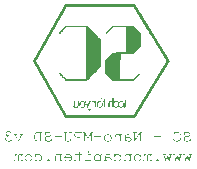
<source format=gbr>
%TF.GenerationSoftware,KiCad,Pcbnew,8.0.8*%
%TF.CreationDate,2025-01-20T03:53:26+01:00*%
%TF.ProjectId,NANO_MPU_SD_2Layers,4e414e4f-5f4d-4505-955f-53445f324c61,rev?*%
%TF.SameCoordinates,Original*%
%TF.FileFunction,Legend,Bot*%
%TF.FilePolarity,Positive*%
%FSLAX46Y46*%
G04 Gerber Fmt 4.6, Leading zero omitted, Abs format (unit mm)*
G04 Created by KiCad (PCBNEW 8.0.8) date 2025-01-20 03:53:26*
%MOMM*%
%LPD*%
G01*
G04 APERTURE LIST*
%ADD10C,0.100000*%
%ADD11C,0.000000*%
G04 APERTURE END LIST*
D10*
G36*
X72171563Y-105718492D02*
G01*
X72171563Y-105696510D01*
X72163747Y-105663049D01*
X72142742Y-105652791D01*
X72121737Y-105662316D01*
X72113677Y-105693091D01*
X72113677Y-105846964D01*
X72121737Y-105877983D01*
X72142742Y-105887264D01*
X72163014Y-105878960D01*
X72171563Y-105851605D01*
X72184606Y-105802771D01*
X72214717Y-105761445D01*
X72230914Y-105746580D01*
X72273465Y-105719881D01*
X72324213Y-105704265D01*
X72377459Y-105699685D01*
X72428086Y-105703260D01*
X72477088Y-105715615D01*
X72522173Y-105739399D01*
X72529378Y-105744870D01*
X72563611Y-105780877D01*
X72583579Y-105828702D01*
X72585554Y-105851116D01*
X72574426Y-105900285D01*
X72569923Y-105908513D01*
X72535829Y-105945009D01*
X72527913Y-105950279D01*
X72482905Y-105971590D01*
X72468806Y-105976168D01*
X72419965Y-105987468D01*
X72370081Y-105996014D01*
X72365736Y-105996685D01*
X72311651Y-106006485D01*
X72261645Y-106017583D01*
X72212821Y-106032501D01*
X72203803Y-106036252D01*
X72160020Y-106061746D01*
X72123689Y-106096956D01*
X72113433Y-106111479D01*
X72092562Y-106156686D01*
X72083380Y-106208531D01*
X72082903Y-106224563D01*
X72089162Y-106278554D01*
X72107941Y-106327869D01*
X72139240Y-106372509D01*
X72162037Y-106395289D01*
X72204917Y-106426064D01*
X72254666Y-106448046D01*
X72303832Y-106460067D01*
X72358257Y-106465356D01*
X72374773Y-106465631D01*
X72429063Y-106462248D01*
X72479095Y-106452098D01*
X72532082Y-106431706D01*
X72579273Y-106402103D01*
X72615108Y-106369399D01*
X72615108Y-106406524D01*
X72623168Y-106439986D01*
X72644173Y-106450000D01*
X72664689Y-106441207D01*
X72672993Y-106411898D01*
X72672993Y-106254361D01*
X72665177Y-106224319D01*
X72644173Y-106215526D01*
X72623900Y-106223342D01*
X72615108Y-106248255D01*
X72600475Y-106297536D01*
X72569403Y-106336576D01*
X72547452Y-106354989D01*
X72502988Y-106380363D01*
X72455587Y-106395164D01*
X72401193Y-106402353D01*
X72374773Y-106403105D01*
X72323405Y-106399792D01*
X72272441Y-106388147D01*
X72224289Y-106365373D01*
X72203558Y-106350104D01*
X72167682Y-106311218D01*
X72145528Y-106263597D01*
X72140544Y-106224319D01*
X72149068Y-106175266D01*
X72164724Y-106145673D01*
X72201414Y-106109568D01*
X72236043Y-106090718D01*
X72286845Y-106075758D01*
X72336705Y-106065602D01*
X72373307Y-106059211D01*
X72424338Y-106049634D01*
X72476732Y-106036247D01*
X72527195Y-106018028D01*
X72571960Y-105993809D01*
X72580181Y-105987892D01*
X72616197Y-105950189D01*
X72637262Y-105902905D01*
X72643440Y-105851605D01*
X72636380Y-105799059D01*
X72615199Y-105751331D01*
X72584064Y-105712496D01*
X72571144Y-105700418D01*
X72526669Y-105669839D01*
X72480973Y-105651059D01*
X72429476Y-105640186D01*
X72379658Y-105637159D01*
X72328377Y-105641051D01*
X72280321Y-105652727D01*
X72235492Y-105672186D01*
X72193888Y-105699430D01*
X72171563Y-105718492D01*
G37*
G36*
X71283740Y-105737299D02*
G01*
X71283740Y-105693824D01*
X71275924Y-105662316D01*
X71254919Y-105652791D01*
X71234159Y-105661584D01*
X71226099Y-105690648D01*
X71226099Y-105848674D01*
X71234159Y-105878471D01*
X71254919Y-105887264D01*
X71274459Y-105879448D01*
X71283740Y-105854047D01*
X71299357Y-105805668D01*
X71332600Y-105768081D01*
X71346510Y-105757327D01*
X71393037Y-105729463D01*
X71443042Y-105710718D01*
X71496524Y-105701093D01*
X71527739Y-105699685D01*
X71576682Y-105703429D01*
X71627302Y-105715935D01*
X71653524Y-105726308D01*
X71697341Y-105750797D01*
X71723621Y-105773691D01*
X71755048Y-105814586D01*
X71781186Y-105858504D01*
X71795673Y-105889462D01*
X71810144Y-105939288D01*
X71814949Y-105991323D01*
X71814968Y-105994975D01*
X71814968Y-106092916D01*
X71810504Y-106146251D01*
X71797110Y-106196407D01*
X71774787Y-106243383D01*
X71743535Y-106287181D01*
X71721667Y-106310781D01*
X71679304Y-106346755D01*
X71634065Y-106373893D01*
X71585952Y-106392196D01*
X71534963Y-106401662D01*
X71504535Y-106403105D01*
X71455336Y-106399382D01*
X71405877Y-106386828D01*
X71371667Y-106371598D01*
X71328070Y-106343468D01*
X71289071Y-106309777D01*
X71257850Y-106276587D01*
X71231716Y-106262421D01*
X71211688Y-106269993D01*
X71204117Y-106289288D01*
X71228389Y-106331703D01*
X71233670Y-106337648D01*
X71270292Y-106374413D01*
X71309633Y-106405024D01*
X71356049Y-106431589D01*
X71360432Y-106433635D01*
X71409023Y-106451852D01*
X71458076Y-106462506D01*
X71503070Y-106465631D01*
X71554195Y-106461721D01*
X71601960Y-106451171D01*
X71630076Y-106441939D01*
X71675322Y-106422339D01*
X71711898Y-106399685D01*
X71750358Y-106364429D01*
X71785442Y-106324910D01*
X71791277Y-106317864D01*
X71822292Y-106275870D01*
X71846511Y-106233166D01*
X71855512Y-106211374D01*
X71867784Y-106163432D01*
X71872543Y-106111197D01*
X71872609Y-106103907D01*
X71872609Y-105988869D01*
X71868149Y-105936304D01*
X71856508Y-105888384D01*
X71837641Y-105839885D01*
X71826936Y-105818143D01*
X71798579Y-105772185D01*
X71764889Y-105732680D01*
X71725867Y-105699628D01*
X71701884Y-105684054D01*
X71656170Y-105661385D01*
X71608332Y-105646135D01*
X71558368Y-105638304D01*
X71529692Y-105637159D01*
X71477511Y-105640680D01*
X71428129Y-105651241D01*
X71381547Y-105668844D01*
X71337763Y-105693488D01*
X71296779Y-105725173D01*
X71283740Y-105737299D01*
G37*
G36*
X69563049Y-106012316D02*
G01*
X69563049Y-106090474D01*
X70151674Y-106090474D01*
X70151674Y-106012316D01*
X69563049Y-106012316D01*
G37*
G36*
X67894138Y-106450000D02*
G01*
X67968387Y-106450000D01*
X68393614Y-105746580D01*
X68393614Y-106387473D01*
X68287124Y-106387473D01*
X68257083Y-106396022D01*
X68248046Y-106418736D01*
X68257083Y-106441207D01*
X68287124Y-106450000D01*
X68499371Y-106450000D01*
X68529658Y-106441207D01*
X68538450Y-106418736D01*
X68529658Y-106396022D01*
X68499371Y-106387473D01*
X68451256Y-106387473D01*
X68451256Y-105715317D01*
X68528925Y-105715317D01*
X68558722Y-105706769D01*
X68567515Y-105684054D01*
X68558722Y-105661339D01*
X68528925Y-105652791D01*
X68377739Y-105652791D01*
X67952023Y-106356210D01*
X67952023Y-105715317D01*
X68058513Y-105715317D01*
X68088066Y-105706769D01*
X68096859Y-105684054D01*
X68088311Y-105661339D01*
X68058513Y-105652791D01*
X67845533Y-105652791D01*
X67815980Y-105661339D01*
X67806943Y-105684054D01*
X67815980Y-105706769D01*
X67845533Y-105715317D01*
X67894138Y-105715317D01*
X67894138Y-106450000D01*
G37*
G36*
X67354622Y-105840636D02*
G01*
X67406863Y-105847024D01*
X67455691Y-105857405D01*
X67506036Y-105870655D01*
X67536352Y-105879463D01*
X67583705Y-105900209D01*
X67590544Y-105919504D01*
X67582728Y-105941242D01*
X67563677Y-105949790D01*
X67535589Y-105942707D01*
X67506028Y-105933376D01*
X67451989Y-105918447D01*
X67399297Y-105907600D01*
X67346545Y-105902896D01*
X67310181Y-105904450D01*
X67261537Y-105913174D01*
X67214654Y-105935380D01*
X67186189Y-105963469D01*
X67170690Y-106011339D01*
X67170690Y-106097801D01*
X67174072Y-106097060D01*
X67223080Y-106087482D01*
X67271807Y-106080460D01*
X67308582Y-106076823D01*
X67358269Y-106074842D01*
X67385353Y-106075394D01*
X67435785Y-106079808D01*
X67488328Y-106090535D01*
X67540077Y-106110151D01*
X67582972Y-106137613D01*
X67596722Y-106149523D01*
X67629855Y-106187496D01*
X67652395Y-106233630D01*
X67659909Y-106283914D01*
X67655291Y-106325042D01*
X67634769Y-106374049D01*
X67601535Y-106413119D01*
X67582184Y-106428247D01*
X67536827Y-106450811D01*
X67488420Y-106462349D01*
X67439357Y-106465631D01*
X67412717Y-106464674D01*
X67360339Y-106457014D01*
X67309162Y-106441696D01*
X67259188Y-106418718D01*
X67210416Y-106388081D01*
X67170690Y-106356699D01*
X67170690Y-106450000D01*
X67035380Y-106450000D01*
X67005338Y-106441207D01*
X66996301Y-106418736D01*
X67005338Y-106396022D01*
X67035380Y-106387473D01*
X67112316Y-106387473D01*
X67112316Y-106159351D01*
X67170690Y-106159351D01*
X67170690Y-106282205D01*
X67179193Y-106289949D01*
X67217077Y-106321516D01*
X67258446Y-106350290D01*
X67303070Y-106374284D01*
X67340033Y-106388216D01*
X67391903Y-106399699D01*
X67442044Y-106403105D01*
X67470131Y-106401894D01*
X67518423Y-106392208D01*
X67561479Y-106368667D01*
X67590756Y-106332663D01*
X67602267Y-106283426D01*
X67601797Y-106273349D01*
X67585343Y-106227020D01*
X67548778Y-106189881D01*
X67504589Y-106164497D01*
X67458011Y-106148907D01*
X67404564Y-106139881D01*
X67352163Y-106137369D01*
X67306120Y-106138549D01*
X67256664Y-106142742D01*
X67220559Y-106148075D01*
X67170690Y-106159351D01*
X67112316Y-106159351D01*
X67112316Y-106012805D01*
X67117166Y-105976400D01*
X67138718Y-105931285D01*
X67173621Y-105893370D01*
X67193877Y-105878101D01*
X67241438Y-105855328D01*
X67292278Y-105843682D01*
X67343859Y-105840369D01*
X67354622Y-105840636D01*
G37*
G36*
X66682937Y-105856001D02*
G01*
X66682937Y-105949790D01*
X66646248Y-105914761D01*
X66605307Y-105882613D01*
X66573761Y-105864061D01*
X66525282Y-105847056D01*
X66475193Y-105840578D01*
X66463852Y-105840369D01*
X66412165Y-105844924D01*
X66364268Y-105858589D01*
X66343440Y-105867969D01*
X66302542Y-105899198D01*
X66273831Y-105935136D01*
X66251391Y-105979461D01*
X66242598Y-106028042D01*
X66242568Y-106031123D01*
X66242568Y-106387473D01*
X66193963Y-106387473D01*
X66164410Y-106396022D01*
X66155373Y-106418736D01*
X66164410Y-106441207D01*
X66193963Y-106450000D01*
X66348569Y-106450000D01*
X66378855Y-106441207D01*
X66387648Y-106418736D01*
X66378855Y-106396022D01*
X66348569Y-106387473D01*
X66300453Y-106387473D01*
X66300453Y-106044312D01*
X66309008Y-105995886D01*
X66337162Y-105951783D01*
X66345150Y-105943928D01*
X66386306Y-105917361D01*
X66437539Y-105904338D01*
X66464584Y-105902896D01*
X66514662Y-105908101D01*
X66560862Y-105925129D01*
X66563503Y-105926587D01*
X66603363Y-105957207D01*
X66637900Y-105991959D01*
X66673369Y-106032160D01*
X66682937Y-106043579D01*
X66682937Y-106387473D01*
X66617725Y-106387473D01*
X66588415Y-106396022D01*
X66579378Y-106418736D01*
X66588415Y-106441207D01*
X66617725Y-106450000D01*
X66806036Y-106450000D01*
X66835589Y-106441207D01*
X66844382Y-106418736D01*
X66835589Y-106396022D01*
X66806036Y-106387473D01*
X66740823Y-106387473D01*
X66740823Y-105918527D01*
X66789427Y-105918527D01*
X66819225Y-105909979D01*
X66828018Y-105887264D01*
X66819225Y-105865038D01*
X66789427Y-105856001D01*
X66682937Y-105856001D01*
G37*
G36*
X65688911Y-105841804D02*
G01*
X65743656Y-105851221D01*
X65794545Y-105869427D01*
X65841577Y-105896421D01*
X65884752Y-105932205D01*
X65906791Y-105955747D01*
X65938288Y-105999757D01*
X65960787Y-106047343D01*
X65974286Y-106098506D01*
X65978785Y-106153244D01*
X65977316Y-106184847D01*
X65967674Y-106237379D01*
X65949032Y-106286381D01*
X65921392Y-106331853D01*
X65884752Y-106373796D01*
X65854306Y-106400252D01*
X65808376Y-106429758D01*
X65758590Y-106450475D01*
X65704946Y-106462402D01*
X65655896Y-106465631D01*
X65623168Y-106464200D01*
X65568831Y-106454808D01*
X65518235Y-106436651D01*
X65471378Y-106409728D01*
X65428262Y-106374040D01*
X65406108Y-106350554D01*
X65374447Y-106306627D01*
X65351832Y-106259099D01*
X65338263Y-106207972D01*
X65333740Y-106153244D01*
X65333751Y-106153000D01*
X65392114Y-106153000D01*
X65394836Y-106190696D01*
X65409126Y-106243310D01*
X65435665Y-106291211D01*
X65469539Y-106329832D01*
X65510175Y-106361889D01*
X65554902Y-106384787D01*
X65603720Y-106398525D01*
X65656629Y-106403105D01*
X65709553Y-106398495D01*
X65758417Y-106384665D01*
X65803220Y-106361614D01*
X65843963Y-106329344D01*
X65874037Y-106295694D01*
X65899361Y-106253860D01*
X65916320Y-106202490D01*
X65921144Y-106153000D01*
X65918431Y-106115313D01*
X65904185Y-106062744D01*
X65877730Y-106014927D01*
X65843963Y-105976413D01*
X65803220Y-105944249D01*
X65758417Y-105921275D01*
X65709553Y-105907490D01*
X65656629Y-105902896D01*
X65603720Y-105907460D01*
X65554902Y-105921153D01*
X65510175Y-105943974D01*
X65469539Y-105975924D01*
X65439370Y-106009358D01*
X65413965Y-106051204D01*
X65396953Y-106102915D01*
X65392114Y-106153000D01*
X65333751Y-106153000D01*
X65335217Y-106121417D01*
X65344909Y-106068583D01*
X65363647Y-106019396D01*
X65391432Y-105973855D01*
X65428262Y-105931960D01*
X65452442Y-105910494D01*
X65497696Y-105879814D01*
X65546689Y-105857900D01*
X65599423Y-105844752D01*
X65655896Y-105840369D01*
X65688911Y-105841804D01*
G37*
G36*
X64521877Y-106012316D02*
G01*
X64521877Y-106090474D01*
X65110502Y-106090474D01*
X65110502Y-106012316D01*
X64521877Y-106012316D01*
G37*
G36*
X63937892Y-106215526D02*
G01*
X64003838Y-106215526D01*
X64225610Y-105715317D01*
X64236601Y-105715317D01*
X64236601Y-106387473D01*
X64130111Y-106387473D01*
X64100802Y-106396022D01*
X64091765Y-106418736D01*
X64100802Y-106441207D01*
X64130111Y-106450000D01*
X64343091Y-106450000D01*
X64372644Y-106441207D01*
X64381437Y-106418736D01*
X64372644Y-106396022D01*
X64343091Y-106387473D01*
X64294242Y-106387473D01*
X64294242Y-105715317D01*
X64330635Y-105715317D01*
X64360432Y-105706769D01*
X64369225Y-105684054D01*
X64360432Y-105661339D01*
X64330635Y-105652791D01*
X64189218Y-105652791D01*
X63970865Y-106145917D01*
X63755687Y-105652791D01*
X63614270Y-105652791D01*
X63584228Y-105661339D01*
X63575191Y-105684054D01*
X63584228Y-105706769D01*
X63614270Y-105715317D01*
X63649930Y-105715317D01*
X63649930Y-106387473D01*
X63601814Y-106387473D01*
X63571772Y-106396022D01*
X63562735Y-106418736D01*
X63571772Y-106441207D01*
X63601814Y-106450000D01*
X63814061Y-106450000D01*
X63844103Y-106441207D01*
X63853384Y-106418736D01*
X63844591Y-106396022D01*
X63814061Y-106387473D01*
X63707571Y-106387473D01*
X63707571Y-105715317D01*
X63720027Y-105715317D01*
X63937892Y-106215526D01*
G37*
G36*
X63426203Y-105661339D02*
G01*
X63434996Y-105684054D01*
X63426203Y-105706769D01*
X63396406Y-105715317D01*
X63318736Y-105715317D01*
X63318736Y-106387473D01*
X63396406Y-106387473D01*
X63426203Y-106396022D01*
X63434996Y-106418736D01*
X63426203Y-106441207D01*
X63396406Y-106450000D01*
X63063258Y-106450000D01*
X63033705Y-106441207D01*
X63024668Y-106418736D01*
X63033705Y-106396022D01*
X63063258Y-106387473D01*
X63261095Y-106387473D01*
X63261095Y-106121737D01*
X63080355Y-106121737D01*
X63032330Y-106119259D01*
X62981437Y-106108792D01*
X62964347Y-106102796D01*
X62917384Y-106080677D01*
X62874947Y-106053105D01*
X62845037Y-106025334D01*
X62816329Y-105983740D01*
X62814826Y-105980966D01*
X62797271Y-105933736D01*
X62791905Y-105884577D01*
X62849546Y-105884577D01*
X62854501Y-105920034D01*
X62875436Y-105964933D01*
X62878761Y-105969831D01*
X62913947Y-106005582D01*
X62957257Y-106031856D01*
X62978506Y-106041152D01*
X63026431Y-106054696D01*
X63076936Y-106059211D01*
X63261095Y-106059211D01*
X63261095Y-105715317D01*
X63055687Y-105715317D01*
X63050130Y-105715368D01*
X62997895Y-105721464D01*
X62951717Y-105737722D01*
X62907920Y-105767341D01*
X62885175Y-105790732D01*
X62859180Y-105833769D01*
X62849546Y-105884577D01*
X62791905Y-105884577D01*
X62794549Y-105850514D01*
X62808434Y-105802542D01*
X62834220Y-105758319D01*
X62867131Y-105722156D01*
X62871876Y-105717888D01*
X62912885Y-105688625D01*
X62959330Y-105668032D01*
X63011208Y-105656110D01*
X63061060Y-105652791D01*
X63396406Y-105652791D01*
X63426203Y-105661339D01*
G37*
G36*
X62016189Y-105715317D02*
G01*
X62016189Y-106185973D01*
X62020070Y-106236082D01*
X62034007Y-106288884D01*
X62058080Y-106336924D01*
X62092289Y-106380200D01*
X62097278Y-106385275D01*
X62139914Y-106420431D01*
X62186732Y-106445542D01*
X62237733Y-106460609D01*
X62292916Y-106465631D01*
X62343790Y-106461764D01*
X62394680Y-106448723D01*
X62429692Y-106432903D01*
X62472065Y-106403433D01*
X62506501Y-106368092D01*
X62531542Y-106333251D01*
X62555320Y-106285765D01*
X62569229Y-106234989D01*
X62573307Y-106185973D01*
X62573307Y-105715317D01*
X62622156Y-105715317D01*
X62651953Y-105706769D01*
X62660746Y-105684054D01*
X62651221Y-105660118D01*
X62622156Y-105652791D01*
X62409176Y-105652791D01*
X62379867Y-105661339D01*
X62370830Y-105684054D01*
X62379867Y-105706769D01*
X62409176Y-105715317D01*
X62515666Y-105715317D01*
X62515666Y-106181821D01*
X62510507Y-106231551D01*
X62492676Y-106281639D01*
X62462107Y-106326290D01*
X62450453Y-106338625D01*
X62411858Y-106369794D01*
X62364488Y-106392463D01*
X62312396Y-106402538D01*
X62295847Y-106403105D01*
X62244696Y-106397577D01*
X62197945Y-106380994D01*
X62192044Y-106377948D01*
X62150427Y-106348177D01*
X62116233Y-106309642D01*
X62109490Y-106300034D01*
X62086560Y-106255192D01*
X62075320Y-106205995D01*
X62074075Y-106181821D01*
X62074075Y-105715317D01*
X62180565Y-105715317D01*
X62210118Y-105706769D01*
X62218911Y-105684054D01*
X62210118Y-105661339D01*
X62180565Y-105652791D01*
X61967585Y-105652791D01*
X61938032Y-105661339D01*
X61928995Y-105684054D01*
X61938032Y-105706769D01*
X61967585Y-105715317D01*
X62016189Y-105715317D01*
G37*
G36*
X61161095Y-106012316D02*
G01*
X61161095Y-106090474D01*
X61749720Y-106090474D01*
X61749720Y-106012316D01*
X61161095Y-106012316D01*
G37*
G36*
X60408827Y-105718492D02*
G01*
X60408827Y-105696510D01*
X60401011Y-105663049D01*
X60380006Y-105652791D01*
X60359002Y-105662316D01*
X60350942Y-105693091D01*
X60350942Y-105846964D01*
X60359002Y-105877983D01*
X60380006Y-105887264D01*
X60400279Y-105878960D01*
X60408827Y-105851605D01*
X60421870Y-105802771D01*
X60451982Y-105761445D01*
X60468178Y-105746580D01*
X60510729Y-105719881D01*
X60561477Y-105704265D01*
X60614724Y-105699685D01*
X60665351Y-105703260D01*
X60714352Y-105715615D01*
X60759438Y-105739399D01*
X60766643Y-105744870D01*
X60800875Y-105780877D01*
X60820844Y-105828702D01*
X60822819Y-105851116D01*
X60811690Y-105900285D01*
X60807187Y-105908513D01*
X60773094Y-105945009D01*
X60765177Y-105950279D01*
X60720169Y-105971590D01*
X60706071Y-105976168D01*
X60657230Y-105987468D01*
X60607345Y-105996014D01*
X60603000Y-105996685D01*
X60548916Y-106006485D01*
X60498909Y-106017583D01*
X60450085Y-106032501D01*
X60441067Y-106036252D01*
X60397285Y-106061746D01*
X60360954Y-106096956D01*
X60350697Y-106111479D01*
X60329827Y-106156686D01*
X60320644Y-106208531D01*
X60320167Y-106224563D01*
X60326427Y-106278554D01*
X60345206Y-106327869D01*
X60376504Y-106372509D01*
X60399302Y-106395289D01*
X60442182Y-106426064D01*
X60491931Y-106448046D01*
X60541096Y-106460067D01*
X60595521Y-106465356D01*
X60612037Y-106465631D01*
X60666328Y-106462248D01*
X60716359Y-106452098D01*
X60769347Y-106431706D01*
X60816537Y-106402103D01*
X60852372Y-106369399D01*
X60852372Y-106406524D01*
X60860432Y-106439986D01*
X60881437Y-106450000D01*
X60901953Y-106441207D01*
X60910258Y-106411898D01*
X60910258Y-106254361D01*
X60902442Y-106224319D01*
X60881437Y-106215526D01*
X60861165Y-106223342D01*
X60852372Y-106248255D01*
X60837740Y-106297536D01*
X60806667Y-106336576D01*
X60784717Y-106354989D01*
X60740252Y-106380363D01*
X60692852Y-106395164D01*
X60638457Y-106402353D01*
X60612037Y-106403105D01*
X60560670Y-106399792D01*
X60509706Y-106388147D01*
X60461554Y-106365373D01*
X60440823Y-106350104D01*
X60404946Y-106311218D01*
X60382793Y-106263597D01*
X60377808Y-106224319D01*
X60386333Y-106175266D01*
X60401988Y-106145673D01*
X60438678Y-106109568D01*
X60473307Y-106090718D01*
X60524110Y-106075758D01*
X60573970Y-106065602D01*
X60610572Y-106059211D01*
X60661602Y-106049634D01*
X60713997Y-106036247D01*
X60764460Y-106018028D01*
X60809224Y-105993809D01*
X60817445Y-105987892D01*
X60853461Y-105950189D01*
X60874527Y-105902905D01*
X60880704Y-105851605D01*
X60873644Y-105799059D01*
X60852464Y-105751331D01*
X60821328Y-105712496D01*
X60808408Y-105700418D01*
X60763934Y-105669839D01*
X60718238Y-105651059D01*
X60666740Y-105640186D01*
X60616922Y-105637159D01*
X60565641Y-105641051D01*
X60517586Y-105652727D01*
X60472756Y-105672186D01*
X60431152Y-105699430D01*
X60408827Y-105718492D01*
G37*
G36*
X60079832Y-105661339D02*
G01*
X60088625Y-105684054D01*
X60079832Y-105706769D01*
X60050034Y-105715317D01*
X60001186Y-105715317D01*
X60001186Y-106387473D01*
X60050034Y-106387473D01*
X60079832Y-106396022D01*
X60088625Y-106418736D01*
X60079832Y-106441207D01*
X60050034Y-106450000D01*
X59739602Y-106450000D01*
X59728512Y-106449824D01*
X59675580Y-106443680D01*
X59626845Y-106428758D01*
X59582309Y-106405059D01*
X59549892Y-106381331D01*
X59512385Y-106347397D01*
X59478000Y-106306082D01*
X59451884Y-106261444D01*
X59440555Y-106235515D01*
X59425003Y-106188181D01*
X59415671Y-106139997D01*
X59412561Y-106090963D01*
X59412561Y-106011828D01*
X59412817Y-106000348D01*
X59470202Y-106000348D01*
X59470202Y-106102442D01*
X59472202Y-106134056D01*
X59482700Y-106181878D01*
X59502198Y-106230181D01*
X59525272Y-106268845D01*
X59557761Y-106307243D01*
X59597697Y-106341311D01*
X59638292Y-106365655D01*
X59685042Y-106382019D01*
X59733984Y-106387473D01*
X59943545Y-106387473D01*
X59943545Y-105715317D01*
X59733984Y-105715317D01*
X59727053Y-105715412D01*
X59676953Y-105722210D01*
X59630181Y-105739741D01*
X59594957Y-105760433D01*
X59557397Y-105793719D01*
X59536071Y-105820967D01*
X59508834Y-105863271D01*
X59487299Y-105907292D01*
X59474476Y-105950950D01*
X59470202Y-106000348D01*
X59412817Y-106000348D01*
X59413050Y-105989929D01*
X59418898Y-105937347D01*
X59432588Y-105887752D01*
X59434369Y-105883256D01*
X59457330Y-105834744D01*
X59483562Y-105792145D01*
X59514898Y-105750976D01*
X59523225Y-105741524D01*
X59562474Y-105708454D01*
X59606734Y-105682833D01*
X59637569Y-105669689D01*
X59686799Y-105657015D01*
X59739602Y-105652791D01*
X60050034Y-105652791D01*
X60079832Y-105661339D01*
G37*
G36*
X58044068Y-106450000D02*
G01*
X58141521Y-106450000D01*
X58378681Y-105918527D01*
X58437787Y-105918527D01*
X58467341Y-105909979D01*
X58476133Y-105887264D01*
X58467341Y-105865038D01*
X58437787Y-105856001D01*
X58221388Y-105856001D01*
X58191835Y-105864794D01*
X58182798Y-105887264D01*
X58191835Y-105909734D01*
X58221388Y-105918527D01*
X58316887Y-105918527D01*
X58105129Y-106387473D01*
X58079727Y-106387473D01*
X57872365Y-105918527D01*
X57968597Y-105918527D01*
X57998150Y-105909979D01*
X58006943Y-105887264D01*
X57998150Y-105865038D01*
X57968597Y-105856001D01*
X57751465Y-105856001D01*
X57721667Y-105864794D01*
X57712875Y-105887264D01*
X57721667Y-105909734D01*
X57751465Y-105918527D01*
X57809839Y-105918527D01*
X58044068Y-106450000D01*
G37*
G36*
X57135973Y-105988136D02*
G01*
X57089777Y-106012470D01*
X57047556Y-106045022D01*
X57014340Y-106083635D01*
X56988740Y-106129786D01*
X56974956Y-106177379D01*
X56972330Y-106209909D01*
X56977597Y-106258986D01*
X56996112Y-106310659D01*
X57023761Y-106353443D01*
X57056594Y-106388450D01*
X57095386Y-106418524D01*
X57144700Y-106443849D01*
X57192208Y-106458094D01*
X57243783Y-106464953D01*
X57267131Y-106465631D01*
X57318813Y-106461677D01*
X57366898Y-106451220D01*
X57416033Y-106434228D01*
X57421004Y-106432170D01*
X57466094Y-106410961D01*
X57507859Y-106385132D01*
X57532379Y-106363293D01*
X57542637Y-106338625D01*
X57534822Y-106318108D01*
X57515771Y-106309316D01*
X57491102Y-106320062D01*
X57450730Y-106348284D01*
X57402523Y-106373829D01*
X57353124Y-106391427D01*
X57302533Y-106401077D01*
X57265666Y-106403105D01*
X57211789Y-106398371D01*
X57163090Y-106384171D01*
X57119568Y-106360504D01*
X57097627Y-106343265D01*
X57061949Y-106304530D01*
X57037966Y-106258836D01*
X57029972Y-106209909D01*
X57038337Y-106161304D01*
X57061374Y-106116625D01*
X57063433Y-106113677D01*
X57098108Y-106076264D01*
X57140352Y-106048388D01*
X57159176Y-106039427D01*
X57206277Y-106022907D01*
X57257768Y-106013614D01*
X57285694Y-106012316D01*
X57315247Y-106003768D01*
X57324040Y-105980809D01*
X57315491Y-105958094D01*
X57289846Y-105949057D01*
X57240265Y-105949790D01*
X57190099Y-105944335D01*
X57142747Y-105925943D01*
X57112281Y-105903628D01*
X57079547Y-105863663D01*
X57062957Y-105815123D01*
X57061723Y-105796406D01*
X57070470Y-105747823D01*
X57096712Y-105704078D01*
X57114724Y-105685519D01*
X57158859Y-105656050D01*
X57207343Y-105640985D01*
X57252721Y-105637159D01*
X57303090Y-105640993D01*
X57353115Y-105653608D01*
X57362630Y-105657187D01*
X57407754Y-105680696D01*
X57442986Y-105711653D01*
X57459839Y-105728018D01*
X57473272Y-105730949D01*
X57493300Y-105723133D01*
X57501360Y-105703838D01*
X57475590Y-105661087D01*
X57441521Y-105633740D01*
X57398580Y-105607881D01*
X57352800Y-105589410D01*
X57304180Y-105578327D01*
X57252721Y-105574633D01*
X57200575Y-105578739D01*
X57147750Y-105593176D01*
X57101107Y-105618006D01*
X57073447Y-105640334D01*
X57039562Y-105679144D01*
X57014918Y-105726934D01*
X57003965Y-105779637D01*
X57003349Y-105796406D01*
X57009801Y-105845840D01*
X57029155Y-105892843D01*
X57037055Y-105905826D01*
X57069640Y-105944155D01*
X57108950Y-105973595D01*
X57135973Y-105988136D01*
G37*
G36*
X72178890Y-108130000D02*
G01*
X72250453Y-108130000D01*
X72377459Y-107780976D01*
X72503977Y-108130000D01*
X72575296Y-108130000D01*
X72694975Y-107598527D01*
X72723063Y-107598527D01*
X72752616Y-107589979D01*
X72761409Y-107567264D01*
X72752616Y-107545038D01*
X72723063Y-107536001D01*
X72564305Y-107536001D01*
X72534996Y-107544794D01*
X72525959Y-107567264D01*
X72534996Y-107589734D01*
X72564305Y-107598527D01*
X72637822Y-107598527D01*
X72535484Y-108036210D01*
X72412630Y-107692316D01*
X72343754Y-107692316D01*
X72217480Y-108036210D01*
X72119295Y-107598527D01*
X72192079Y-107598527D01*
X72221877Y-107589979D01*
X72231158Y-107567264D01*
X72222365Y-107545038D01*
X72192079Y-107536001D01*
X72034054Y-107536001D01*
X72004012Y-107544794D01*
X71994975Y-107567264D01*
X72004012Y-107589734D01*
X72034054Y-107598527D01*
X72061653Y-107598527D01*
X72178890Y-108130000D01*
G37*
G36*
X71338695Y-108130000D02*
G01*
X71410258Y-108130000D01*
X71537264Y-107780976D01*
X71663782Y-108130000D01*
X71735101Y-108130000D01*
X71854780Y-107598527D01*
X71882868Y-107598527D01*
X71912421Y-107589979D01*
X71921214Y-107567264D01*
X71912421Y-107545038D01*
X71882868Y-107536001D01*
X71724110Y-107536001D01*
X71694801Y-107544794D01*
X71685764Y-107567264D01*
X71694801Y-107589734D01*
X71724110Y-107598527D01*
X71797627Y-107598527D01*
X71695289Y-108036210D01*
X71572435Y-107692316D01*
X71503558Y-107692316D01*
X71377285Y-108036210D01*
X71279099Y-107598527D01*
X71351884Y-107598527D01*
X71381681Y-107589979D01*
X71390963Y-107567264D01*
X71382170Y-107545038D01*
X71351884Y-107536001D01*
X71193859Y-107536001D01*
X71163817Y-107544794D01*
X71154780Y-107567264D01*
X71163817Y-107589734D01*
X71193859Y-107598527D01*
X71221458Y-107598527D01*
X71338695Y-108130000D01*
G37*
G36*
X70498499Y-108130000D02*
G01*
X70570062Y-108130000D01*
X70697069Y-107780976D01*
X70823586Y-108130000D01*
X70894905Y-108130000D01*
X71014584Y-107598527D01*
X71042672Y-107598527D01*
X71072226Y-107589979D01*
X71081018Y-107567264D01*
X71072226Y-107545038D01*
X71042672Y-107536001D01*
X70883914Y-107536001D01*
X70854605Y-107544794D01*
X70845568Y-107567264D01*
X70854605Y-107589734D01*
X70883914Y-107598527D01*
X70957431Y-107598527D01*
X70855094Y-108036210D01*
X70732240Y-107692316D01*
X70663363Y-107692316D01*
X70537090Y-108036210D01*
X70438904Y-107598527D01*
X70511688Y-107598527D01*
X70541486Y-107589979D01*
X70550767Y-107567264D01*
X70541974Y-107545038D01*
X70511688Y-107536001D01*
X70353663Y-107536001D01*
X70323621Y-107544794D01*
X70314584Y-107567264D01*
X70323621Y-107589734D01*
X70353663Y-107598527D01*
X70381263Y-107598527D01*
X70498499Y-108130000D01*
G37*
G36*
X69869330Y-107958053D02*
G01*
X69844417Y-107958053D01*
X69796886Y-107970982D01*
X69778715Y-107985408D01*
X69753811Y-108028447D01*
X69751116Y-108051598D01*
X69764277Y-108100556D01*
X69778960Y-108118764D01*
X69821863Y-108143007D01*
X69844417Y-108145631D01*
X69869330Y-108145631D01*
X69916976Y-108132701D01*
X69935275Y-108118276D01*
X69959959Y-108075237D01*
X69962630Y-108052086D01*
X69949470Y-108003243D01*
X69934787Y-107985163D01*
X69891884Y-107960700D01*
X69869330Y-107958053D01*
G37*
G36*
X69279727Y-107536001D02*
G01*
X69279727Y-107603168D01*
X69242938Y-107566943D01*
X69201478Y-107538562D01*
X69155319Y-107522391D01*
X69132205Y-107520369D01*
X69083088Y-107529066D01*
X69054047Y-107545038D01*
X69019606Y-107580552D01*
X68997627Y-107619288D01*
X68963720Y-107580552D01*
X68924626Y-107548190D01*
X68919713Y-107545038D01*
X68875123Y-107525091D01*
X68840334Y-107520369D01*
X68790486Y-107527990D01*
X68747868Y-107553066D01*
X68740683Y-107560181D01*
X68710916Y-107599840D01*
X68694172Y-107645904D01*
X68691835Y-107672044D01*
X68691835Y-108067473D01*
X68642986Y-108067473D01*
X68613677Y-108076022D01*
X68604640Y-108098736D01*
X68613677Y-108121207D01*
X68642986Y-108130000D01*
X68749476Y-108130000D01*
X68749476Y-107682791D01*
X68759971Y-107634572D01*
X68776343Y-107611228D01*
X68819029Y-107585137D01*
X68838136Y-107582896D01*
X68887458Y-107596085D01*
X68904815Y-107606343D01*
X68942184Y-107640781D01*
X68973416Y-107681356D01*
X68984438Y-107697690D01*
X68984438Y-108067473D01*
X68936322Y-108067473D01*
X68907013Y-108076022D01*
X68897976Y-108098736D01*
X68907013Y-108121207D01*
X68936322Y-108130000D01*
X69042812Y-108130000D01*
X69042812Y-107686699D01*
X69052369Y-107638638D01*
X69069923Y-107612205D01*
X69112301Y-107585214D01*
X69130739Y-107582896D01*
X69178610Y-107594821D01*
X69191800Y-107602435D01*
X69229306Y-107634251D01*
X69262646Y-107673727D01*
X69279727Y-107697690D01*
X69279727Y-108067473D01*
X69231123Y-108067473D01*
X69201570Y-108076022D01*
X69192533Y-108098736D01*
X69201570Y-108121207D01*
X69231123Y-108130000D01*
X69386217Y-108130000D01*
X69416015Y-108121207D01*
X69424808Y-108098736D01*
X69416015Y-108076022D01*
X69386217Y-108067473D01*
X69337613Y-108067473D01*
X69337613Y-107598527D01*
X69386217Y-107598527D01*
X69416015Y-107589979D01*
X69424808Y-107567264D01*
X69416015Y-107545038D01*
X69386217Y-107536001D01*
X69279727Y-107536001D01*
G37*
G36*
X68209497Y-107521804D02*
G01*
X68264243Y-107531221D01*
X68315131Y-107549427D01*
X68362163Y-107576421D01*
X68405338Y-107612205D01*
X68427377Y-107635747D01*
X68458875Y-107679757D01*
X68481373Y-107727343D01*
X68494872Y-107778506D01*
X68499371Y-107833244D01*
X68497902Y-107864847D01*
X68488260Y-107917379D01*
X68469619Y-107966381D01*
X68441978Y-108011853D01*
X68405338Y-108053796D01*
X68374892Y-108080252D01*
X68328962Y-108109758D01*
X68279176Y-108130475D01*
X68225532Y-108142402D01*
X68176482Y-108145631D01*
X68143754Y-108144200D01*
X68089417Y-108134808D01*
X68038821Y-108116651D01*
X67991965Y-108089728D01*
X67948848Y-108054040D01*
X67926694Y-108030554D01*
X67895033Y-107986627D01*
X67872418Y-107939099D01*
X67858849Y-107887972D01*
X67854326Y-107833244D01*
X67854337Y-107833000D01*
X67912700Y-107833000D01*
X67915422Y-107870696D01*
X67929712Y-107923310D01*
X67956252Y-107971211D01*
X67990125Y-108009832D01*
X68030761Y-108041889D01*
X68075488Y-108064787D01*
X68124306Y-108078525D01*
X68177215Y-108083105D01*
X68230140Y-108078495D01*
X68279003Y-108064665D01*
X68323807Y-108041614D01*
X68364549Y-108009344D01*
X68394623Y-107975694D01*
X68419948Y-107933860D01*
X68436906Y-107882490D01*
X68441730Y-107833000D01*
X68439017Y-107795313D01*
X68424771Y-107742744D01*
X68398316Y-107694927D01*
X68364549Y-107656413D01*
X68323807Y-107624249D01*
X68279003Y-107601275D01*
X68230140Y-107587490D01*
X68177215Y-107582896D01*
X68124306Y-107587460D01*
X68075488Y-107601153D01*
X68030761Y-107623974D01*
X67990125Y-107655924D01*
X67959957Y-107689358D01*
X67934552Y-107731204D01*
X67917539Y-107782915D01*
X67912700Y-107833000D01*
X67854337Y-107833000D01*
X67855803Y-107801417D01*
X67865495Y-107748583D01*
X67884233Y-107699396D01*
X67912018Y-107653855D01*
X67948848Y-107611960D01*
X67973028Y-107590494D01*
X68018282Y-107559814D01*
X68067275Y-107537900D01*
X68120009Y-107524752D01*
X68176482Y-107520369D01*
X68209497Y-107521804D01*
G37*
G36*
X67523133Y-107536001D02*
G01*
X67523133Y-107629790D01*
X67486444Y-107594761D01*
X67445503Y-107562613D01*
X67413956Y-107544061D01*
X67365477Y-107527056D01*
X67315389Y-107520578D01*
X67304047Y-107520369D01*
X67252361Y-107524924D01*
X67204464Y-107538589D01*
X67183635Y-107547969D01*
X67142737Y-107579198D01*
X67114026Y-107615136D01*
X67091586Y-107659461D01*
X67082793Y-107708042D01*
X67082763Y-107711123D01*
X67082763Y-108067473D01*
X67034159Y-108067473D01*
X67004605Y-108076022D01*
X66995568Y-108098736D01*
X67004605Y-108121207D01*
X67034159Y-108130000D01*
X67188764Y-108130000D01*
X67219050Y-108121207D01*
X67227843Y-108098736D01*
X67219050Y-108076022D01*
X67188764Y-108067473D01*
X67140648Y-108067473D01*
X67140648Y-107724312D01*
X67149204Y-107675886D01*
X67177357Y-107631783D01*
X67185345Y-107623928D01*
X67226501Y-107597361D01*
X67277735Y-107584338D01*
X67304780Y-107582896D01*
X67354858Y-107588101D01*
X67401058Y-107605129D01*
X67403698Y-107606587D01*
X67443558Y-107637207D01*
X67478096Y-107671959D01*
X67513564Y-107712160D01*
X67523133Y-107723579D01*
X67523133Y-108067473D01*
X67457920Y-108067473D01*
X67428611Y-108076022D01*
X67419574Y-108098736D01*
X67428611Y-108121207D01*
X67457920Y-108130000D01*
X67646231Y-108130000D01*
X67675785Y-108121207D01*
X67684577Y-108098736D01*
X67675785Y-108076022D01*
X67646231Y-108067473D01*
X67581018Y-108067473D01*
X67581018Y-107598527D01*
X67629623Y-107598527D01*
X67659420Y-107589979D01*
X67668213Y-107567264D01*
X67659420Y-107545038D01*
X67629623Y-107536001D01*
X67523133Y-107536001D01*
G37*
G36*
X66255757Y-107601702D02*
G01*
X66255757Y-107579965D01*
X66247697Y-107546015D01*
X66226936Y-107536001D01*
X66205687Y-107544794D01*
X66197383Y-107574103D01*
X66197383Y-107701109D01*
X66205931Y-107730662D01*
X66226936Y-107739211D01*
X66246475Y-107732128D01*
X66255757Y-107707948D01*
X66275954Y-107661768D01*
X66312701Y-107628221D01*
X66319993Y-107623196D01*
X66366206Y-107600251D01*
X66416734Y-107587658D01*
X66469143Y-107583053D01*
X66481681Y-107582896D01*
X66534931Y-107586589D01*
X66588546Y-107599854D01*
X66634437Y-107622767D01*
X66672604Y-107655328D01*
X66676831Y-107660076D01*
X66706003Y-107699934D01*
X66728859Y-107748094D01*
X66741165Y-107799771D01*
X66743510Y-107836175D01*
X66738915Y-107887558D01*
X66722761Y-107939743D01*
X66694977Y-107985978D01*
X66669993Y-108013496D01*
X66630532Y-108043950D01*
X66585668Y-108065703D01*
X66535399Y-108078754D01*
X66479727Y-108083105D01*
X66428860Y-108079876D01*
X66377374Y-108070191D01*
X66342707Y-108060146D01*
X66296299Y-108041072D01*
X66253123Y-108015417D01*
X66216678Y-107986385D01*
X66191277Y-107973684D01*
X66171737Y-107981500D01*
X66163677Y-108000551D01*
X66190773Y-108042683D01*
X66233042Y-108073824D01*
X66275892Y-108098227D01*
X66328163Y-108120316D01*
X66382889Y-108135533D01*
X66431750Y-108143107D01*
X66482414Y-108145631D01*
X66532961Y-108142566D01*
X66587504Y-108131241D01*
X66637279Y-108111571D01*
X66682286Y-108083556D01*
X66711514Y-108058436D01*
X66746441Y-108018056D01*
X66772789Y-107973212D01*
X66790559Y-107923903D01*
X66799750Y-107870129D01*
X66801151Y-107837397D01*
X66797931Y-107787829D01*
X66786035Y-107734123D01*
X66765373Y-107684859D01*
X66735946Y-107640036D01*
X66709560Y-107610739D01*
X66667103Y-107575527D01*
X66620088Y-107548963D01*
X66568515Y-107531048D01*
X66512383Y-107521781D01*
X66478262Y-107520369D01*
X66422284Y-107524261D01*
X66370397Y-107535937D01*
X66322601Y-107555396D01*
X66278895Y-107582640D01*
X66255757Y-107601702D01*
G37*
G36*
X65674231Y-107520636D02*
G01*
X65726472Y-107527024D01*
X65775300Y-107537405D01*
X65825645Y-107550655D01*
X65855962Y-107559463D01*
X65903314Y-107580209D01*
X65910153Y-107599504D01*
X65902337Y-107621242D01*
X65883286Y-107629790D01*
X65855198Y-107622707D01*
X65825637Y-107613376D01*
X65771599Y-107598447D01*
X65718907Y-107587600D01*
X65666154Y-107582896D01*
X65629790Y-107584450D01*
X65581146Y-107593174D01*
X65534263Y-107615380D01*
X65505798Y-107643469D01*
X65490300Y-107691339D01*
X65490300Y-107777801D01*
X65493681Y-107777060D01*
X65542690Y-107767482D01*
X65591416Y-107760460D01*
X65628191Y-107756823D01*
X65677878Y-107754842D01*
X65704962Y-107755394D01*
X65755394Y-107759808D01*
X65807937Y-107770535D01*
X65859686Y-107790151D01*
X65902581Y-107817613D01*
X65916331Y-107829523D01*
X65949465Y-107867496D01*
X65972005Y-107913630D01*
X65979518Y-107963914D01*
X65974901Y-108005042D01*
X65954378Y-108054049D01*
X65921144Y-108093119D01*
X65901793Y-108108247D01*
X65856436Y-108130811D01*
X65808029Y-108142349D01*
X65758967Y-108145631D01*
X65732327Y-108144674D01*
X65679948Y-108137014D01*
X65628771Y-108121696D01*
X65578797Y-108098718D01*
X65530025Y-108068081D01*
X65490300Y-108036699D01*
X65490300Y-108130000D01*
X65354989Y-108130000D01*
X65324947Y-108121207D01*
X65315910Y-108098736D01*
X65324947Y-108076022D01*
X65354989Y-108067473D01*
X65431926Y-108067473D01*
X65431926Y-107839351D01*
X65490300Y-107839351D01*
X65490300Y-107962205D01*
X65498802Y-107969949D01*
X65536687Y-108001516D01*
X65578055Y-108030290D01*
X65622679Y-108054284D01*
X65659643Y-108068216D01*
X65711512Y-108079699D01*
X65761653Y-108083105D01*
X65789740Y-108081894D01*
X65838032Y-108072208D01*
X65881088Y-108048667D01*
X65910365Y-108012663D01*
X65921877Y-107963426D01*
X65921407Y-107953349D01*
X65904952Y-107907020D01*
X65868387Y-107869881D01*
X65824198Y-107844497D01*
X65777621Y-107828907D01*
X65724173Y-107819881D01*
X65671772Y-107817369D01*
X65625730Y-107818549D01*
X65576273Y-107822742D01*
X65540168Y-107828075D01*
X65490300Y-107839351D01*
X65431926Y-107839351D01*
X65431926Y-107692805D01*
X65436775Y-107656400D01*
X65458327Y-107611285D01*
X65493230Y-107573370D01*
X65513487Y-107558101D01*
X65561047Y-107535328D01*
X65611887Y-107523682D01*
X65663468Y-107520369D01*
X65674231Y-107520636D01*
G37*
G36*
X64826980Y-107522958D02*
G01*
X64875605Y-107533154D01*
X64922923Y-107553098D01*
X64962665Y-107579240D01*
X65000617Y-107613002D01*
X65033565Y-107650307D01*
X65033565Y-107536001D01*
X65168876Y-107536001D01*
X65198429Y-107545038D01*
X65207222Y-107567264D01*
X65198429Y-107589979D01*
X65168876Y-107598527D01*
X65091207Y-107598527D01*
X65091207Y-108333210D01*
X65168876Y-108333210D01*
X65198429Y-108341758D01*
X65207222Y-108364473D01*
X65198429Y-108387187D01*
X65168876Y-108395736D01*
X64893370Y-108395736D01*
X64864061Y-108386699D01*
X64855024Y-108364473D01*
X64864061Y-108341758D01*
X64893370Y-108333210D01*
X65033565Y-108333210D01*
X65033565Y-108000062D01*
X65021308Y-108015797D01*
X64981801Y-108056910D01*
X64938190Y-108088887D01*
X64890473Y-108111727D01*
X64838653Y-108125431D01*
X64782728Y-108130000D01*
X64750942Y-108128603D01*
X64698384Y-108119436D01*
X64649729Y-108101715D01*
X64604978Y-108075438D01*
X64564131Y-108040607D01*
X64543236Y-108017629D01*
X64513375Y-107974681D01*
X64492046Y-107928250D01*
X64479248Y-107878337D01*
X64474982Y-107824940D01*
X64533356Y-107824940D01*
X64535915Y-107861479D01*
X64549349Y-107912488D01*
X64574297Y-107958938D01*
X64606140Y-107996399D01*
X64634525Y-108020553D01*
X64681191Y-108047414D01*
X64732765Y-108063031D01*
X64782728Y-108067473D01*
X64821062Y-108064966D01*
X64874280Y-108051803D01*
X64922359Y-108027356D01*
X64960781Y-107996154D01*
X64981749Y-107973105D01*
X65010536Y-107928160D01*
X65027808Y-107878772D01*
X65033565Y-107824940D01*
X65031007Y-107788733D01*
X65017573Y-107738093D01*
X64992624Y-107691858D01*
X64960781Y-107654459D01*
X64932345Y-107630138D01*
X64885408Y-107603093D01*
X64833332Y-107587368D01*
X64782728Y-107582896D01*
X64744735Y-107585403D01*
X64691931Y-107598566D01*
X64644151Y-107623012D01*
X64605896Y-107654214D01*
X64584998Y-107677123D01*
X64556308Y-107721874D01*
X64539094Y-107771147D01*
X64533356Y-107824940D01*
X64474982Y-107824940D01*
X64475137Y-107815017D01*
X64480546Y-107766288D01*
X64493684Y-107719037D01*
X64514549Y-107673265D01*
X64519622Y-107664383D01*
X64548793Y-107623692D01*
X64584308Y-107589202D01*
X64626168Y-107560914D01*
X64635226Y-107556004D01*
X64682062Y-107536207D01*
X64731473Y-107524329D01*
X64783461Y-107520369D01*
X64826980Y-107522958D01*
G37*
G36*
X63947418Y-107254633D02*
G01*
X63947418Y-107395317D01*
X64032658Y-107395317D01*
X64032658Y-107254633D01*
X63947418Y-107254633D01*
G37*
G36*
X63945464Y-107536001D02*
G01*
X63945464Y-108067473D01*
X63718562Y-108067473D01*
X63688520Y-108076022D01*
X63679483Y-108098736D01*
X63688520Y-108121207D01*
X63718562Y-108130000D01*
X64229762Y-108130000D01*
X64259316Y-108121207D01*
X64268108Y-108098736D01*
X64259316Y-108076022D01*
X64229762Y-108067473D01*
X64003105Y-108067473D01*
X64003105Y-107598527D01*
X64171388Y-107598527D01*
X64201186Y-107589734D01*
X64210467Y-107567752D01*
X64201674Y-107544794D01*
X64171388Y-107536001D01*
X63945464Y-107536001D01*
G37*
G36*
X63254256Y-107536001D02*
G01*
X62940893Y-107536001D01*
X62911584Y-107544794D01*
X62902547Y-107567264D01*
X62911584Y-107589734D01*
X62940893Y-107598527D01*
X63254256Y-107598527D01*
X63254256Y-107969532D01*
X63241582Y-108019111D01*
X63214200Y-108050621D01*
X63168208Y-108073937D01*
X63119590Y-108082312D01*
X63096231Y-108083105D01*
X63047230Y-108080001D01*
X62995085Y-108070690D01*
X62969958Y-108064298D01*
X62923109Y-108049323D01*
X62876526Y-108028672D01*
X62863956Y-108021311D01*
X62841242Y-108011542D01*
X62822191Y-108020823D01*
X62813886Y-108042805D01*
X62822923Y-108063810D01*
X62863995Y-108091001D01*
X62909450Y-108109918D01*
X62929658Y-108117055D01*
X62976770Y-108130868D01*
X63027804Y-108140915D01*
X63077454Y-108145380D01*
X63092079Y-108145631D01*
X63145692Y-108141960D01*
X63197603Y-108129271D01*
X63241452Y-108107518D01*
X63253035Y-108099225D01*
X63286965Y-108063511D01*
X63307916Y-108015861D01*
X63312630Y-107974173D01*
X63312630Y-107598527D01*
X63419120Y-107598527D01*
X63448674Y-107589734D01*
X63457466Y-107566775D01*
X63448674Y-107544794D01*
X63419120Y-107536001D01*
X63312630Y-107536001D01*
X63312630Y-107370160D01*
X63304570Y-107341584D01*
X63283810Y-107332791D01*
X63262561Y-107341584D01*
X63254256Y-107370160D01*
X63254256Y-107536001D01*
G37*
G36*
X62339788Y-107521747D02*
G01*
X62395390Y-107530788D01*
X62446738Y-107548267D01*
X62493831Y-107574185D01*
X62536671Y-107608541D01*
X62558481Y-107631130D01*
X62589651Y-107673286D01*
X62611916Y-107718785D01*
X62625274Y-107767627D01*
X62629727Y-107819811D01*
X62627306Y-107861118D01*
X62615783Y-107915661D01*
X62594769Y-107966371D01*
X62564265Y-108013248D01*
X62530565Y-108050376D01*
X62517948Y-108061911D01*
X62477808Y-108092050D01*
X62434234Y-108115492D01*
X62387225Y-108132236D01*
X62336781Y-108142282D01*
X62282903Y-108145631D01*
X62255309Y-108144927D01*
X62206213Y-108140115D01*
X62157851Y-108130742D01*
X62110223Y-108116810D01*
X62080427Y-108105848D01*
X62035168Y-108084948D01*
X61992986Y-108054773D01*
X61981995Y-108032791D01*
X61990300Y-108013251D01*
X62009351Y-108004947D01*
X62032065Y-108013984D01*
X62052870Y-108027077D01*
X62098144Y-108048293D01*
X62147592Y-108064298D01*
X62182519Y-108072526D01*
X62233535Y-108080460D01*
X62282903Y-108083105D01*
X62338575Y-108079075D01*
X62389576Y-108066985D01*
X62435905Y-108046835D01*
X62477564Y-108018625D01*
X62508933Y-107988451D01*
X62540334Y-107943886D01*
X62559813Y-107898824D01*
X62571353Y-107848632D01*
X61983217Y-107848632D01*
X61985095Y-107804536D01*
X61988159Y-107786106D01*
X62041591Y-107786106D01*
X62570621Y-107786106D01*
X62565304Y-107763769D01*
X62547064Y-107717613D01*
X62516601Y-107672991D01*
X62480006Y-107638827D01*
X62451716Y-107619819D01*
X62405546Y-107598681D01*
X62354893Y-107586391D01*
X62306106Y-107582896D01*
X62275192Y-107584279D01*
X62223005Y-107593741D01*
X62175261Y-107612168D01*
X62131960Y-107639560D01*
X62114520Y-107654192D01*
X62081697Y-107690964D01*
X62055651Y-107738076D01*
X62041591Y-107786106D01*
X61988159Y-107786106D01*
X61993315Y-107755099D01*
X62011132Y-107702221D01*
X62037807Y-107654508D01*
X62073342Y-107611960D01*
X62103110Y-107585574D01*
X62148893Y-107556147D01*
X62199468Y-107535485D01*
X62254835Y-107523589D01*
X62306106Y-107520369D01*
X62339788Y-107521747D01*
G37*
G36*
X61641765Y-107536001D02*
G01*
X61641765Y-107629790D01*
X61605076Y-107594761D01*
X61564135Y-107562613D01*
X61532588Y-107544061D01*
X61484110Y-107527056D01*
X61434021Y-107520578D01*
X61422679Y-107520369D01*
X61370993Y-107524924D01*
X61323096Y-107538589D01*
X61302267Y-107547969D01*
X61261369Y-107579198D01*
X61232658Y-107615136D01*
X61210218Y-107659461D01*
X61201426Y-107708042D01*
X61201395Y-107711123D01*
X61201395Y-108067473D01*
X61152791Y-108067473D01*
X61123237Y-108076022D01*
X61114200Y-108098736D01*
X61123237Y-108121207D01*
X61152791Y-108130000D01*
X61307397Y-108130000D01*
X61337683Y-108121207D01*
X61346475Y-108098736D01*
X61337683Y-108076022D01*
X61307397Y-108067473D01*
X61259281Y-108067473D01*
X61259281Y-107724312D01*
X61267836Y-107675886D01*
X61295989Y-107631783D01*
X61303977Y-107623928D01*
X61345133Y-107597361D01*
X61396367Y-107584338D01*
X61423412Y-107582896D01*
X61473490Y-107588101D01*
X61519690Y-107605129D01*
X61522330Y-107606587D01*
X61562190Y-107637207D01*
X61596728Y-107671959D01*
X61632197Y-107712160D01*
X61641765Y-107723579D01*
X61641765Y-108067473D01*
X61576552Y-108067473D01*
X61547243Y-108076022D01*
X61538206Y-108098736D01*
X61547243Y-108121207D01*
X61576552Y-108130000D01*
X61764863Y-108130000D01*
X61794417Y-108121207D01*
X61803210Y-108098736D01*
X61794417Y-108076022D01*
X61764863Y-108067473D01*
X61699651Y-108067473D01*
X61699651Y-107598527D01*
X61748255Y-107598527D01*
X61778053Y-107589979D01*
X61786845Y-107567264D01*
X61778053Y-107545038D01*
X61748255Y-107536001D01*
X61641765Y-107536001D01*
G37*
G36*
X60627180Y-107958053D02*
G01*
X60602267Y-107958053D01*
X60554736Y-107970982D01*
X60536566Y-107985408D01*
X60511662Y-108028447D01*
X60508967Y-108051598D01*
X60522127Y-108100556D01*
X60536810Y-108118764D01*
X60579713Y-108143007D01*
X60602267Y-108145631D01*
X60627180Y-108145631D01*
X60674827Y-108132701D01*
X60693126Y-108118276D01*
X60717810Y-108075237D01*
X60720481Y-108052086D01*
X60707321Y-108003243D01*
X60692637Y-107985163D01*
X60649735Y-107960700D01*
X60627180Y-107958053D01*
G37*
G36*
X59534193Y-107601702D02*
G01*
X59534193Y-107579965D01*
X59526133Y-107546015D01*
X59505373Y-107536001D01*
X59484124Y-107544794D01*
X59475819Y-107574103D01*
X59475819Y-107701109D01*
X59484368Y-107730662D01*
X59505373Y-107739211D01*
X59524912Y-107732128D01*
X59534193Y-107707948D01*
X59554391Y-107661768D01*
X59591137Y-107628221D01*
X59598429Y-107623196D01*
X59644643Y-107600251D01*
X59695171Y-107587658D01*
X59747580Y-107583053D01*
X59760118Y-107582896D01*
X59813368Y-107586589D01*
X59866983Y-107599854D01*
X59912874Y-107622767D01*
X59951040Y-107655328D01*
X59955268Y-107660076D01*
X59984440Y-107699934D01*
X60007295Y-107748094D01*
X60019602Y-107799771D01*
X60021946Y-107836175D01*
X60017352Y-107887558D01*
X60001198Y-107939743D01*
X59973414Y-107985978D01*
X59948429Y-108013496D01*
X59908969Y-108043950D01*
X59864105Y-108065703D01*
X59813836Y-108078754D01*
X59758164Y-108083105D01*
X59707297Y-108079876D01*
X59655811Y-108070191D01*
X59621144Y-108060146D01*
X59574736Y-108041072D01*
X59531560Y-108015417D01*
X59495115Y-107986385D01*
X59469713Y-107973684D01*
X59450174Y-107981500D01*
X59442114Y-108000551D01*
X59469210Y-108042683D01*
X59511479Y-108073824D01*
X59554329Y-108098227D01*
X59606600Y-108120316D01*
X59661326Y-108135533D01*
X59710187Y-108143107D01*
X59760851Y-108145631D01*
X59811398Y-108142566D01*
X59865941Y-108131241D01*
X59915716Y-108111571D01*
X59960723Y-108083556D01*
X59989951Y-108058436D01*
X60024878Y-108018056D01*
X60051226Y-107973212D01*
X60068996Y-107923903D01*
X60078187Y-107870129D01*
X60079588Y-107837397D01*
X60076368Y-107787829D01*
X60064472Y-107734123D01*
X60043810Y-107684859D01*
X60014383Y-107640036D01*
X59987997Y-107610739D01*
X59945540Y-107575527D01*
X59898525Y-107548963D01*
X59846951Y-107531048D01*
X59790820Y-107521781D01*
X59756699Y-107520369D01*
X59700721Y-107524261D01*
X59648834Y-107535937D01*
X59601038Y-107555396D01*
X59557332Y-107582640D01*
X59534193Y-107601702D01*
G37*
G36*
X58967348Y-107521804D02*
G01*
X59022093Y-107531221D01*
X59072982Y-107549427D01*
X59120014Y-107576421D01*
X59163189Y-107612205D01*
X59185228Y-107635747D01*
X59216725Y-107679757D01*
X59239224Y-107727343D01*
X59252722Y-107778506D01*
X59257222Y-107833244D01*
X59255753Y-107864847D01*
X59246111Y-107917379D01*
X59227469Y-107966381D01*
X59199829Y-108011853D01*
X59163189Y-108053796D01*
X59132743Y-108080252D01*
X59086813Y-108109758D01*
X59037026Y-108130475D01*
X58983383Y-108142402D01*
X58934333Y-108145631D01*
X58901605Y-108144200D01*
X58847268Y-108134808D01*
X58796672Y-108116651D01*
X58749815Y-108089728D01*
X58706699Y-108054040D01*
X58684545Y-108030554D01*
X58652884Y-107986627D01*
X58630269Y-107939099D01*
X58616700Y-107887972D01*
X58612177Y-107833244D01*
X58612188Y-107833000D01*
X58670551Y-107833000D01*
X58673273Y-107870696D01*
X58687563Y-107923310D01*
X58714102Y-107971211D01*
X58747976Y-108009832D01*
X58788612Y-108041889D01*
X58833339Y-108064787D01*
X58882157Y-108078525D01*
X58935066Y-108083105D01*
X58987990Y-108078495D01*
X59036854Y-108064665D01*
X59081657Y-108041614D01*
X59122400Y-108009344D01*
X59152473Y-107975694D01*
X59177798Y-107933860D01*
X59194757Y-107882490D01*
X59199581Y-107833000D01*
X59196867Y-107795313D01*
X59182622Y-107742744D01*
X59156167Y-107694927D01*
X59122400Y-107656413D01*
X59081657Y-107624249D01*
X59036854Y-107601275D01*
X58987990Y-107587490D01*
X58935066Y-107582896D01*
X58882157Y-107587460D01*
X58833339Y-107601153D01*
X58788612Y-107623974D01*
X58747976Y-107655924D01*
X58717807Y-107689358D01*
X58692402Y-107731204D01*
X58675390Y-107782915D01*
X58670551Y-107833000D01*
X58612188Y-107833000D01*
X58613654Y-107801417D01*
X58623346Y-107748583D01*
X58642084Y-107699396D01*
X58669868Y-107653855D01*
X58706699Y-107611960D01*
X58730879Y-107590494D01*
X58776132Y-107559814D01*
X58825126Y-107537900D01*
X58877860Y-107524752D01*
X58934333Y-107520369D01*
X58967348Y-107521804D01*
G37*
G36*
X58357187Y-107536001D02*
G01*
X58357187Y-107603168D01*
X58320398Y-107566943D01*
X58278937Y-107538562D01*
X58232779Y-107522391D01*
X58209665Y-107520369D01*
X58160548Y-107529066D01*
X58131507Y-107545038D01*
X58097066Y-107580552D01*
X58075087Y-107619288D01*
X58041180Y-107580552D01*
X58002086Y-107548190D01*
X57997173Y-107545038D01*
X57952583Y-107525091D01*
X57917794Y-107520369D01*
X57867946Y-107527990D01*
X57825327Y-107553066D01*
X57818143Y-107560181D01*
X57788376Y-107599840D01*
X57771632Y-107645904D01*
X57769295Y-107672044D01*
X57769295Y-108067473D01*
X57720446Y-108067473D01*
X57691137Y-108076022D01*
X57682100Y-108098736D01*
X57691137Y-108121207D01*
X57720446Y-108130000D01*
X57826936Y-108130000D01*
X57826936Y-107682791D01*
X57837431Y-107634572D01*
X57853803Y-107611228D01*
X57896489Y-107585137D01*
X57915596Y-107582896D01*
X57964918Y-107596085D01*
X57982274Y-107606343D01*
X58019644Y-107640781D01*
X58050876Y-107681356D01*
X58061898Y-107697690D01*
X58061898Y-108067473D01*
X58013782Y-108067473D01*
X57984473Y-108076022D01*
X57975436Y-108098736D01*
X57984473Y-108121207D01*
X58013782Y-108130000D01*
X58120272Y-108130000D01*
X58120272Y-107686699D01*
X58129829Y-107638638D01*
X58147383Y-107612205D01*
X58189761Y-107585214D01*
X58208199Y-107582896D01*
X58256070Y-107594821D01*
X58269260Y-107602435D01*
X58306766Y-107634251D01*
X58340105Y-107673727D01*
X58357187Y-107697690D01*
X58357187Y-108067473D01*
X58308583Y-108067473D01*
X58279030Y-108076022D01*
X58269993Y-108098736D01*
X58279030Y-108121207D01*
X58308583Y-108130000D01*
X58463677Y-108130000D01*
X58493475Y-108121207D01*
X58502267Y-108098736D01*
X58493475Y-108076022D01*
X58463677Y-108067473D01*
X58415073Y-108067473D01*
X58415073Y-107598527D01*
X58463677Y-107598527D01*
X58493475Y-107589979D01*
X58502267Y-107567264D01*
X58493475Y-107545038D01*
X58463677Y-107536001D01*
X58357187Y-107536001D01*
G37*
D11*
%TO.C,G\u002A\u002A\u002A*%
G36*
X68434792Y-100711641D02*
G01*
X68433990Y-100717526D01*
X68427381Y-100719052D01*
X68426051Y-100717422D01*
X68427381Y-100704230D01*
X68430725Y-100702491D01*
X68434792Y-100711641D01*
G37*
G36*
X64450731Y-103038300D02*
G01*
X64473159Y-103052231D01*
X64496418Y-103075212D01*
X64521153Y-103111337D01*
X64528473Y-103119650D01*
X64541394Y-103119382D01*
X64551338Y-103102303D01*
X64555317Y-103071867D01*
X64555317Y-103032355D01*
X64607074Y-103040117D01*
X64622110Y-103042902D01*
X64654445Y-103052507D01*
X64674564Y-103063611D01*
X64685456Y-103072025D01*
X64706177Y-103079343D01*
X64713111Y-103080466D01*
X64722057Y-103090459D01*
X64719455Y-103096115D01*
X64703479Y-103101575D01*
X64687738Y-103105487D01*
X64664573Y-103119972D01*
X64662699Y-103121749D01*
X64655630Y-103131313D01*
X64650616Y-103145921D01*
X64647314Y-103169008D01*
X64645380Y-103204012D01*
X64644471Y-103254371D01*
X64644245Y-103323522D01*
X64644278Y-103358146D01*
X64644716Y-103417807D01*
X64645971Y-103460487D01*
X64648430Y-103489766D01*
X64652482Y-103509225D01*
X64658512Y-103522444D01*
X64666910Y-103533002D01*
X64688230Y-103549578D01*
X64711374Y-103557330D01*
X64723882Y-103559356D01*
X64733173Y-103568446D01*
X64726101Y-103572436D01*
X64699180Y-103576266D01*
X64654416Y-103578706D01*
X64594223Y-103579562D01*
X64558638Y-103579280D01*
X64504413Y-103577198D01*
X64469974Y-103573225D01*
X64455924Y-103567527D01*
X64462865Y-103560267D01*
X64491400Y-103551609D01*
X64492893Y-103551259D01*
X64520819Y-103545114D01*
X64538643Y-103541882D01*
X64540469Y-103539900D01*
X64544662Y-103520329D01*
X64548227Y-103481656D01*
X64550997Y-103426110D01*
X64552800Y-103355920D01*
X64555841Y-103171184D01*
X64523329Y-103136380D01*
X64514196Y-103127723D01*
X64487844Y-103110590D01*
X64461466Y-103101306D01*
X64441164Y-103101473D01*
X64433041Y-103112691D01*
X64431160Y-103117805D01*
X64416367Y-103123807D01*
X64408697Y-103125061D01*
X64399693Y-103134923D01*
X64395617Y-103144238D01*
X64379675Y-103142989D01*
X64355357Y-103126895D01*
X64341248Y-103108248D01*
X64332997Y-103078652D01*
X64335030Y-103062524D01*
X64347261Y-103047597D01*
X64375698Y-103035462D01*
X64399768Y-103028675D01*
X64424900Y-103028068D01*
X64450731Y-103038300D01*
G37*
G36*
X65231304Y-102737217D02*
G01*
X65261019Y-102743031D01*
X65277855Y-102751422D01*
X65287432Y-102760296D01*
X65306018Y-102768096D01*
X65310941Y-102769136D01*
X65330579Y-102782981D01*
X65353073Y-102807739D01*
X65372927Y-102836752D01*
X65384646Y-102863362D01*
X65391661Y-102879662D01*
X65401317Y-102884081D01*
X65401836Y-102883866D01*
X65406600Y-102892788D01*
X65409969Y-102918411D01*
X65411247Y-102955707D01*
X65411247Y-103033471D01*
X65446518Y-103036954D01*
X65449024Y-103037238D01*
X65472731Y-103044076D01*
X65486020Y-103054507D01*
X65485722Y-103064051D01*
X65468662Y-103068227D01*
X65468060Y-103068227D01*
X65449139Y-103068616D01*
X65434968Y-103071656D01*
X65424860Y-103080144D01*
X65418129Y-103096879D01*
X65414089Y-103124657D01*
X65412052Y-103166276D01*
X65411334Y-103224531D01*
X65411247Y-103302222D01*
X65411263Y-103344025D01*
X65411509Y-103408936D01*
X65412309Y-103456353D01*
X65413987Y-103489390D01*
X65416867Y-103511161D01*
X65421272Y-103524781D01*
X65427526Y-103533365D01*
X65435952Y-103540026D01*
X65456610Y-103551137D01*
X65481072Y-103557330D01*
X65491572Y-103559375D01*
X65494617Y-103568446D01*
X65485209Y-103572091D01*
X65458028Y-103575611D01*
X65418871Y-103578050D01*
X65373361Y-103579340D01*
X65327121Y-103579410D01*
X65285774Y-103578190D01*
X65254944Y-103575611D01*
X65240253Y-103571603D01*
X65239564Y-103569420D01*
X65249971Y-103560915D01*
X65274527Y-103551794D01*
X65316761Y-103539944D01*
X65316761Y-103306865D01*
X65316761Y-103073785D01*
X65269518Y-103070367D01*
X65262093Y-103069731D01*
X65232034Y-103063068D01*
X65222275Y-103050914D01*
X65223882Y-103044985D01*
X65238855Y-103037228D01*
X65272297Y-103034880D01*
X65322319Y-103034880D01*
X65322319Y-102929405D01*
X65322131Y-102904843D01*
X65319092Y-102850940D01*
X65310898Y-102814679D01*
X65295696Y-102792807D01*
X65271637Y-102782069D01*
X65236870Y-102779212D01*
X65215272Y-102780100D01*
X65191059Y-102787029D01*
X65176779Y-102803373D01*
X65165636Y-102821079D01*
X65141600Y-102849374D01*
X65116356Y-102870779D01*
X65096308Y-102879256D01*
X65091036Y-102878945D01*
X65068752Y-102867609D01*
X65057843Y-102844611D01*
X65058416Y-102816311D01*
X65070580Y-102789064D01*
X65094442Y-102769231D01*
X65096280Y-102768354D01*
X65119750Y-102754927D01*
X65131495Y-102744138D01*
X65138791Y-102738920D01*
X65162799Y-102734793D01*
X65196100Y-102734348D01*
X65231304Y-102737217D01*
G37*
G36*
X63185273Y-103036545D02*
G01*
X63208771Y-103037124D01*
X63239540Y-103038726D01*
X63254000Y-103040808D01*
X63249190Y-103043068D01*
X63223559Y-103050904D01*
X63206822Y-103063868D01*
X63200814Y-103071043D01*
X63187369Y-103073363D01*
X63184489Y-103077833D01*
X63181333Y-103101840D01*
X63178956Y-103144631D01*
X63177458Y-103204259D01*
X63176936Y-103278775D01*
X63176735Y-103327612D01*
X63175510Y-103396866D01*
X63173234Y-103448040D01*
X63169980Y-103479756D01*
X63165820Y-103490634D01*
X63160587Y-103492657D01*
X63154704Y-103507700D01*
X63151793Y-103522766D01*
X63138721Y-103548671D01*
X63120575Y-103570427D01*
X63103404Y-103579562D01*
X63096916Y-103580604D01*
X63088008Y-103590678D01*
X63085713Y-103594000D01*
X63067818Y-103599586D01*
X63037987Y-103601794D01*
X63023037Y-103601284D01*
X62997900Y-103597308D01*
X62987965Y-103590678D01*
X62986301Y-103585765D01*
X62971909Y-103579562D01*
X62963525Y-103577058D01*
X62940752Y-103563005D01*
X62913550Y-103540709D01*
X62900849Y-103529324D01*
X62872360Y-103507906D01*
X62854800Y-103504271D01*
X62845917Y-103518774D01*
X62843457Y-103551772D01*
X62843440Y-103556948D01*
X62841588Y-103585675D01*
X62834837Y-103598718D01*
X62820569Y-103601794D01*
X62807955Y-103599428D01*
X62804551Y-103590678D01*
X62804770Y-103590297D01*
X62799639Y-103582573D01*
X62777417Y-103579562D01*
X62776464Y-103579558D01*
X62753089Y-103576290D01*
X62743413Y-103568764D01*
X62743259Y-103567722D01*
X62731665Y-103557421D01*
X62707286Y-103547535D01*
X62701368Y-103545739D01*
X62685783Y-103539238D01*
X62688142Y-103536101D01*
X62705828Y-103528540D01*
X62727048Y-103510087D01*
X62727361Y-103509729D01*
X62734792Y-103499469D01*
X62740401Y-103486029D01*
X62744511Y-103466232D01*
X62747442Y-103436903D01*
X62749518Y-103394868D01*
X62751058Y-103336951D01*
X62752386Y-103259978D01*
X62755801Y-103034880D01*
X62846872Y-103036393D01*
X62864557Y-103036793D01*
X62897163Y-103038321D01*
X62914438Y-103040408D01*
X62912932Y-103042724D01*
X62897334Y-103047837D01*
X62887921Y-103057136D01*
X62883644Y-103064134D01*
X62865689Y-103073785D01*
X62859440Y-103076332D01*
X62853024Y-103082493D01*
X62848599Y-103094730D01*
X62845798Y-103116275D01*
X62844252Y-103150358D01*
X62843594Y-103200211D01*
X62843457Y-103269064D01*
X62843538Y-103296826D01*
X62844618Y-103364602D01*
X62846881Y-103415015D01*
X62850231Y-103446449D01*
X62854573Y-103457287D01*
X62858894Y-103458429D01*
X62865689Y-103471727D01*
X62866171Y-103474168D01*
X62879244Y-103487561D01*
X62904595Y-103500237D01*
X62910872Y-103502643D01*
X62934102Y-103514546D01*
X62943501Y-103524702D01*
X62943506Y-103524878D01*
X62953543Y-103532102D01*
X62977045Y-103535098D01*
X62983948Y-103534766D01*
X63015208Y-103523833D01*
X63049299Y-103495238D01*
X63088008Y-103455378D01*
X63088008Y-103245129D01*
X63088008Y-103034880D01*
X63185273Y-103036545D01*
G37*
G36*
X66078435Y-102738369D02*
G01*
X66093168Y-102750970D01*
X66096848Y-102755857D01*
X66119076Y-102766819D01*
X66155495Y-102774634D01*
X66169130Y-102776723D01*
X66200759Y-102785630D01*
X66211597Y-102797318D01*
X66207030Y-102806403D01*
X66188571Y-102812560D01*
X66174716Y-102813047D01*
X66162619Y-102816022D01*
X66153185Y-102823680D01*
X66146112Y-102838213D01*
X66141099Y-102861816D01*
X66137846Y-102896683D01*
X66136051Y-102945005D01*
X66135413Y-103008978D01*
X66135631Y-103090794D01*
X66136405Y-103192647D01*
X66139343Y-103540656D01*
X66175470Y-103551292D01*
X66178916Y-103552347D01*
X66202108Y-103562011D01*
X66211597Y-103570745D01*
X66211590Y-103570836D01*
X66200688Y-103574228D01*
X66171959Y-103577002D01*
X66129700Y-103578875D01*
X66078205Y-103579562D01*
X66033305Y-103579065D01*
X65985838Y-103576936D01*
X65955493Y-103573326D01*
X65944814Y-103568446D01*
X65949320Y-103561852D01*
X65967776Y-103557330D01*
X65983506Y-103555516D01*
X66012240Y-103545823D01*
X66017629Y-103542399D01*
X66023989Y-103534686D01*
X66028419Y-103521067D01*
X66031265Y-103498279D01*
X66032871Y-103463055D01*
X66033581Y-103412130D01*
X66033741Y-103342240D01*
X66033741Y-103150164D01*
X65988227Y-103125870D01*
X65950540Y-103110553D01*
X65908342Y-103101860D01*
X65869668Y-103101123D01*
X65840234Y-103108415D01*
X65825759Y-103123807D01*
X65820504Y-103136788D01*
X65810126Y-103146039D01*
X65807670Y-103151945D01*
X65804738Y-103176632D01*
X65802404Y-103217193D01*
X65800863Y-103269982D01*
X65800306Y-103331357D01*
X65800500Y-103390200D01*
X65801433Y-103444969D01*
X65803418Y-103483651D01*
X65806756Y-103509628D01*
X65811750Y-103526284D01*
X65818703Y-103537002D01*
X65834509Y-103549496D01*
X65858265Y-103557330D01*
X65869401Y-103559476D01*
X65872560Y-103568446D01*
X65865732Y-103571703D01*
X65839980Y-103575790D01*
X65799734Y-103578549D01*
X65749628Y-103579562D01*
X65719833Y-103579272D01*
X65673930Y-103577248D01*
X65644163Y-103573543D01*
X65633566Y-103568446D01*
X65635739Y-103563094D01*
X65651034Y-103557330D01*
X65653439Y-103557300D01*
X65670883Y-103554021D01*
X65683481Y-103543249D01*
X65691998Y-103522042D01*
X65697202Y-103487456D01*
X65699859Y-103436547D01*
X65700733Y-103366374D01*
X65701535Y-103307342D01*
X65706173Y-103220013D01*
X65715457Y-103151667D01*
X65730003Y-103100429D01*
X65750432Y-103064424D01*
X65777359Y-103041777D01*
X65811403Y-103030614D01*
X65811654Y-103030574D01*
X65846494Y-103029059D01*
X65884754Y-103033266D01*
X65920021Y-103041670D01*
X65945884Y-103052748D01*
X65955930Y-103064975D01*
X65957068Y-103070593D01*
X65970150Y-103079343D01*
X65982732Y-103084356D01*
X66000394Y-103101575D01*
X66012644Y-103115781D01*
X66025079Y-103123807D01*
X66027512Y-103115951D01*
X66030000Y-103089144D01*
X66031973Y-103046724D01*
X66033273Y-102992250D01*
X66033741Y-102929278D01*
X66033741Y-102734748D01*
X66060342Y-102734748D01*
X66078435Y-102738369D01*
G37*
G36*
X65244507Y-103323895D02*
G01*
X65244257Y-103346234D01*
X65242345Y-103386097D01*
X65238961Y-103413652D01*
X65234596Y-103423939D01*
X65226979Y-103429488D01*
X65218331Y-103448950D01*
X65216835Y-103453744D01*
X65201666Y-103479877D01*
X65171526Y-103514672D01*
X65124748Y-103560109D01*
X65106411Y-103572200D01*
X65079614Y-103579562D01*
X65064922Y-103581887D01*
X65055536Y-103590678D01*
X65048451Y-103595698D01*
X65024366Y-103600107D01*
X64988840Y-103601794D01*
X64958719Y-103600613D01*
X64932269Y-103596599D01*
X64922144Y-103590678D01*
X64917975Y-103584217D01*
X64899912Y-103579562D01*
X64880693Y-103575104D01*
X64855443Y-103560109D01*
X64810821Y-103519291D01*
X64775630Y-103483531D01*
X64752567Y-103455762D01*
X64744289Y-103438881D01*
X64739524Y-103420953D01*
X64726395Y-103395848D01*
X64723955Y-103391862D01*
X64715235Y-103368342D01*
X64711735Y-103334491D01*
X64711957Y-103323482D01*
X64817388Y-103323482D01*
X64818161Y-103374973D01*
X64822328Y-103423303D01*
X64829381Y-103463713D01*
X64838813Y-103491448D01*
X64850119Y-103501750D01*
X64858631Y-103505160D01*
X64869342Y-103522287D01*
X64882953Y-103538773D01*
X64917881Y-103549955D01*
X64923809Y-103550915D01*
X64969549Y-103556194D01*
X65001175Y-103554404D01*
X65025074Y-103545264D01*
X65044988Y-103531324D01*
X65071562Y-103506607D01*
X65091893Y-103481405D01*
X65100000Y-103462339D01*
X65101113Y-103455146D01*
X65110593Y-103446171D01*
X65118350Y-103440934D01*
X65128057Y-103417956D01*
X65135898Y-103381176D01*
X65141478Y-103335518D01*
X65144403Y-103285908D01*
X65144279Y-103237268D01*
X65140711Y-103194524D01*
X65133304Y-103162600D01*
X65120727Y-103137071D01*
X65099358Y-103111417D01*
X65077906Y-103101575D01*
X65073658Y-103100773D01*
X65072008Y-103090785D01*
X65067608Y-103080936D01*
X65047653Y-103072400D01*
X65024491Y-103064048D01*
X65008293Y-103052621D01*
X65002249Y-103046540D01*
X64991619Y-103052621D01*
X64978080Y-103062738D01*
X64952713Y-103072286D01*
X64931645Y-103080463D01*
X64922144Y-103090671D01*
X64918580Y-103096745D01*
X64901261Y-103101575D01*
X64883488Y-103109525D01*
X64866564Y-103134923D01*
X64865723Y-103136921D01*
X64854152Y-103159129D01*
X64845151Y-103168271D01*
X64844287Y-103168722D01*
X64838484Y-103182660D01*
X64831095Y-103212163D01*
X64823501Y-103251893D01*
X64820515Y-103273587D01*
X64817388Y-103323482D01*
X64711957Y-103323482D01*
X64712744Y-103284523D01*
X64713137Y-103277479D01*
X64716887Y-103237167D01*
X64722180Y-103206883D01*
X64728003Y-103192726D01*
X64739063Y-103177475D01*
X64750259Y-103151597D01*
X64750916Y-103149695D01*
X64761200Y-103128520D01*
X64770422Y-103121763D01*
X64774960Y-103120875D01*
X64790727Y-103109104D01*
X64810002Y-103089696D01*
X64826316Y-103069494D01*
X64833203Y-103055342D01*
X64833270Y-103055024D01*
X64844819Y-103049412D01*
X64872345Y-103041978D01*
X64910296Y-103034240D01*
X64927158Y-103031356D01*
X64970428Y-103026300D01*
X65005111Y-103027628D01*
X65040909Y-103035429D01*
X65047652Y-103037316D01*
X65073220Y-103045021D01*
X65093465Y-103053579D01*
X65112466Y-103066088D01*
X65134306Y-103085643D01*
X65163064Y-103115341D01*
X65202822Y-103158278D01*
X65214991Y-103176402D01*
X65222275Y-103201619D01*
X65224360Y-103214541D01*
X65233391Y-103223851D01*
X65235230Y-103224959D01*
X65240114Y-103241763D01*
X65243341Y-103275958D01*
X65243583Y-103285908D01*
X65244507Y-103323895D01*
G37*
G36*
X63775177Y-103291749D02*
G01*
X63777199Y-103323239D01*
X63776544Y-103342179D01*
X63772533Y-103370787D01*
X63766083Y-103385033D01*
X63758393Y-103398924D01*
X63754967Y-103424595D01*
X63751715Y-103447642D01*
X63743851Y-103457287D01*
X63738737Y-103459168D01*
X63732735Y-103473961D01*
X63731481Y-103481631D01*
X63721619Y-103490634D01*
X63717109Y-103491925D01*
X63710503Y-103505558D01*
X63709747Y-103508891D01*
X63696379Y-103524646D01*
X63671597Y-103541434D01*
X63663599Y-103545925D01*
X63641547Y-103560766D01*
X63632691Y-103570974D01*
X63628537Y-103575958D01*
X63610459Y-103579562D01*
X63597537Y-103581647D01*
X63588227Y-103590678D01*
X63579581Y-103596063D01*
X63553730Y-103600224D01*
X63515973Y-103601794D01*
X63480972Y-103600464D01*
X63453928Y-103596487D01*
X63443720Y-103590678D01*
X63440159Y-103584488D01*
X63422849Y-103579562D01*
X63410087Y-103577157D01*
X63388140Y-103562888D01*
X63378624Y-103553988D01*
X63360601Y-103546214D01*
X63355107Y-103544840D01*
X63335370Y-103529891D01*
X63311542Y-103502915D01*
X63288157Y-103469455D01*
X63284619Y-103462845D01*
X63338351Y-103462845D01*
X63379088Y-103504628D01*
X63399714Y-103523984D01*
X63431018Y-103543167D01*
X63467900Y-103551307D01*
X63474824Y-103551888D01*
X63515407Y-103550856D01*
X63551849Y-103543516D01*
X63578129Y-103531594D01*
X63588227Y-103516816D01*
X63589038Y-103510663D01*
X63597465Y-103501750D01*
X63597552Y-103501749D01*
X63608557Y-103492676D01*
X63621996Y-103471182D01*
X63635826Y-103446127D01*
X63650533Y-103423939D01*
X63654690Y-103415725D01*
X63661528Y-103384466D01*
X63666161Y-103336431D01*
X63668306Y-103275212D01*
X63667685Y-103204398D01*
X63665667Y-103173446D01*
X63659901Y-103152240D01*
X63649365Y-103146039D01*
X63641641Y-103144413D01*
X63632691Y-103131836D01*
X63630023Y-103121706D01*
X63611789Y-103100221D01*
X63581721Y-103080568D01*
X63546261Y-103067537D01*
X63542217Y-103066723D01*
X63510254Y-103065205D01*
X63478237Y-103069995D01*
X63453585Y-103079354D01*
X63443720Y-103091547D01*
X63441462Y-103096431D01*
X63426005Y-103101575D01*
X63414977Y-103105376D01*
X63402678Y-103123038D01*
X63397135Y-103135627D01*
X63381486Y-103150479D01*
X63374835Y-103154582D01*
X63365908Y-103172554D01*
X63364739Y-103179630D01*
X63353052Y-103192936D01*
X63349499Y-103196890D01*
X63344135Y-103220091D01*
X63340746Y-103264277D01*
X63339273Y-103330033D01*
X63338351Y-103462845D01*
X63284619Y-103462845D01*
X63269743Y-103435055D01*
X63268869Y-103433060D01*
X63252597Y-103397771D01*
X63237079Y-103366644D01*
X63228217Y-103343613D01*
X63222096Y-103301331D01*
X63225279Y-103259797D01*
X63237721Y-103228755D01*
X63247368Y-103211170D01*
X63254395Y-103181510D01*
X63257291Y-103166447D01*
X63265864Y-103162713D01*
X63271800Y-103163552D01*
X63276980Y-103151391D01*
X63277480Y-103147495D01*
X63290051Y-103125455D01*
X63315304Y-103098878D01*
X63347561Y-103072525D01*
X63381144Y-103051160D01*
X63410372Y-103039542D01*
X63414510Y-103038697D01*
X63456727Y-103030925D01*
X63488619Y-103028220D01*
X63520633Y-103030439D01*
X63563216Y-103037438D01*
X63591739Y-103043564D01*
X63622018Y-103054031D01*
X63632691Y-103064709D01*
X63633637Y-103070507D01*
X63644182Y-103079343D01*
X63650675Y-103081272D01*
X63670685Y-103095890D01*
X63694120Y-103119484D01*
X63714913Y-103145580D01*
X63726997Y-103167704D01*
X63733379Y-103181312D01*
X63744600Y-103190503D01*
X63745958Y-103190838D01*
X63752362Y-103203691D01*
X63754967Y-103229409D01*
X63755063Y-103234515D01*
X63758736Y-103258543D01*
X63766083Y-103268315D01*
X63770013Y-103271880D01*
X63770879Y-103275212D01*
X63775177Y-103291749D01*
G37*
G36*
X64202768Y-103066714D02*
G01*
X64166046Y-103107429D01*
X64141480Y-103141713D01*
X64132910Y-103164974D01*
X64132035Y-103170562D01*
X64121794Y-103179387D01*
X64116116Y-103182023D01*
X64110678Y-103198051D01*
X64110417Y-103203297D01*
X64105138Y-103229340D01*
X64095418Y-103257953D01*
X64084367Y-103281051D01*
X64075097Y-103290547D01*
X64069326Y-103297095D01*
X64066214Y-103317681D01*
X64063703Y-103336362D01*
X64055098Y-103351685D01*
X64049087Y-103358851D01*
X64043982Y-103380131D01*
X64041987Y-103392426D01*
X64032866Y-103401707D01*
X64026676Y-103405267D01*
X64021750Y-103422578D01*
X64019620Y-103434731D01*
X64005791Y-103456694D01*
X63992353Y-103476324D01*
X63982275Y-103505298D01*
X63973511Y-103534410D01*
X63962777Y-103555454D01*
X63956907Y-103566779D01*
X63962647Y-103589167D01*
X63973316Y-103613169D01*
X63982479Y-103644595D01*
X63982985Y-103646785D01*
X63993203Y-103672977D01*
X64006124Y-103687104D01*
X64012831Y-103691186D01*
X64021750Y-103708585D01*
X64023352Y-103715370D01*
X64037498Y-103724070D01*
X64044212Y-103725234D01*
X64058277Y-103737965D01*
X64059171Y-103740178D01*
X64067957Y-103746259D01*
X64086843Y-103737965D01*
X64105299Y-103730255D01*
X64140332Y-103724695D01*
X64174305Y-103727063D01*
X64197383Y-103737409D01*
X64203713Y-103745542D01*
X64210894Y-103771144D01*
X64205439Y-103795652D01*
X64188490Y-103809777D01*
X64175498Y-103814883D01*
X64166258Y-103824595D01*
X64163306Y-103830005D01*
X64146805Y-103837921D01*
X64131949Y-103839703D01*
X64108999Y-103835314D01*
X64099562Y-103822924D01*
X64095401Y-103817159D01*
X64077330Y-103812998D01*
X64057065Y-103807420D01*
X64032866Y-103790766D01*
X64014964Y-103775692D01*
X64000022Y-103768534D01*
X63998688Y-103768255D01*
X63989712Y-103755748D01*
X63982255Y-103730398D01*
X63981531Y-103726862D01*
X63971923Y-103700376D01*
X63959520Y-103686283D01*
X63949429Y-103675669D01*
X63943938Y-103652165D01*
X63941141Y-103633550D01*
X63932822Y-103624026D01*
X63925595Y-103617467D01*
X63921706Y-103596892D01*
X63919195Y-103578211D01*
X63910590Y-103562888D01*
X63903573Y-103552421D01*
X63899475Y-103528884D01*
X63896787Y-103511243D01*
X63888359Y-103501750D01*
X63881131Y-103495191D01*
X63877243Y-103474617D01*
X63874731Y-103455935D01*
X63866127Y-103440613D01*
X63858437Y-103426722D01*
X63855011Y-103401051D01*
X63852019Y-103378007D01*
X63844778Y-103368359D01*
X63844578Y-103368353D01*
X63835287Y-103358348D01*
X63827221Y-103335011D01*
X63827076Y-103334362D01*
X63818929Y-103311246D01*
X63809664Y-103301663D01*
X63802451Y-103292104D01*
X63799431Y-103268971D01*
X63796323Y-103244436D01*
X63788315Y-103229409D01*
X63781297Y-103218942D01*
X63777199Y-103195405D01*
X63774512Y-103177764D01*
X63766083Y-103168271D01*
X63758772Y-103161372D01*
X63754967Y-103140481D01*
X63752676Y-103122215D01*
X63745729Y-103112691D01*
X63745599Y-103112688D01*
X63734462Y-103103571D01*
X63720736Y-103082122D01*
X63706627Y-103058552D01*
X63693847Y-103043387D01*
X63693391Y-103042985D01*
X63699620Y-103039032D01*
X63723023Y-103036189D01*
X63758977Y-103035050D01*
X63780339Y-103035035D01*
X63810703Y-103035715D01*
X63823686Y-103038392D01*
X63822582Y-103044323D01*
X63810685Y-103054764D01*
X63800629Y-103063871D01*
X63792119Y-103078640D01*
X63790402Y-103100964D01*
X63794045Y-103138008D01*
X63798499Y-103165383D01*
X63805061Y-103188841D01*
X63811250Y-103195626D01*
X63812880Y-103195216D01*
X63820889Y-103205041D01*
X63827896Y-103229100D01*
X63829039Y-103234661D01*
X63836817Y-103258598D01*
X63845132Y-103268315D01*
X63852095Y-103277872D01*
X63855011Y-103301007D01*
X63858118Y-103325542D01*
X63866127Y-103340569D01*
X63872138Y-103347735D01*
X63877243Y-103369015D01*
X63879096Y-103381303D01*
X63887585Y-103390591D01*
X63895115Y-103396085D01*
X63902848Y-103415602D01*
X63907768Y-103440613D01*
X63916034Y-103415602D01*
X63923473Y-103399808D01*
X63934119Y-103390591D01*
X63939613Y-103386964D01*
X63943938Y-103369548D01*
X63946390Y-103357307D01*
X63959505Y-103342532D01*
X63963285Y-103339931D01*
X63974566Y-103320579D01*
X63982844Y-103290547D01*
X63985045Y-103279828D01*
X63994758Y-103252418D01*
X64006184Y-103238562D01*
X64015966Y-103228861D01*
X64021750Y-103205988D01*
X64024257Y-103188866D01*
X64032363Y-103179387D01*
X64034063Y-103178925D01*
X64042967Y-103165594D01*
X64050440Y-103139594D01*
X64051905Y-103129279D01*
X64049199Y-103090188D01*
X64034937Y-103058917D01*
X64011805Y-103042232D01*
X64013297Y-103040458D01*
X64032703Y-103038586D01*
X64067442Y-103037084D01*
X64113840Y-103036169D01*
X64233720Y-103034880D01*
X64202768Y-103066714D01*
G37*
G36*
X66989715Y-103189280D02*
G01*
X66994113Y-103215938D01*
X67006389Y-103238937D01*
X67013203Y-103251732D01*
X67017071Y-103268527D01*
X67019511Y-103279125D01*
X67022952Y-103312569D01*
X67023207Y-103345090D01*
X67019952Y-103369716D01*
X67012868Y-103379475D01*
X67008685Y-103381501D01*
X66999486Y-103398850D01*
X66991791Y-103427989D01*
X66986835Y-103461659D01*
X66985853Y-103492598D01*
X66990078Y-103513545D01*
X67002062Y-103526590D01*
X67029526Y-103534890D01*
X67061230Y-103529544D01*
X67089326Y-103510770D01*
X67096994Y-103501305D01*
X67102919Y-103489121D01*
X67107045Y-103471306D01*
X67109692Y-103444540D01*
X67111184Y-103405503D01*
X67111843Y-103350874D01*
X67111991Y-103277335D01*
X67111990Y-103274397D01*
X67111535Y-103209378D01*
X67110338Y-103152981D01*
X67108534Y-103108608D01*
X67106261Y-103079662D01*
X67103654Y-103069544D01*
X67098470Y-103069886D01*
X67075402Y-103070066D01*
X67042516Y-103069544D01*
X67019037Y-103068184D01*
X66996419Y-103062549D01*
X66989715Y-103051554D01*
X66995001Y-103041629D01*
X67013983Y-103036377D01*
X67050853Y-103034880D01*
X67111991Y-103034880D01*
X67111991Y-102951510D01*
X67113075Y-102916224D01*
X67117311Y-102883768D01*
X67123928Y-102868431D01*
X67132043Y-102871917D01*
X67140774Y-102895930D01*
X67147874Y-102914299D01*
X67157660Y-102923720D01*
X67160862Y-102924412D01*
X67167571Y-102936570D01*
X67167684Y-102937732D01*
X67177159Y-102954220D01*
X67197854Y-102978098D01*
X67224083Y-103003755D01*
X67250159Y-103025584D01*
X67270394Y-103037976D01*
X67281494Y-103043329D01*
X67289514Y-103054948D01*
X67278618Y-103064354D01*
X67250941Y-103068227D01*
X67212035Y-103068227D01*
X67212035Y-103284989D01*
X67211806Y-103338274D01*
X67210556Y-103407790D01*
X67208279Y-103459099D01*
X67205044Y-103490865D01*
X67200919Y-103501750D01*
X67195002Y-103504696D01*
X67189449Y-103521203D01*
X67189359Y-103523190D01*
X67181284Y-103548421D01*
X67164909Y-103570255D01*
X67146892Y-103579562D01*
X67142874Y-103580139D01*
X67134223Y-103590678D01*
X67133887Y-103592137D01*
X67121033Y-103599002D01*
X67095317Y-103601794D01*
X67090211Y-103601698D01*
X67066183Y-103598026D01*
X67056411Y-103590678D01*
X67049511Y-103583367D01*
X67028621Y-103579562D01*
X67010514Y-103576273D01*
X67000831Y-103563279D01*
X66993311Y-103545146D01*
X66972626Y-103534792D01*
X66946085Y-103534220D01*
X66921056Y-103543479D01*
X66904910Y-103562621D01*
X66894514Y-103573395D01*
X66871152Y-103579562D01*
X66854605Y-103582345D01*
X66850766Y-103590678D01*
X66848746Y-103595523D01*
X66828603Y-103600156D01*
X66790284Y-103601794D01*
X66759593Y-103600596D01*
X66733067Y-103596586D01*
X66722932Y-103590678D01*
X66719981Y-103584781D01*
X66703479Y-103579370D01*
X66702413Y-103579322D01*
X66681248Y-103570634D01*
X66657848Y-103551580D01*
X66655644Y-103549292D01*
X66635450Y-103531343D01*
X66621721Y-103523982D01*
X66617155Y-103522110D01*
X66611772Y-103507308D01*
X66606082Y-103493364D01*
X66587992Y-103492751D01*
X66560115Y-103506998D01*
X66525140Y-103535237D01*
X66503432Y-103553980D01*
X66477691Y-103572426D01*
X66461223Y-103579562D01*
X66454001Y-103580737D01*
X66445033Y-103590678D01*
X66439583Y-103595253D01*
X66417376Y-103599967D01*
X66383895Y-103601794D01*
X66358734Y-103600803D01*
X66332807Y-103596766D01*
X66322757Y-103590678D01*
X66318588Y-103584217D01*
X66300525Y-103579562D01*
X66287619Y-103577835D01*
X66278293Y-103570325D01*
X66270789Y-103559993D01*
X66250687Y-103546313D01*
X66230848Y-103531448D01*
X66216590Y-103511087D01*
X66210375Y-103499836D01*
X66194174Y-103490634D01*
X66183797Y-103484836D01*
X66178249Y-103462845D01*
X66175489Y-103444567D01*
X66167133Y-103435055D01*
X66160672Y-103430886D01*
X66156017Y-103412823D01*
X66158102Y-103399901D01*
X66167133Y-103390591D01*
X66171358Y-103391662D01*
X66178249Y-103404794D01*
X66182303Y-103417083D01*
X66197702Y-103436446D01*
X66210670Y-103449724D01*
X66228403Y-103473332D01*
X66232218Y-103478003D01*
X66254838Y-103489710D01*
X66289452Y-103497287D01*
X66330421Y-103500736D01*
X66372103Y-103500058D01*
X66408859Y-103495256D01*
X66435049Y-103486329D01*
X66445033Y-103473279D01*
X66446886Y-103465929D01*
X66461495Y-103457287D01*
X66474874Y-103448864D01*
X66485438Y-103426718D01*
X66493642Y-103404118D01*
X66505103Y-103388232D01*
X66508180Y-103383332D01*
X66512498Y-103364548D01*
X66613764Y-103364548D01*
X66613998Y-103415080D01*
X66616943Y-103446488D01*
X66622486Y-103457287D01*
X66627338Y-103458727D01*
X66634004Y-103472664D01*
X66639519Y-103483747D01*
X66659015Y-103494744D01*
X66661626Y-103495411D01*
X66697384Y-103500323D01*
X66739413Y-103500579D01*
X66782017Y-103496905D01*
X66819501Y-103490028D01*
X66846169Y-103480675D01*
X66856324Y-103469572D01*
X66861197Y-103458688D01*
X66875776Y-103439364D01*
X66891865Y-103419541D01*
X66915732Y-103375750D01*
X66923019Y-103329604D01*
X66923120Y-103324368D01*
X66926799Y-103300321D01*
X66934135Y-103290547D01*
X66940556Y-103286475D01*
X66945251Y-103268527D01*
X66945248Y-103267914D01*
X66942295Y-103254992D01*
X66931843Y-103245845D01*
X66910954Y-103239989D01*
X66876690Y-103236938D01*
X66826111Y-103236208D01*
X66756280Y-103237312D01*
X66617330Y-103240525D01*
X66614149Y-103348906D01*
X66613764Y-103364548D01*
X66512498Y-103364548D01*
X66513714Y-103359258D01*
X66518219Y-103319613D01*
X66521105Y-103268785D01*
X66521996Y-103239054D01*
X66522244Y-103197032D01*
X66520182Y-103170977D01*
X66519600Y-103169279D01*
X66679029Y-103169279D01*
X66685215Y-103195152D01*
X66687479Y-103199237D01*
X66697797Y-103205983D01*
X66718641Y-103210107D01*
X66753908Y-103212172D01*
X66807491Y-103212735D01*
X66923019Y-103212735D01*
X66923019Y-103172731D01*
X66922611Y-103161877D01*
X66913435Y-103130215D01*
X66888496Y-103100477D01*
X66880616Y-103093585D01*
X66853714Y-103075486D01*
X66832260Y-103068227D01*
X66820656Y-103066010D01*
X66817418Y-103057112D01*
X66819503Y-103051549D01*
X66812560Y-103046589D01*
X66795274Y-103050571D01*
X66774095Y-103062667D01*
X66758997Y-103071665D01*
X66745202Y-103073809D01*
X66744958Y-103073676D01*
X66734882Y-103079528D01*
X66721828Y-103099176D01*
X66707607Y-103123499D01*
X66692363Y-103144054D01*
X66686978Y-103150191D01*
X66679029Y-103169279D01*
X66519600Y-103169279D01*
X66515330Y-103156810D01*
X66507210Y-103150458D01*
X66498531Y-103144937D01*
X66489496Y-103126701D01*
X66487170Y-103117228D01*
X66471569Y-103095337D01*
X66448534Y-103076338D01*
X66426658Y-103068227D01*
X66420558Y-103067257D01*
X66411685Y-103057112D01*
X66411633Y-103056510D01*
X66400725Y-103049064D01*
X66376549Y-103045996D01*
X66374358Y-103046051D01*
X66342728Y-103056115D01*
X66311552Y-103079062D01*
X66287763Y-103108421D01*
X66278293Y-103137719D01*
X66278288Y-103138451D01*
X66268939Y-103167060D01*
X66246284Y-103185009D01*
X66217099Y-103190899D01*
X66188157Y-103183328D01*
X66166233Y-103160894D01*
X66161997Y-103152573D01*
X66156642Y-103134519D01*
X66164354Y-103126620D01*
X66169476Y-103124215D01*
X66178249Y-103112270D01*
X66178307Y-103110876D01*
X66189542Y-103089862D01*
X66216380Y-103067545D01*
X66253253Y-103047672D01*
X66294591Y-103033992D01*
X66338655Y-103026995D01*
X66409784Y-103030450D01*
X66473122Y-103054444D01*
X66529873Y-103099311D01*
X66553769Y-103122053D01*
X66576070Y-103138115D01*
X66587449Y-103138790D01*
X66608027Y-103107500D01*
X66631835Y-103075626D01*
X66653068Y-103055725D01*
X66676729Y-103043463D01*
X66707818Y-103034505D01*
X66748157Y-103027091D01*
X66786654Y-103026990D01*
X66833524Y-103034759D01*
X66864948Y-103042286D01*
X66890845Y-103050443D01*
X66900787Y-103056391D01*
X66905062Y-103063978D01*
X66921208Y-103083824D01*
X66945251Y-103110023D01*
X66958758Y-103124810D01*
X66982390Y-103159138D01*
X66985693Y-103172731D01*
X66989715Y-103189280D01*
G37*
G36*
X63057182Y-96643198D02*
G01*
X63213183Y-96643266D01*
X63348800Y-96643439D01*
X63465448Y-96643745D01*
X63564539Y-96644209D01*
X63647486Y-96644858D01*
X63715702Y-96645718D01*
X63770602Y-96646816D01*
X63813597Y-96648178D01*
X63846102Y-96649830D01*
X63869528Y-96651799D01*
X63885291Y-96654111D01*
X63894802Y-96656792D01*
X63899475Y-96659869D01*
X63906121Y-96669683D01*
X63905541Y-96676543D01*
X63904869Y-96677843D01*
X63914039Y-96688745D01*
X63934595Y-96707112D01*
X63937167Y-96709269D01*
X63963769Y-96733148D01*
X63997587Y-96765426D01*
X64035303Y-96802699D01*
X64073601Y-96841564D01*
X64109162Y-96878615D01*
X64138670Y-96910448D01*
X64158808Y-96933660D01*
X64166258Y-96944846D01*
X64166641Y-96947301D01*
X64177749Y-96954442D01*
X64186339Y-96957873D01*
X64206463Y-96973462D01*
X64229088Y-96995605D01*
X64247551Y-97017573D01*
X64255186Y-97032637D01*
X64256433Y-97036939D01*
X64269981Y-97043370D01*
X64284059Y-97050851D01*
X64299650Y-97071160D01*
X64312472Y-97090204D01*
X64324145Y-97098950D01*
X64324594Y-97099009D01*
X64337196Y-97107777D01*
X64360628Y-97128734D01*
X64391029Y-97158004D01*
X64424542Y-97191712D01*
X64457306Y-97225983D01*
X64485464Y-97256941D01*
X64505154Y-97280712D01*
X64506639Y-97282667D01*
X64523738Y-97302144D01*
X64535159Y-97310153D01*
X64539179Y-97312531D01*
X64556152Y-97327094D01*
X64582197Y-97351487D01*
X64613251Y-97381726D01*
X64645253Y-97413827D01*
X64674138Y-97443808D01*
X64695844Y-97467686D01*
X64701287Y-97473543D01*
X64722051Y-97493815D01*
X64748645Y-97518234D01*
X64761574Y-97530384D01*
X64781076Y-97551906D01*
X64788752Y-97565477D01*
X64789130Y-97568432D01*
X64799893Y-97576936D01*
X64803594Y-97577901D01*
X64820436Y-97589700D01*
X64842205Y-97610314D01*
X64863478Y-97633888D01*
X64878833Y-97654567D01*
X64882847Y-97666498D01*
X64886725Y-97673773D01*
X64905547Y-97681564D01*
X64923776Y-97690228D01*
X64933260Y-97704982D01*
X64934446Y-97712451D01*
X64944084Y-97721444D01*
X64955274Y-97727502D01*
X64977571Y-97745686D01*
X65005221Y-97771759D01*
X65055536Y-97822073D01*
X65055536Y-98994516D01*
X65055465Y-99143382D01*
X65055239Y-99296876D01*
X65054869Y-99442629D01*
X65054364Y-99579192D01*
X65053736Y-99705116D01*
X65052996Y-99818951D01*
X65052154Y-99919249D01*
X65051221Y-100004560D01*
X65050208Y-100073436D01*
X65049126Y-100124427D01*
X65047986Y-100156084D01*
X65046798Y-100166958D01*
X65043851Y-100168119D01*
X65027411Y-100180623D01*
X65000814Y-100204225D01*
X64967364Y-100235642D01*
X64930362Y-100271594D01*
X64893113Y-100308798D01*
X64858919Y-100343974D01*
X64831082Y-100373839D01*
X64812906Y-100395113D01*
X64807694Y-100404514D01*
X64809365Y-100406882D01*
X64802945Y-100411510D01*
X64797929Y-100413886D01*
X64778403Y-100429448D01*
X64747650Y-100457438D01*
X64708239Y-100495411D01*
X64662741Y-100540921D01*
X64613726Y-100591524D01*
X64586601Y-100619762D01*
X64554953Y-100651779D01*
X64534618Y-100670811D01*
X64525403Y-100679255D01*
X64502731Y-100701170D01*
X64475490Y-100728315D01*
X64457128Y-100746867D01*
X64435457Y-100768728D01*
X64423935Y-100780307D01*
X64398486Y-100805701D01*
X64367069Y-100837456D01*
X64349671Y-100855755D01*
X64342311Y-100863455D01*
X64321159Y-100884907D01*
X64290829Y-100915313D01*
X64255186Y-100950787D01*
X64229227Y-100976570D01*
X64197018Y-101008664D01*
X64172889Y-101032834D01*
X64160700Y-101045221D01*
X64148165Y-101058274D01*
X64114579Y-101092205D01*
X64074561Y-101131648D01*
X64031287Y-101173581D01*
X63987932Y-101214983D01*
X63947674Y-101252831D01*
X63913689Y-101284106D01*
X63889153Y-101305785D01*
X63877243Y-101314848D01*
X63875605Y-101315228D01*
X63855639Y-101316699D01*
X63816037Y-101317990D01*
X63758893Y-101319104D01*
X63686298Y-101320044D01*
X63600347Y-101320813D01*
X63503132Y-101321414D01*
X63396746Y-101321850D01*
X63283283Y-101322124D01*
X63164834Y-101322239D01*
X63043493Y-101322198D01*
X62921353Y-101322005D01*
X62800506Y-101321661D01*
X62683047Y-101321171D01*
X62571067Y-101320536D01*
X62466660Y-101319761D01*
X62371919Y-101318848D01*
X62288936Y-101317799D01*
X62219805Y-101316619D01*
X62166619Y-101315311D01*
X62131470Y-101313876D01*
X62116451Y-101312318D01*
X62112971Y-101310777D01*
X62090943Y-101296223D01*
X62063935Y-101273646D01*
X62037619Y-101248410D01*
X62017670Y-101225881D01*
X62009759Y-101211422D01*
X62002098Y-101202563D01*
X61981969Y-101189628D01*
X61962877Y-101177298D01*
X61954179Y-101167075D01*
X61949776Y-101159192D01*
X61932607Y-101138527D01*
X61906225Y-101109910D01*
X61874670Y-101077397D01*
X61841979Y-101045046D01*
X61812191Y-101016915D01*
X61789344Y-100997060D01*
X61777478Y-100989540D01*
X61772938Y-100988552D01*
X61765121Y-100975645D01*
X61762407Y-100969942D01*
X61746948Y-100949531D01*
X61720107Y-100918150D01*
X61684525Y-100878845D01*
X61642845Y-100834661D01*
X61617504Y-100807953D01*
X61579105Y-100765978D01*
X61548398Y-100730497D01*
X61528033Y-100704612D01*
X61520656Y-100691428D01*
X61528839Y-100672633D01*
X61548534Y-100649881D01*
X61572027Y-100630750D01*
X61591604Y-100622713D01*
X61605306Y-100630207D01*
X61620700Y-100650503D01*
X61632976Y-100669600D01*
X61643041Y-100678293D01*
X61643427Y-100678340D01*
X61655647Y-100686731D01*
X61677772Y-100706333D01*
X61704917Y-100732453D01*
X61732193Y-100760403D01*
X61754714Y-100785489D01*
X61775119Y-100806004D01*
X61801956Y-100828218D01*
X61804118Y-100829837D01*
X61823813Y-100847244D01*
X61831903Y-100859433D01*
X61832085Y-100860056D01*
X61841801Y-100872516D01*
X61864592Y-100897674D01*
X61898070Y-100933002D01*
X61939845Y-100975972D01*
X61987527Y-101024058D01*
X61994939Y-101031476D01*
X62041913Y-101079073D01*
X62082614Y-101121293D01*
X62114650Y-101155583D01*
X62135627Y-101179387D01*
X62143151Y-101190152D01*
X62143429Y-101190493D01*
X62157857Y-101192534D01*
X62193574Y-101194373D01*
X62249764Y-101196001D01*
X62325615Y-101197407D01*
X62420313Y-101198580D01*
X62533043Y-101199511D01*
X62662992Y-101200189D01*
X62809346Y-101200603D01*
X62971291Y-101200744D01*
X63799431Y-101200744D01*
X63799431Y-98982898D01*
X63799431Y-96765051D01*
X62976441Y-96768040D01*
X62820266Y-96768698D01*
X62671012Y-96769553D01*
X62542337Y-96770569D01*
X62433381Y-96771762D01*
X62343282Y-96773149D01*
X62271179Y-96774745D01*
X62216213Y-96776566D01*
X62177522Y-96778628D01*
X62154245Y-96780948D01*
X62145522Y-96783542D01*
X62144339Y-96785398D01*
X62118915Y-96820880D01*
X62096004Y-96845306D01*
X62079586Y-96854398D01*
X62068726Y-96861342D01*
X62058788Y-96882188D01*
X62050081Y-96900492D01*
X62035303Y-96909978D01*
X62025023Y-96913707D01*
X62013226Y-96931269D01*
X62003723Y-96946173D01*
X61980919Y-96959270D01*
X61963591Y-96966356D01*
X61954179Y-96977391D01*
X61954009Y-96978958D01*
X61944435Y-96995830D01*
X61925491Y-97017215D01*
X61904602Y-97035575D01*
X61889194Y-97043370D01*
X61880560Y-97050345D01*
X61871803Y-97071160D01*
X61864837Y-97089535D01*
X61855467Y-97098950D01*
X61844445Y-97104322D01*
X61822410Y-97121685D01*
X61795810Y-97145988D01*
X61770081Y-97171967D01*
X61750658Y-97194357D01*
X61742976Y-97207895D01*
X61736023Y-97218156D01*
X61715186Y-97227777D01*
X61696842Y-97235441D01*
X61687396Y-97246973D01*
X61687117Y-97249137D01*
X61676595Y-97267435D01*
X61655304Y-97291883D01*
X61629349Y-97316581D01*
X61604838Y-97335630D01*
X61587875Y-97343131D01*
X61581275Y-97342576D01*
X61553607Y-97330430D01*
X61533417Y-97307133D01*
X61523222Y-97278886D01*
X61525540Y-97251889D01*
X61542888Y-97232341D01*
X61556294Y-97221851D01*
X61565120Y-97204160D01*
X61566343Y-97196848D01*
X61576529Y-97187877D01*
X61587495Y-97181848D01*
X61609024Y-97164298D01*
X61635191Y-97140335D01*
X61660585Y-97115139D01*
X61679791Y-97093892D01*
X61687396Y-97081774D01*
X61687629Y-97080323D01*
X61696867Y-97066384D01*
X61712551Y-97050771D01*
X61725002Y-97043370D01*
X61728253Y-97042288D01*
X61743791Y-97030127D01*
X61763438Y-97010279D01*
X61780288Y-96990094D01*
X61787440Y-96976918D01*
X61791713Y-96969765D01*
X61809671Y-96960000D01*
X61822656Y-96953003D01*
X61831903Y-96937768D01*
X61836117Y-96927567D01*
X61854135Y-96915536D01*
X61867110Y-96908405D01*
X61876367Y-96892555D01*
X61877204Y-96885620D01*
X61884704Y-96876617D01*
X61888624Y-96875534D01*
X61906045Y-96864403D01*
X61927782Y-96846448D01*
X61946329Y-96828199D01*
X61954179Y-96816184D01*
X61954188Y-96815820D01*
X61962835Y-96800193D01*
X61980791Y-96784030D01*
X61997849Y-96776586D01*
X62001180Y-96776166D01*
X62009759Y-96766086D01*
X62009820Y-96765538D01*
X62018446Y-96751984D01*
X62038813Y-96728348D01*
X62066848Y-96699390D01*
X62123936Y-96643195D01*
X63004786Y-96643195D01*
X63057182Y-96643198D01*
G37*
G36*
X67847257Y-96671840D02*
G01*
X67848214Y-96672884D01*
X67870613Y-96696398D01*
X67888336Y-96713525D01*
X67890708Y-96715654D01*
X67908569Y-96732452D01*
X67936140Y-96758964D01*
X67968515Y-96790481D01*
X67978276Y-96799928D01*
X68008472Y-96827702D01*
X68031890Y-96847102D01*
X68044116Y-96854398D01*
X68052688Y-96861375D01*
X68061413Y-96882188D01*
X68068685Y-96900549D01*
X68079000Y-96909978D01*
X68090360Y-96916139D01*
X68112095Y-96934180D01*
X68138283Y-96958894D01*
X68163593Y-96984997D01*
X68182690Y-97007203D01*
X68190240Y-97020225D01*
X68197224Y-97028337D01*
X68218030Y-97036818D01*
X68236383Y-97044285D01*
X68245820Y-97055203D01*
X68245966Y-97056663D01*
X68255468Y-97073587D01*
X68274501Y-97095005D01*
X68295590Y-97113381D01*
X68311262Y-97121182D01*
X68318996Y-97125443D01*
X68329190Y-97143413D01*
X68336321Y-97156388D01*
X68352171Y-97165645D01*
X68359136Y-97166702D01*
X68368096Y-97176075D01*
X68369334Y-97180241D01*
X68381158Y-97198640D01*
X68401444Y-97223017D01*
X68434792Y-97259528D01*
X68434792Y-97846991D01*
X68434782Y-97898723D01*
X68434640Y-98023012D01*
X68434297Y-98127404D01*
X68433707Y-98213599D01*
X68432826Y-98283298D01*
X68431608Y-98338203D01*
X68430010Y-98380014D01*
X68427986Y-98410432D01*
X68425491Y-98431157D01*
X68422482Y-98443891D01*
X68418912Y-98450334D01*
X68408271Y-98459105D01*
X68391871Y-98466214D01*
X68383971Y-98470472D01*
X68373654Y-98488446D01*
X68366657Y-98501430D01*
X68351422Y-98510678D01*
X68340946Y-98515213D01*
X68328975Y-98533588D01*
X68318145Y-98551013D01*
X68294878Y-98568720D01*
X68277016Y-98579372D01*
X68268052Y-98590780D01*
X68267516Y-98593190D01*
X68257126Y-98609076D01*
X68238862Y-98629698D01*
X68219814Y-98647565D01*
X68207076Y-98655186D01*
X68202924Y-98657467D01*
X68186951Y-98671957D01*
X68164886Y-98695390D01*
X68157453Y-98703680D01*
X68124405Y-98739663D01*
X68092976Y-98772831D01*
X68082092Y-98784525D01*
X68063997Y-98806823D01*
X68056849Y-98820259D01*
X68052641Y-98827307D01*
X68034617Y-98836262D01*
X68021708Y-98842727D01*
X68012385Y-98858586D01*
X68005462Y-98871197D01*
X67984595Y-98882070D01*
X67966242Y-98889536D01*
X67956805Y-98900454D01*
X67956686Y-98901786D01*
X67947271Y-98918771D01*
X67928134Y-98940228D01*
X67906809Y-98958627D01*
X67890826Y-98966433D01*
X67881757Y-98972976D01*
X67872644Y-98993419D01*
X67864383Y-99012230D01*
X67847421Y-99029546D01*
X67846652Y-99029814D01*
X67829143Y-99031745D01*
X67791932Y-99033753D01*
X67737230Y-99035782D01*
X67667247Y-99037776D01*
X67584195Y-99039676D01*
X67490285Y-99041425D01*
X67387726Y-99042968D01*
X67278731Y-99044245D01*
X66728490Y-99049803D01*
X66725656Y-100125273D01*
X66722821Y-101200744D01*
X67250801Y-101200744D01*
X67362034Y-101200732D01*
X67465516Y-101200641D01*
X67550503Y-101200383D01*
X67618954Y-101199875D01*
X67672833Y-101199030D01*
X67714098Y-101197763D01*
X67744713Y-101195988D01*
X67766637Y-101193620D01*
X67781832Y-101190574D01*
X67792259Y-101186763D01*
X67799880Y-101182103D01*
X67806655Y-101176507D01*
X67807951Y-101175364D01*
X67826766Y-101154483D01*
X67834529Y-101137601D01*
X67836827Y-101130398D01*
X67852244Y-101122932D01*
X67863195Y-101119209D01*
X67875526Y-101101642D01*
X67885029Y-101086737D01*
X67907833Y-101073640D01*
X67925136Y-101065992D01*
X67934573Y-101053105D01*
X67934631Y-101052200D01*
X67944042Y-101036107D01*
X67964659Y-101017190D01*
X67990461Y-100996316D01*
X68011902Y-100975699D01*
X68014448Y-100972875D01*
X68035819Y-100950781D01*
X68061679Y-100925677D01*
X68064347Y-100923165D01*
X68090050Y-100898635D01*
X68124038Y-100865835D01*
X68159702Y-100831138D01*
X68169985Y-100821136D01*
X68198838Y-100793626D01*
X68219842Y-100774433D01*
X68229025Y-100767221D01*
X68234388Y-100763663D01*
X68252169Y-100748523D01*
X68277263Y-100725536D01*
X68300760Y-100703806D01*
X68337400Y-100672507D01*
X68361659Y-100656559D01*
X68375081Y-100655077D01*
X68379212Y-100667177D01*
X68381093Y-100672291D01*
X68395886Y-100678293D01*
X68400680Y-100679100D01*
X68409807Y-100691840D01*
X68412560Y-100722757D01*
X68412290Y-100732720D01*
X68408594Y-100757358D01*
X68401949Y-100767221D01*
X68398571Y-100768105D01*
X68381717Y-100779351D01*
X68360543Y-100798095D01*
X68342427Y-100817405D01*
X68334748Y-100830350D01*
X68333392Y-100833859D01*
X68320200Y-100848745D01*
X68299079Y-100867174D01*
X68277622Y-100882851D01*
X68263421Y-100889483D01*
X68260985Y-100889729D01*
X68260112Y-100896378D01*
X68261145Y-100898445D01*
X68256390Y-100911836D01*
X68243604Y-100926844D01*
X68230325Y-100933961D01*
X68226939Y-100935948D01*
X68210457Y-100950010D01*
X68184122Y-100974601D01*
X68151747Y-101006214D01*
X68134940Y-101022648D01*
X68103994Y-101051294D01*
X68080308Y-101071083D01*
X68067993Y-101078468D01*
X68063111Y-101080088D01*
X68056849Y-101094393D01*
X68052642Y-101105022D01*
X68034617Y-101117374D01*
X68021643Y-101124505D01*
X68012385Y-101140355D01*
X68011484Y-101147298D01*
X68003441Y-101156280D01*
X68002197Y-101156430D01*
X67986340Y-101165664D01*
X67963242Y-101184981D01*
X67939087Y-101208431D01*
X67920058Y-101230063D01*
X67912341Y-101243928D01*
X67910065Y-101249988D01*
X67894626Y-101256324D01*
X67884101Y-101259640D01*
X67871585Y-101276695D01*
X67860134Y-101293610D01*
X67836498Y-101309049D01*
X67832880Y-101309997D01*
X67810623Y-101312345D01*
X67769866Y-101314351D01*
X67710142Y-101316020D01*
X67630984Y-101317356D01*
X67531928Y-101318367D01*
X67412507Y-101319056D01*
X67272254Y-101319429D01*
X67110703Y-101319491D01*
X66927389Y-101319247D01*
X66048039Y-101317462D01*
X65976973Y-101243865D01*
X65960376Y-101226610D01*
X65918161Y-101182293D01*
X65871763Y-101133126D01*
X65824434Y-101082601D01*
X65779427Y-101034208D01*
X65739995Y-100991439D01*
X65709390Y-100957785D01*
X65690865Y-100936740D01*
X65673096Y-100919491D01*
X65658023Y-100911729D01*
X65649732Y-100907479D01*
X65639124Y-100889497D01*
X65632847Y-100876452D01*
X65620907Y-100867265D01*
X65604302Y-100860033D01*
X65586260Y-100842354D01*
X65577987Y-100824344D01*
X65573729Y-100816444D01*
X65555755Y-100806127D01*
X65542780Y-100798996D01*
X65533523Y-100783146D01*
X65532392Y-100776170D01*
X65522407Y-100767221D01*
X65517946Y-100765970D01*
X65511291Y-100752425D01*
X65503809Y-100738348D01*
X65483501Y-100722757D01*
X65455711Y-100707884D01*
X65455711Y-100125643D01*
X65455711Y-99543402D01*
X65483501Y-99517647D01*
X65485567Y-99515700D01*
X65503802Y-99495047D01*
X65511291Y-99480021D01*
X65515540Y-99471714D01*
X65533523Y-99461094D01*
X65546507Y-99454097D01*
X65555755Y-99438862D01*
X65559968Y-99428662D01*
X65577987Y-99416630D01*
X65590961Y-99409499D01*
X65600218Y-99393649D01*
X65601886Y-99386577D01*
X65616143Y-99377724D01*
X65626772Y-99373518D01*
X65639124Y-99355492D01*
X65646255Y-99342518D01*
X65662105Y-99333260D01*
X65669090Y-99332076D01*
X65678030Y-99321639D01*
X65678095Y-99320608D01*
X65687304Y-99303231D01*
X65706788Y-99281632D01*
X65728921Y-99263231D01*
X65746074Y-99255449D01*
X65750928Y-99254858D01*
X65752666Y-99248567D01*
X65751537Y-99246284D01*
X65756479Y-99232797D01*
X65769700Y-99217969D01*
X65783632Y-99210985D01*
X65784318Y-99210949D01*
X65799389Y-99202006D01*
X65815210Y-99184312D01*
X65822538Y-99168064D01*
X65826796Y-99160164D01*
X65844770Y-99149847D01*
X65857744Y-99142716D01*
X65867002Y-99126866D01*
X65868669Y-99119793D01*
X65882927Y-99110941D01*
X65893555Y-99106734D01*
X65905908Y-99088709D01*
X65912905Y-99075725D01*
X65928140Y-99066477D01*
X65938340Y-99062263D01*
X65950372Y-99044245D01*
X65957503Y-99031271D01*
X65973353Y-99022013D01*
X65980287Y-99021176D01*
X65989291Y-99013676D01*
X65989872Y-99010581D01*
X66000630Y-98992718D01*
X66019647Y-98970732D01*
X66039931Y-98952076D01*
X66054488Y-98944201D01*
X66058446Y-98943636D01*
X66067089Y-98933085D01*
X66067437Y-98932554D01*
X66082386Y-98929790D01*
X66119139Y-98927431D01*
X66177335Y-98925484D01*
X66256613Y-98923957D01*
X66356612Y-98922858D01*
X66476971Y-98922193D01*
X66617330Y-98921969D01*
X67167571Y-98921969D01*
X67167571Y-97843720D01*
X67167571Y-96765470D01*
X66646029Y-96765470D01*
X66547351Y-96765592D01*
X66447262Y-96765975D01*
X66355777Y-96766594D01*
X66275168Y-96767420D01*
X66207704Y-96768423D01*
X66155658Y-96769576D01*
X66121301Y-96770850D01*
X66106904Y-96772218D01*
X66098324Y-96777492D01*
X66089321Y-96794450D01*
X66088227Y-96801026D01*
X66077835Y-96809934D01*
X66077252Y-96809971D01*
X66062136Y-96818427D01*
X66039573Y-96837495D01*
X66015770Y-96861057D01*
X65996935Y-96882996D01*
X65989278Y-96897195D01*
X65985070Y-96904243D01*
X65967046Y-96913199D01*
X65954146Y-96919882D01*
X65944814Y-96936727D01*
X65943203Y-96945390D01*
X65932288Y-96954442D01*
X65929260Y-96955869D01*
X65912148Y-96969530D01*
X65882942Y-96995814D01*
X65844073Y-97032447D01*
X65797973Y-97077155D01*
X65747072Y-97127664D01*
X65722881Y-97151886D01*
X65661754Y-97212490D01*
X65613752Y-97258861D01*
X65577232Y-97292391D01*
X65550553Y-97314472D01*
X65532069Y-97326497D01*
X65520140Y-97329858D01*
X65513121Y-97325948D01*
X65504460Y-97317543D01*
X65483501Y-97303474D01*
X65468469Y-97288880D01*
X65457789Y-97262177D01*
X65457229Y-97256231D01*
X65461786Y-97236065D01*
X65482800Y-97225966D01*
X65501819Y-97217796D01*
X65511291Y-97205600D01*
X65512021Y-97202959D01*
X65523847Y-97186056D01*
X65547133Y-97160067D01*
X65577987Y-97129440D01*
X65587966Y-97119892D01*
X65616890Y-97090540D01*
X65637088Y-97067443D01*
X65644682Y-97054933D01*
X65645107Y-97051840D01*
X65656304Y-97043370D01*
X65657745Y-97043231D01*
X65674753Y-97033772D01*
X65696245Y-97014761D01*
X65714674Y-96993660D01*
X65722494Y-96977928D01*
X65726755Y-96970194D01*
X65744726Y-96960000D01*
X65757703Y-96952907D01*
X65766958Y-96937231D01*
X65773887Y-96925138D01*
X65794748Y-96914543D01*
X65813098Y-96907019D01*
X65822538Y-96895923D01*
X65826380Y-96887435D01*
X65842529Y-96866617D01*
X65867002Y-96840693D01*
X65885111Y-96822046D01*
X65904099Y-96799706D01*
X65911466Y-96786847D01*
X65913078Y-96782361D01*
X65927391Y-96776586D01*
X65938019Y-96772380D01*
X65950372Y-96754354D01*
X65956585Y-96741304D01*
X65968235Y-96732122D01*
X65976415Y-96728259D01*
X65996866Y-96712109D01*
X66022625Y-96687659D01*
X66066209Y-96643195D01*
X66943644Y-96643195D01*
X67821080Y-96643195D01*
X67847257Y-96671840D01*
G37*
G36*
X70901388Y-99646607D02*
G01*
X70892305Y-99655624D01*
X70891916Y-99655647D01*
X70882658Y-99666068D01*
X70874583Y-99689723D01*
X70874569Y-99689787D01*
X70864689Y-99715591D01*
X70851468Y-99729818D01*
X70843078Y-99736350D01*
X70835842Y-99756857D01*
X70833922Y-99768643D01*
X70824726Y-99777899D01*
X70819612Y-99779780D01*
X70813610Y-99794573D01*
X70812356Y-99802244D01*
X70802494Y-99811247D01*
X70796033Y-99815416D01*
X70791378Y-99833479D01*
X70789550Y-99846389D01*
X70781611Y-99855711D01*
X70781039Y-99855764D01*
X70770214Y-99866138D01*
X70758030Y-99889059D01*
X70757237Y-99890937D01*
X70744966Y-99913226D01*
X70734450Y-99922407D01*
X70729873Y-99924404D01*
X70724682Y-99939430D01*
X70722796Y-99947995D01*
X70708008Y-99962851D01*
X70699863Y-99968407D01*
X70691334Y-99988196D01*
X70685438Y-100007344D01*
X70669103Y-100031006D01*
X70653934Y-100051357D01*
X70646871Y-100069912D01*
X70642071Y-100084826D01*
X70626856Y-100106503D01*
X70612734Y-100124229D01*
X70599415Y-100147505D01*
X70593610Y-100157967D01*
X70580524Y-100166958D01*
X70574301Y-100170204D01*
X70569059Y-100187094D01*
X70563198Y-100206972D01*
X70546827Y-100231093D01*
X70531562Y-100250787D01*
X70524595Y-100267002D01*
X70518489Y-100281827D01*
X70502363Y-100302911D01*
X70487179Y-100323162D01*
X70480131Y-100341352D01*
X70479333Y-100347068D01*
X70470222Y-100355930D01*
X70467456Y-100357039D01*
X70455454Y-100371588D01*
X70441564Y-100397615D01*
X70425856Y-100431824D01*
X70408819Y-100465734D01*
X70396958Y-100483916D01*
X70388567Y-100489322D01*
X70384708Y-100491150D01*
X70380087Y-100505901D01*
X70375374Y-100519023D01*
X70357855Y-100536365D01*
X70344415Y-100549659D01*
X70335623Y-100574176D01*
X70332601Y-100589438D01*
X70319998Y-100604099D01*
X70319968Y-100604110D01*
X70306747Y-100618375D01*
X70296882Y-100644194D01*
X70296611Y-100645393D01*
X70287365Y-100668670D01*
X70275835Y-100678293D01*
X70273467Y-100678803D01*
X70260609Y-100691968D01*
X70248147Y-100717372D01*
X70245394Y-100724515D01*
X70234443Y-100745522D01*
X70225989Y-100751490D01*
X70220582Y-100753691D01*
X70216149Y-100770605D01*
X70212721Y-100785715D01*
X70202449Y-100798644D01*
X70201448Y-100799074D01*
X70188901Y-100812812D01*
X70175472Y-100837714D01*
X70158458Y-100868855D01*
X70136843Y-100897369D01*
X70120471Y-100918700D01*
X70113304Y-100936958D01*
X70107289Y-100953677D01*
X70091072Y-100975864D01*
X70075972Y-100996660D01*
X70068840Y-101016866D01*
X70067510Y-101024969D01*
X70057724Y-101034004D01*
X70052610Y-101035885D01*
X70046608Y-101050678D01*
X70045354Y-101058349D01*
X70035492Y-101067352D01*
X70029031Y-101071521D01*
X70024376Y-101089584D01*
X70022183Y-101102511D01*
X70012693Y-101111816D01*
X70010448Y-101112393D01*
X69998043Y-101125581D01*
X69984754Y-101150722D01*
X69981786Y-101157431D01*
X69968484Y-101180366D01*
X69957531Y-101189628D01*
X69952487Y-101191508D01*
X69946564Y-101206302D01*
X69945552Y-101213943D01*
X69937523Y-101222976D01*
X69935772Y-101223537D01*
X69925255Y-101236708D01*
X69913216Y-101261882D01*
X69910502Y-101268468D01*
X69898409Y-101291487D01*
X69888910Y-101300788D01*
X69883662Y-101304944D01*
X69879868Y-101323020D01*
X69877784Y-101335941D01*
X69868752Y-101345252D01*
X69862292Y-101349420D01*
X69857636Y-101367484D01*
X69854542Y-101380448D01*
X69840962Y-101389715D01*
X69833186Y-101391652D01*
X69824289Y-101406389D01*
X69823277Y-101414031D01*
X69815247Y-101423063D01*
X69813497Y-101423625D01*
X69802979Y-101436796D01*
X69790941Y-101461969D01*
X69788226Y-101468555D01*
X69776133Y-101491574D01*
X69766634Y-101500875D01*
X69762491Y-101502741D01*
X69757593Y-101517549D01*
X69756581Y-101525190D01*
X69748551Y-101534223D01*
X69746801Y-101534785D01*
X69736283Y-101547956D01*
X69724245Y-101573129D01*
X69721559Y-101579514D01*
X69707963Y-101602670D01*
X69695617Y-101612035D01*
X69694056Y-101612279D01*
X69683326Y-101624620D01*
X69675158Y-101649868D01*
X69674504Y-101653065D01*
X69664675Y-101679647D01*
X69651689Y-101693983D01*
X69644297Y-101698665D01*
X69635317Y-101717288D01*
X69634006Y-101725283D01*
X69624201Y-101734311D01*
X69619087Y-101736192D01*
X69613085Y-101750985D01*
X69611831Y-101758655D01*
X69601969Y-101767659D01*
X69596713Y-101769709D01*
X69590853Y-101784797D01*
X69584355Y-101803488D01*
X69567554Y-101826482D01*
X69558725Y-101836767D01*
X69539508Y-101865749D01*
X69525946Y-101894628D01*
X69522362Y-101914945D01*
X69522476Y-101916939D01*
X69513319Y-101923282D01*
X69508903Y-101925611D01*
X69495808Y-101942558D01*
X69480938Y-101970525D01*
X69475639Y-101981538D01*
X69455285Y-102017487D01*
X69435393Y-102045406D01*
X69417219Y-102072613D01*
X69405501Y-102102494D01*
X69395486Y-102124713D01*
X69372956Y-102146209D01*
X69356524Y-102159494D01*
X69346302Y-102186386D01*
X69343754Y-102202845D01*
X69335186Y-102212298D01*
X69330072Y-102214179D01*
X69324070Y-102228971D01*
X69323058Y-102236613D01*
X69315028Y-102245645D01*
X69313278Y-102246207D01*
X69302760Y-102259378D01*
X69290722Y-102284551D01*
X69288007Y-102291137D01*
X69275914Y-102314156D01*
X69266415Y-102323457D01*
X69262272Y-102325323D01*
X69257374Y-102340131D01*
X69255613Y-102347877D01*
X69242089Y-102356805D01*
X69229470Y-102366200D01*
X69220331Y-102389174D01*
X69220135Y-102390110D01*
X69207127Y-102420909D01*
X69185594Y-102449807D01*
X69182327Y-102453152D01*
X69164571Y-102474755D01*
X69157330Y-102489842D01*
X69156862Y-102493787D01*
X69148633Y-102515861D01*
X69134837Y-102540905D01*
X69121634Y-102557282D01*
X69120281Y-102558592D01*
X69110058Y-102575068D01*
X69097475Y-102601746D01*
X69096024Y-102605048D01*
X69078108Y-102635276D01*
X69058138Y-102656611D01*
X69043318Y-102670482D01*
X69035054Y-102687331D01*
X69029073Y-102710217D01*
X69010353Y-102742580D01*
X68983692Y-102773534D01*
X68966737Y-102795161D01*
X68953107Y-102825678D01*
X68945131Y-102848368D01*
X68931532Y-102870142D01*
X68930718Y-102870991D01*
X68916020Y-102892036D01*
X68901045Y-102920941D01*
X68898953Y-102925533D01*
X68886304Y-102947946D01*
X68876717Y-102957068D01*
X68872718Y-102959170D01*
X68868315Y-102974398D01*
X68867047Y-102982411D01*
X68859218Y-102986106D01*
X68856863Y-102985875D01*
X68846670Y-102997023D01*
X68835381Y-103021576D01*
X68833998Y-103025248D01*
X68816086Y-103059681D01*
X68794456Y-103087150D01*
X68794186Y-103087403D01*
X68775874Y-103109634D01*
X68768271Y-103128835D01*
X68767189Y-103136972D01*
X68759230Y-103146039D01*
X68757479Y-103146601D01*
X68746962Y-103159772D01*
X68734923Y-103184945D01*
X68732209Y-103191531D01*
X68720116Y-103214550D01*
X68710616Y-103223851D01*
X68705369Y-103228007D01*
X68701575Y-103246083D01*
X68699491Y-103259005D01*
X68690459Y-103268315D01*
X68685238Y-103270323D01*
X68679343Y-103285338D01*
X68677762Y-103293377D01*
X68663687Y-103308369D01*
X68648708Y-103322122D01*
X68634548Y-103346926D01*
X68634047Y-103348120D01*
X68621875Y-103370305D01*
X68611299Y-103379475D01*
X68606817Y-103381346D01*
X68601531Y-103396149D01*
X68600277Y-103403819D01*
X68590415Y-103412823D01*
X68585255Y-103414758D01*
X68579299Y-103429647D01*
X68575924Y-103446820D01*
X68559242Y-103480686D01*
X68532057Y-103517175D01*
X68519458Y-103535102D01*
X68512604Y-103554333D01*
X68506128Y-103571633D01*
X68489505Y-103593922D01*
X68468921Y-103621544D01*
X68451166Y-103654595D01*
X68449291Y-103658847D01*
X68435916Y-103681492D01*
X68424243Y-103690722D01*
X68417450Y-103694895D01*
X68412560Y-103712954D01*
X68410367Y-103725881D01*
X68400877Y-103735186D01*
X68398632Y-103735763D01*
X68386227Y-103748951D01*
X68372938Y-103774092D01*
X68369963Y-103780844D01*
X68356971Y-103803749D01*
X68346598Y-103812998D01*
X68346213Y-103813022D01*
X68337058Y-103823443D01*
X68329025Y-103847097D01*
X68329011Y-103847161D01*
X68319131Y-103872966D01*
X68305910Y-103887192D01*
X68299203Y-103891274D01*
X68290284Y-103908673D01*
X68289434Y-103915209D01*
X68281243Y-103924157D01*
X68279492Y-103924719D01*
X68268975Y-103937890D01*
X68256936Y-103963063D01*
X68254222Y-103969649D01*
X68242129Y-103992668D01*
X68232630Y-104001969D01*
X68228968Y-104003260D01*
X68223588Y-104016942D01*
X68217329Y-104034548D01*
X68201356Y-104057549D01*
X68185914Y-104079425D01*
X68179124Y-104097604D01*
X68177755Y-104104530D01*
X68164577Y-104120914D01*
X68163507Y-104121635D01*
X68149329Y-104138876D01*
X68135438Y-104165930D01*
X68133675Y-104170131D01*
X68121323Y-104192810D01*
X68111080Y-104202057D01*
X68106472Y-104204097D01*
X68101313Y-104219196D01*
X68095361Y-104237224D01*
X68079081Y-104260198D01*
X68063859Y-104280189D01*
X68056849Y-104297449D01*
X68055307Y-104303822D01*
X68041223Y-104316834D01*
X68041193Y-104316846D01*
X68027973Y-104331111D01*
X68018108Y-104356929D01*
X68017846Y-104358079D01*
X68007919Y-104381389D01*
X67994828Y-104391028D01*
X67985492Y-104395450D01*
X67979037Y-104413729D01*
X67976957Y-104428003D01*
X67965142Y-104452213D01*
X67962034Y-104453680D01*
X67953850Y-104455221D01*
X67939976Y-104456653D01*
X67919661Y-104457977D01*
X67892153Y-104459199D01*
X67856699Y-104460323D01*
X67812549Y-104461352D01*
X67758951Y-104462292D01*
X67695151Y-104463145D01*
X67620398Y-104463916D01*
X67533941Y-104464610D01*
X67435027Y-104465230D01*
X67322905Y-104465780D01*
X67196822Y-104466265D01*
X67056027Y-104466688D01*
X66899767Y-104467055D01*
X66727291Y-104467368D01*
X66537846Y-104467632D01*
X66330681Y-104467851D01*
X66105044Y-104468029D01*
X65860183Y-104468171D01*
X65595346Y-104468280D01*
X65309780Y-104468361D01*
X65002735Y-104468417D01*
X64981123Y-104468420D01*
X64680033Y-104468462D01*
X64400325Y-104468493D01*
X64141207Y-104468508D01*
X63901883Y-104468502D01*
X63681561Y-104468467D01*
X63479444Y-104468399D01*
X63294741Y-104468292D01*
X63126656Y-104468139D01*
X62974396Y-104467935D01*
X62837166Y-104467674D01*
X62714172Y-104467351D01*
X62604621Y-104466959D01*
X62507718Y-104466493D01*
X62422669Y-104465946D01*
X62348681Y-104465314D01*
X62284958Y-104464589D01*
X62230707Y-104463767D01*
X62185134Y-104462841D01*
X62147445Y-104461806D01*
X62116845Y-104460656D01*
X62092542Y-104459385D01*
X62073739Y-104457987D01*
X62059645Y-104456456D01*
X62049463Y-104454787D01*
X62042401Y-104452973D01*
X62037665Y-104451010D01*
X62034459Y-104448890D01*
X62031991Y-104446608D01*
X62017264Y-104426568D01*
X62009759Y-104403334D01*
X62007144Y-104391052D01*
X61993085Y-104375893D01*
X61985404Y-104371019D01*
X61976411Y-104352471D01*
X61975353Y-104344504D01*
X61967370Y-104335449D01*
X61965619Y-104334887D01*
X61955102Y-104321716D01*
X61943063Y-104296543D01*
X61940349Y-104289957D01*
X61928256Y-104266938D01*
X61918756Y-104257637D01*
X61912814Y-104250747D01*
X61909715Y-104229847D01*
X61906417Y-104211741D01*
X61893545Y-104202057D01*
X61892794Y-104202026D01*
X61879501Y-104190802D01*
X61870076Y-104163151D01*
X61868991Y-104157861D01*
X61861203Y-104133958D01*
X61852808Y-104124245D01*
X61849591Y-104122701D01*
X61838030Y-104106984D01*
X61825048Y-104079781D01*
X61820063Y-104068182D01*
X61807153Y-104044670D01*
X61797349Y-104035317D01*
X61792801Y-104033445D01*
X61787440Y-104018643D01*
X61786511Y-104011010D01*
X61779103Y-104001883D01*
X61770528Y-103994562D01*
X61758243Y-103974236D01*
X61747548Y-103949770D01*
X61742976Y-103930165D01*
X61742735Y-103928356D01*
X61733553Y-103911172D01*
X61715186Y-103888402D01*
X61711803Y-103884642D01*
X61694460Y-103860995D01*
X61687396Y-103843369D01*
X61681381Y-103826636D01*
X61665164Y-103804443D01*
X61650247Y-103782527D01*
X61642932Y-103757883D01*
X61640785Y-103744516D01*
X61631816Y-103735186D01*
X61625355Y-103731017D01*
X61620700Y-103712954D01*
X61618615Y-103700032D01*
X61609584Y-103690722D01*
X61604868Y-103689250D01*
X61598468Y-103675237D01*
X61596946Y-103668007D01*
X61582842Y-103653757D01*
X61582518Y-103653625D01*
X61569400Y-103639005D01*
X61559562Y-103612910D01*
X61559401Y-103612190D01*
X61549407Y-103586259D01*
X61536282Y-103572064D01*
X61529575Y-103567982D01*
X61520656Y-103550583D01*
X61519600Y-103544013D01*
X61509540Y-103535098D01*
X61503079Y-103530930D01*
X61498424Y-103512866D01*
X61496340Y-103499945D01*
X61487308Y-103490634D01*
X61480762Y-103486252D01*
X61476192Y-103467938D01*
X61470409Y-103446501D01*
X61453960Y-103421378D01*
X61438792Y-103401026D01*
X61431728Y-103382468D01*
X61431604Y-103379285D01*
X61427747Y-103366439D01*
X61415800Y-103348805D01*
X61392139Y-103320730D01*
X61391344Y-103319783D01*
X61378532Y-103299505D01*
X61364415Y-103271094D01*
X61362322Y-103266502D01*
X61349674Y-103244089D01*
X61340087Y-103234967D01*
X61335212Y-103230814D01*
X61331685Y-103212735D01*
X61329830Y-103199824D01*
X61321776Y-103190503D01*
X61318573Y-103188959D01*
X61307044Y-103173241D01*
X61294076Y-103146039D01*
X61289072Y-103134497D01*
X61275689Y-103110946D01*
X61265079Y-103101575D01*
X61259746Y-103099483D01*
X61253873Y-103084325D01*
X61250955Y-103071640D01*
X61239919Y-103044071D01*
X61224478Y-103012076D01*
X61208737Y-102984007D01*
X61196801Y-102968215D01*
X61192225Y-102962041D01*
X61179932Y-102940029D01*
X61164538Y-102908826D01*
X61154057Y-102888359D01*
X61137249Y-102862000D01*
X61124345Y-102849278D01*
X61116293Y-102842866D01*
X61109365Y-102822487D01*
X61103752Y-102802934D01*
X61087133Y-102779212D01*
X61072004Y-102761689D01*
X61064901Y-102748080D01*
X61061161Y-102732452D01*
X61050740Y-102709021D01*
X61038350Y-102688250D01*
X61028774Y-102679255D01*
X61024963Y-102677359D01*
X61020437Y-102662494D01*
X61019509Y-102654861D01*
X61012100Y-102645734D01*
X61002545Y-102637863D01*
X60990363Y-102616252D01*
X60980216Y-102589375D01*
X60975973Y-102565793D01*
X60973273Y-102554905D01*
X60959299Y-102545777D01*
X60951523Y-102543840D01*
X60942625Y-102529103D01*
X60941371Y-102521432D01*
X60931510Y-102512429D01*
X60927182Y-102511281D01*
X60920394Y-102497971D01*
X60916788Y-102479714D01*
X60906724Y-102454500D01*
X60894447Y-102432834D01*
X60884267Y-102423588D01*
X60879432Y-102419390D01*
X60875930Y-102401269D01*
X60873845Y-102388347D01*
X60864814Y-102379037D01*
X60859552Y-102376980D01*
X60853698Y-102361878D01*
X60853512Y-102359695D01*
X60844433Y-102339123D01*
X60825908Y-102314749D01*
X60822723Y-102311199D01*
X60805246Y-102286647D01*
X60798118Y-102267308D01*
X60792177Y-102249073D01*
X60775886Y-102225974D01*
X60760786Y-102205178D01*
X60753654Y-102184972D01*
X60747924Y-102167789D01*
X60731422Y-102145602D01*
X60716695Y-102125562D01*
X60709190Y-102102327D01*
X60706730Y-102090084D01*
X60693564Y-102075288D01*
X60680557Y-102061596D01*
X60670653Y-102036122D01*
X60660988Y-102011195D01*
X60647373Y-101996814D01*
X60640341Y-101992371D01*
X60631378Y-101973653D01*
X60630407Y-101965693D01*
X60623041Y-101956543D01*
X60614147Y-101949064D01*
X60601890Y-101928320D01*
X60591376Y-101903062D01*
X60586914Y-101882160D01*
X60586032Y-101876531D01*
X60575798Y-101867702D01*
X60571082Y-101866231D01*
X60564682Y-101852218D01*
X60562782Y-101844331D01*
X60548008Y-101830335D01*
X60538710Y-101822978D01*
X60531334Y-101801788D01*
X60526713Y-101783421D01*
X60510669Y-101759755D01*
X60496089Y-101740602D01*
X60482863Y-101710077D01*
X60474433Y-101687177D01*
X60459064Y-101663628D01*
X60449795Y-101651385D01*
X60442407Y-101629503D01*
X60441179Y-101621108D01*
X60432498Y-101612035D01*
X60429915Y-101611020D01*
X60418519Y-101596534D01*
X60405693Y-101570350D01*
X60403617Y-101565440D01*
X60385407Y-101531196D01*
X60365580Y-101504119D01*
X60349548Y-101482398D01*
X60342363Y-101462434D01*
X60341033Y-101454331D01*
X60331247Y-101445295D01*
X60324701Y-101440913D01*
X60320131Y-101422599D01*
X60314348Y-101401162D01*
X60297899Y-101376039D01*
X60282897Y-101354628D01*
X60275667Y-101332040D01*
X60273877Y-101321115D01*
X60264551Y-101311904D01*
X60259835Y-101310432D01*
X60253435Y-101296419D01*
X60251913Y-101289189D01*
X60237809Y-101274938D01*
X60237485Y-101274807D01*
X60224367Y-101260187D01*
X60214529Y-101234092D01*
X60214368Y-101233372D01*
X60204374Y-101207440D01*
X60191249Y-101193246D01*
X60182859Y-101186713D01*
X60175623Y-101166207D01*
X60173703Y-101154420D01*
X60164507Y-101145164D01*
X60159394Y-101143283D01*
X60153391Y-101128490D01*
X60152137Y-101120820D01*
X60142275Y-101111816D01*
X60135815Y-101107647D01*
X60131159Y-101089584D01*
X60129604Y-101076676D01*
X60122822Y-101067265D01*
X60113850Y-101059744D01*
X60101600Y-101038897D01*
X60091131Y-101013446D01*
X60086696Y-100992226D01*
X60085609Y-100986045D01*
X60076765Y-100983250D01*
X60068237Y-100980093D01*
X60059880Y-100961674D01*
X60052564Y-100943391D01*
X60042020Y-100933961D01*
X60037777Y-100932815D01*
X60031116Y-100919503D01*
X60027510Y-100901246D01*
X60017446Y-100876031D01*
X60005169Y-100854366D01*
X59994989Y-100845119D01*
X59991480Y-100843636D01*
X59986652Y-100829548D01*
X59984751Y-100821661D01*
X59969978Y-100807665D01*
X59961027Y-100800913D01*
X59953304Y-100780185D01*
X59947275Y-100757931D01*
X59931761Y-100731716D01*
X59915471Y-100705694D01*
X59902541Y-100673739D01*
X59893319Y-100651518D01*
X59879620Y-100637300D01*
X59871429Y-100630839D01*
X59864376Y-100610408D01*
X59862915Y-100598645D01*
X59855882Y-100589365D01*
X59853462Y-100588264D01*
X59842396Y-100573720D01*
X59829096Y-100547680D01*
X59826676Y-100542380D01*
X59807641Y-100508332D01*
X59787568Y-100481449D01*
X59771351Y-100460968D01*
X59764332Y-100445172D01*
X59763809Y-100441172D01*
X59755781Y-100419680D01*
X59742585Y-100394844D01*
X59730094Y-100378162D01*
X59729318Y-100377365D01*
X59720127Y-100362117D01*
X59707927Y-100336477D01*
X59705885Y-100331936D01*
X59693353Y-100309488D01*
X59683807Y-100300350D01*
X59679778Y-100298196D01*
X59675404Y-100282882D01*
X59672300Y-100269804D01*
X59658185Y-100248194D01*
X59645388Y-100229261D01*
X59634705Y-100199677D01*
X59626289Y-100176772D01*
X59613019Y-100162460D01*
X59606280Y-100158153D01*
X59597593Y-100139517D01*
X59596611Y-100131558D01*
X59589190Y-100122494D01*
X59588010Y-100122208D01*
X59577616Y-100110319D01*
X59565070Y-100086368D01*
X59563360Y-100082491D01*
X59551296Y-100057767D01*
X59542903Y-100044683D01*
X59541815Y-100043687D01*
X59527375Y-100023130D01*
X59514337Y-99995241D01*
X59508665Y-99972580D01*
X59507386Y-99964769D01*
X59497549Y-99955755D01*
X59492613Y-99954068D01*
X59486433Y-99939633D01*
X59484922Y-99931736D01*
X59471331Y-99914622D01*
X59468611Y-99912545D01*
X59455075Y-99893178D01*
X59442679Y-99864048D01*
X59439708Y-99855567D01*
X59428471Y-99831879D01*
X59418875Y-99822363D01*
X59414166Y-99820489D01*
X59408621Y-99805689D01*
X59402877Y-99788791D01*
X59386389Y-99766783D01*
X59371516Y-99747602D01*
X59364157Y-99727877D01*
X59362941Y-99720212D01*
X59353359Y-99711203D01*
X59349372Y-99710034D01*
X59338843Y-99694602D01*
X59331733Y-99667334D01*
X59330127Y-99644508D01*
X59597593Y-99644508D01*
X59597673Y-99651014D01*
X59601921Y-99679746D01*
X59613030Y-99688971D01*
X59614332Y-99689090D01*
X59626664Y-99700861D01*
X59635564Y-99726804D01*
X59636217Y-99730002D01*
X59646046Y-99756584D01*
X59659033Y-99770919D01*
X59666417Y-99775645D01*
X59675404Y-99794689D01*
X59681345Y-99812935D01*
X59697636Y-99836040D01*
X59712454Y-99858524D01*
X59719868Y-99885597D01*
X59722356Y-99901845D01*
X59730835Y-99911291D01*
X59732373Y-99911587D01*
X59744643Y-99923495D01*
X59758402Y-99947418D01*
X59776268Y-99983120D01*
X59795165Y-100015066D01*
X59809687Y-100033567D01*
X59810462Y-100034363D01*
X59819654Y-100049612D01*
X59831853Y-100075252D01*
X59833895Y-100079792D01*
X59846427Y-100102241D01*
X59855974Y-100111378D01*
X59859468Y-100112774D01*
X59864376Y-100126691D01*
X59866613Y-100136342D01*
X59880335Y-100155249D01*
X59892801Y-100172274D01*
X59903247Y-100200146D01*
X59912102Y-100223412D01*
X59925145Y-100237532D01*
X59925202Y-100237554D01*
X59937929Y-100251650D01*
X59947581Y-100277367D01*
X59947842Y-100278517D01*
X59957769Y-100301827D01*
X59970861Y-100311466D01*
X59979900Y-100315376D01*
X59986652Y-100333042D01*
X59988430Y-100345809D01*
X59997768Y-100361488D01*
X60003779Y-100368654D01*
X60008884Y-100389934D01*
X60010879Y-100402229D01*
X60020000Y-100411510D01*
X60026461Y-100415679D01*
X60031116Y-100433742D01*
X60032953Y-100446652D01*
X60040935Y-100455974D01*
X60048090Y-100460716D01*
X60056861Y-100479324D01*
X60063285Y-100492294D01*
X60074831Y-100495342D01*
X60080321Y-100493676D01*
X60086696Y-100503123D01*
X60090290Y-100521704D01*
X60100315Y-100547124D01*
X60112577Y-100568890D01*
X60122822Y-100578163D01*
X60127561Y-100582062D01*
X60131159Y-100599825D01*
X60132937Y-100612593D01*
X60142275Y-100628271D01*
X60146805Y-100632512D01*
X60153391Y-100651644D01*
X60153621Y-100653983D01*
X60162964Y-100674133D01*
X60181754Y-100698231D01*
X60183441Y-100700063D01*
X60204392Y-100729946D01*
X60216682Y-100759839D01*
X60224799Y-100782843D01*
X60236449Y-100796429D01*
X60238386Y-100797476D01*
X60251495Y-100813332D01*
X60264733Y-100839938D01*
X60267274Y-100846114D01*
X60279332Y-100869085D01*
X60288858Y-100878381D01*
X60294106Y-100882537D01*
X60297899Y-100900613D01*
X60299589Y-100913517D01*
X60306940Y-100922845D01*
X60308691Y-100923406D01*
X60319208Y-100936577D01*
X60331247Y-100961750D01*
X60333962Y-100968336D01*
X60346054Y-100991355D01*
X60355554Y-101000656D01*
X60359785Y-101002649D01*
X60364595Y-101017679D01*
X60366155Y-101025714D01*
X60380021Y-101040622D01*
X60392211Y-101053081D01*
X60401708Y-101077839D01*
X60410022Y-101102529D01*
X60425187Y-101126356D01*
X60435019Y-101139338D01*
X60442407Y-101161044D01*
X60443616Y-101169437D01*
X60452174Y-101178512D01*
X60453409Y-101178757D01*
X60464310Y-101190566D01*
X60476532Y-101214639D01*
X60477681Y-101217412D01*
X60491443Y-101243665D01*
X60504404Y-101258946D01*
X60505489Y-101259722D01*
X60516417Y-101277126D01*
X60524812Y-101305116D01*
X60525496Y-101308454D01*
X60535343Y-101335058D01*
X60548311Y-101349387D01*
X60555703Y-101354069D01*
X60564682Y-101372693D01*
X60565993Y-101380688D01*
X60575798Y-101389715D01*
X60581829Y-101392959D01*
X60586914Y-101409851D01*
X60592775Y-101429729D01*
X60609146Y-101453850D01*
X60624470Y-101473131D01*
X60631378Y-101487933D01*
X60634065Y-101495710D01*
X60648052Y-101511991D01*
X60656739Y-101521968D01*
X60664726Y-101544604D01*
X60670628Y-101563646D01*
X60686958Y-101587242D01*
X60702309Y-101606325D01*
X60709190Y-101620470D01*
X60712916Y-101636310D01*
X60723305Y-101659892D01*
X60735687Y-101680742D01*
X60745317Y-101689760D01*
X60749237Y-101691827D01*
X60753654Y-101706986D01*
X60759605Y-101725014D01*
X60775886Y-101747987D01*
X60791044Y-101768409D01*
X60798118Y-101787223D01*
X60799999Y-101797020D01*
X60812013Y-101818089D01*
X60817298Y-101824097D01*
X60847588Y-101863809D01*
X60868273Y-101900323D01*
X60875930Y-101927763D01*
X60876659Y-101934571D01*
X60884267Y-101947367D01*
X60890042Y-101953682D01*
X60903648Y-101975455D01*
X60920238Y-102006652D01*
X60932181Y-102029202D01*
X60949035Y-102056526D01*
X60961055Y-102070635D01*
X60972482Y-102086408D01*
X60981711Y-102113071D01*
X60981752Y-102113259D01*
X60991063Y-102138726D01*
X61002918Y-102152374D01*
X61004905Y-102153433D01*
X61018349Y-102169406D01*
X61031735Y-102196086D01*
X61034276Y-102202263D01*
X61046334Y-102225234D01*
X61055860Y-102234529D01*
X61061108Y-102238686D01*
X61064901Y-102256761D01*
X61066756Y-102269673D01*
X61074812Y-102278993D01*
X61082600Y-102284908D01*
X61091183Y-102304733D01*
X61101415Y-102328827D01*
X61120178Y-102356456D01*
X61135906Y-102378865D01*
X61142713Y-102397412D01*
X61143683Y-102403512D01*
X61153829Y-102412385D01*
X61158157Y-102413532D01*
X61164945Y-102426843D01*
X61168551Y-102445100D01*
X61178615Y-102470314D01*
X61190891Y-102491980D01*
X61201072Y-102501226D01*
X61204581Y-102502710D01*
X61209409Y-102516798D01*
X61210931Y-102524027D01*
X61225035Y-102538278D01*
X61225064Y-102538290D01*
X61238285Y-102552555D01*
X61248150Y-102578374D01*
X61248451Y-102579717D01*
X61255824Y-102602923D01*
X61263093Y-102612559D01*
X61271938Y-102620607D01*
X61283809Y-102641647D01*
X61294006Y-102666839D01*
X61298337Y-102687291D01*
X61300244Y-102694879D01*
X61315011Y-102708497D01*
X61322718Y-102713219D01*
X61331685Y-102730380D01*
X61332464Y-102736905D01*
X61340022Y-102745951D01*
X61348345Y-102753161D01*
X61360648Y-102773158D01*
X61371487Y-102796990D01*
X61376148Y-102815570D01*
X61378195Y-102822900D01*
X61390043Y-102840758D01*
X61392932Y-102843987D01*
X61416756Y-102871913D01*
X61428553Y-102889608D01*
X61431728Y-102902082D01*
X61431731Y-102902308D01*
X61437865Y-102919927D01*
X61452214Y-102944236D01*
X61470834Y-102974916D01*
X61488276Y-103009869D01*
X61490284Y-103014374D01*
X61502736Y-103036846D01*
X61512254Y-103045996D01*
X61516950Y-103049614D01*
X61520656Y-103067038D01*
X61523116Y-103079281D01*
X61536282Y-103094077D01*
X61536311Y-103094088D01*
X61549532Y-103108353D01*
X61559397Y-103134172D01*
X61559687Y-103135459D01*
X61567849Y-103158677D01*
X61576907Y-103168271D01*
X61585283Y-103175251D01*
X61593903Y-103196061D01*
X61600337Y-103214464D01*
X61608075Y-103223851D01*
X61609121Y-103224146D01*
X61618764Y-103236051D01*
X61630991Y-103259978D01*
X61632700Y-103263855D01*
X61644765Y-103288579D01*
X61653157Y-103301663D01*
X61653916Y-103302345D01*
X61668527Y-103322900D01*
X61681681Y-103351165D01*
X61687396Y-103374422D01*
X61689018Y-103382485D01*
X61698512Y-103385033D01*
X61705349Y-103385680D01*
X61709628Y-103401051D01*
X61711817Y-103414601D01*
X61720834Y-103423939D01*
X61724354Y-103425468D01*
X61736576Y-103441178D01*
X61749831Y-103468403D01*
X61754816Y-103480002D01*
X61767726Y-103503513D01*
X61777530Y-103512866D01*
X61782078Y-103514738D01*
X61787440Y-103529540D01*
X61788694Y-103537211D01*
X61798555Y-103546214D01*
X61803716Y-103548150D01*
X61809671Y-103563039D01*
X61813941Y-103582388D01*
X61829143Y-103613721D01*
X61850448Y-103642935D01*
X61861131Y-103661182D01*
X61870580Y-103689679D01*
X61880017Y-103713939D01*
X61893721Y-103728350D01*
X61900753Y-103732793D01*
X61909715Y-103751511D01*
X61911026Y-103759506D01*
X61920831Y-103768534D01*
X61927292Y-103772703D01*
X61931947Y-103790766D01*
X61934032Y-103803688D01*
X61943063Y-103812998D01*
X61948177Y-103814879D01*
X61954179Y-103829672D01*
X61955433Y-103837342D01*
X61965295Y-103846346D01*
X61970714Y-103848606D01*
X61976411Y-103864045D01*
X61976411Y-103864055D01*
X61982946Y-103884856D01*
X61998643Y-103910008D01*
X62014246Y-103935944D01*
X62020875Y-103959353D01*
X62023217Y-103971606D01*
X62035656Y-103986107D01*
X62037734Y-103987189D01*
X62051843Y-104003395D01*
X62065520Y-104030222D01*
X62068061Y-104036398D01*
X62080120Y-104059370D01*
X62089646Y-104068665D01*
X62094702Y-104072288D01*
X62098687Y-104089708D01*
X62101090Y-104101937D01*
X62113930Y-104116600D01*
X62125736Y-104127586D01*
X62136417Y-104151307D01*
X62144769Y-104173492D01*
X62162550Y-104202227D01*
X62163380Y-104203171D01*
X62165812Y-104205415D01*
X62169398Y-104207495D01*
X62174949Y-104209415D01*
X62183275Y-104211184D01*
X62195186Y-104212806D01*
X62211495Y-104214289D01*
X62233011Y-104215638D01*
X62260545Y-104216860D01*
X62294908Y-104217961D01*
X62336910Y-104218947D01*
X62387362Y-104219826D01*
X62447076Y-104220602D01*
X62516860Y-104221283D01*
X62597527Y-104221874D01*
X62689887Y-104222382D01*
X62794751Y-104222814D01*
X62912929Y-104223175D01*
X63045232Y-104223471D01*
X63192471Y-104223710D01*
X63355456Y-104223897D01*
X63534998Y-104224039D01*
X63731908Y-104224141D01*
X63946996Y-104224211D01*
X64181074Y-104224255D01*
X64434951Y-104224278D01*
X64709439Y-104224287D01*
X65005348Y-104224289D01*
X67829257Y-104224289D01*
X67842033Y-104199278D01*
X67842284Y-104198787D01*
X67856265Y-104170610D01*
X67871892Y-104138140D01*
X67874213Y-104133440D01*
X67888634Y-104111100D01*
X67900658Y-104102013D01*
X67906039Y-104100127D01*
X67912341Y-104085339D01*
X67913595Y-104077669D01*
X67923457Y-104068665D01*
X67929488Y-104065422D01*
X67934573Y-104048529D01*
X67939084Y-104030535D01*
X67954026Y-104006238D01*
X67964130Y-103994268D01*
X67991600Y-103955525D01*
X68020070Y-103904705D01*
X68022891Y-103899432D01*
X68037253Y-103877482D01*
X68047792Y-103868578D01*
X68052696Y-103865348D01*
X68056849Y-103848442D01*
X68062709Y-103828564D01*
X68079081Y-103804443D01*
X68094220Y-103783897D01*
X68101313Y-103764630D01*
X68103209Y-103756538D01*
X68117987Y-103742282D01*
X68125681Y-103737486D01*
X68134661Y-103719655D01*
X68137158Y-103708439D01*
X68150508Y-103687578D01*
X68152121Y-103685874D01*
X68168116Y-103663559D01*
X68184473Y-103633983D01*
X68204234Y-103593649D01*
X68219612Y-103565034D01*
X68229967Y-103550354D01*
X68237340Y-103546214D01*
X68241223Y-103544352D01*
X68245820Y-103529540D01*
X68247074Y-103521870D01*
X68256936Y-103512866D01*
X68262050Y-103510985D01*
X68268052Y-103496192D01*
X68269306Y-103488522D01*
X68279168Y-103479519D01*
X68285629Y-103475350D01*
X68290284Y-103457287D01*
X68292269Y-103444370D01*
X68300879Y-103435055D01*
X68303174Y-103434374D01*
X68315630Y-103421076D01*
X68329935Y-103396149D01*
X68333566Y-103388865D01*
X68347631Y-103366323D01*
X68358247Y-103357243D01*
X68363584Y-103354008D01*
X68368096Y-103337107D01*
X68373957Y-103317229D01*
X68390328Y-103293108D01*
X68405608Y-103273519D01*
X68412560Y-103257664D01*
X68418457Y-103243931D01*
X68434792Y-103223851D01*
X68449647Y-103204563D01*
X68457024Y-103184414D01*
X68457070Y-103183372D01*
X68465730Y-103163868D01*
X68484814Y-103141455D01*
X68486346Y-103140008D01*
X68504942Y-103117124D01*
X68512604Y-103097522D01*
X68514098Y-103088445D01*
X68523720Y-103079343D01*
X68528833Y-103077462D01*
X68534836Y-103062670D01*
X68536090Y-103054999D01*
X68545952Y-103045996D01*
X68552412Y-103041827D01*
X68557068Y-103023764D01*
X68559152Y-103010842D01*
X68568183Y-103001532D01*
X68572741Y-103000200D01*
X68579299Y-102986481D01*
X68579497Y-102984472D01*
X68588571Y-102965264D01*
X68606996Y-102941545D01*
X68608500Y-102939892D01*
X68629254Y-102911112D01*
X68641774Y-102883444D01*
X68650045Y-102863716D01*
X68664100Y-102849379D01*
X68670443Y-102845532D01*
X68679343Y-102828045D01*
X68680193Y-102821508D01*
X68688384Y-102812560D01*
X68690135Y-102811999D01*
X68700652Y-102798827D01*
X68712691Y-102773654D01*
X68715413Y-102767010D01*
X68727084Y-102744031D01*
X68735791Y-102734748D01*
X68738479Y-102733179D01*
X68748904Y-102717449D01*
X68761416Y-102690284D01*
X68766420Y-102678742D01*
X68779802Y-102655191D01*
X68790413Y-102645820D01*
X68795569Y-102643939D01*
X68801619Y-102629147D01*
X68802631Y-102621505D01*
X68810660Y-102612473D01*
X68812411Y-102611911D01*
X68822928Y-102598740D01*
X68834967Y-102573567D01*
X68837681Y-102566981D01*
X68849774Y-102543962D01*
X68859274Y-102534661D01*
X68863417Y-102532795D01*
X68868315Y-102517987D01*
X68869427Y-102510334D01*
X68878224Y-102501313D01*
X68881427Y-102499768D01*
X68892955Y-102484050D01*
X68905924Y-102456849D01*
X68910915Y-102445268D01*
X68923976Y-102421744D01*
X68934037Y-102412385D01*
X68934430Y-102412361D01*
X68943749Y-102401942D01*
X68951850Y-102378286D01*
X68951864Y-102378222D01*
X68961743Y-102352417D01*
X68974965Y-102338191D01*
X68981671Y-102334109D01*
X68990590Y-102316710D01*
X68991441Y-102310173D01*
X68999632Y-102301225D01*
X69001382Y-102300664D01*
X69011900Y-102287493D01*
X69023938Y-102262319D01*
X69026653Y-102255734D01*
X69038746Y-102232714D01*
X69048245Y-102223413D01*
X69052388Y-102221548D01*
X69057286Y-102206740D01*
X69059223Y-102198964D01*
X69073960Y-102190066D01*
X69081804Y-102188075D01*
X69090634Y-102173241D01*
X69090649Y-102172492D01*
X69096660Y-102149768D01*
X69109669Y-102121881D01*
X69123982Y-102101138D01*
X69134654Y-102086760D01*
X69150914Y-102059935D01*
X69166489Y-102030988D01*
X69175986Y-102009431D01*
X69180630Y-101999027D01*
X69190768Y-101989978D01*
X69193067Y-101988959D01*
X69203667Y-101974470D01*
X69216071Y-101948293D01*
X69218366Y-101942860D01*
X69236442Y-101910003D01*
X69256184Y-101885432D01*
X69271977Y-101867219D01*
X69279606Y-101849306D01*
X69280572Y-101843226D01*
X69290722Y-101834354D01*
X69297699Y-101828704D01*
X69301838Y-101809018D01*
X69306572Y-101790023D01*
X69324070Y-101767659D01*
X69337999Y-101753818D01*
X69346302Y-101734522D01*
X69346375Y-101733168D01*
X69354727Y-101712933D01*
X69372719Y-101688920D01*
X69373255Y-101688338D01*
X69393893Y-101661232D01*
X69406929Y-101635876D01*
X69420176Y-101610828D01*
X69441341Y-101584702D01*
X69445600Y-101580073D01*
X69466371Y-101548857D01*
X69482091Y-101512805D01*
X69486133Y-101501305D01*
X69498522Y-101477148D01*
X69509978Y-101467527D01*
X69521468Y-101459089D01*
X69531070Y-101436958D01*
X69540456Y-101412872D01*
X69558505Y-101387031D01*
X69560370Y-101385153D01*
X69579201Y-101360329D01*
X69596862Y-101329198D01*
X69597495Y-101327878D01*
X69618126Y-101292785D01*
X69641892Y-101261835D01*
X69644401Y-101259063D01*
X69661618Y-101235795D01*
X69668665Y-101218344D01*
X69674311Y-101200950D01*
X69689068Y-101177232D01*
X69707859Y-101148275D01*
X69725129Y-101114595D01*
X69727157Y-101110069D01*
X69739656Y-101087611D01*
X69749190Y-101078468D01*
X69753037Y-101076606D01*
X69757593Y-101061794D01*
X69758829Y-101054126D01*
X69768559Y-101045120D01*
X69769994Y-101044857D01*
X69781935Y-101033011D01*
X69795043Y-101008993D01*
X69812724Y-100976566D01*
X69834098Y-100948320D01*
X69850644Y-100928346D01*
X69857636Y-100914410D01*
X69861363Y-100898569D01*
X69871751Y-100874987D01*
X69884133Y-100854138D01*
X69893763Y-100845119D01*
X69897575Y-100843223D01*
X69902100Y-100828359D01*
X69903354Y-100820688D01*
X69913216Y-100811685D01*
X69919677Y-100807516D01*
X69924332Y-100789453D01*
X69926417Y-100776531D01*
X69935448Y-100767221D01*
X69940562Y-100765340D01*
X69946564Y-100750547D01*
X69947840Y-100742874D01*
X69957860Y-100733873D01*
X69960282Y-100733195D01*
X69973177Y-100719900D01*
X69987709Y-100694967D01*
X69991377Y-100687617D01*
X70005205Y-100665121D01*
X70015319Y-100656061D01*
X70020576Y-100651905D01*
X70024376Y-100633829D01*
X70026460Y-100620907D01*
X70035492Y-100611597D01*
X70040606Y-100609716D01*
X70046608Y-100594923D01*
X70047862Y-100587253D01*
X70057724Y-100578249D01*
X70062980Y-100576199D01*
X70068840Y-100561111D01*
X70074791Y-100543082D01*
X70091072Y-100520109D01*
X70106113Y-100498939D01*
X70113304Y-100477299D01*
X70115155Y-100467285D01*
X70127577Y-100452875D01*
X70134389Y-100447554D01*
X70150544Y-100426458D01*
X70168230Y-100396106D01*
X70178699Y-100377061D01*
X70194024Y-100353868D01*
X70203979Y-100344814D01*
X70209418Y-100340656D01*
X70213348Y-100322582D01*
X70215540Y-100309655D01*
X70225031Y-100300350D01*
X70227276Y-100299773D01*
X70239681Y-100286585D01*
X70252970Y-100261444D01*
X70255947Y-100254674D01*
X70268815Y-100231781D01*
X70278956Y-100222538D01*
X70280347Y-100222177D01*
X70288744Y-100209280D01*
X70295984Y-100183632D01*
X70296333Y-100181840D01*
X70306048Y-100154923D01*
X70319453Y-100144726D01*
X70326983Y-100142796D01*
X70335623Y-100128052D01*
X70336552Y-100120419D01*
X70343960Y-100111292D01*
X70352246Y-100104097D01*
X70364552Y-100084148D01*
X70375413Y-100060411D01*
X70380087Y-100041981D01*
X70380306Y-100040561D01*
X70389309Y-100025023D01*
X70407435Y-100003103D01*
X70407680Y-100002838D01*
X70430659Y-99972941D01*
X70447690Y-99942450D01*
X70447696Y-99942434D01*
X70459678Y-99920439D01*
X70470364Y-99911291D01*
X70476491Y-99905648D01*
X70480131Y-99885955D01*
X70484865Y-99866959D01*
X70502363Y-99844595D01*
X70516208Y-99830285D01*
X70524595Y-99808793D01*
X70526371Y-99798205D01*
X70535949Y-99789015D01*
X70547811Y-99780158D01*
X70560726Y-99758446D01*
X70573741Y-99735135D01*
X70588278Y-99718988D01*
X70595846Y-99710831D01*
X70602407Y-99688419D01*
X70604416Y-99676025D01*
X70613523Y-99666740D01*
X70620833Y-99659840D01*
X70624639Y-99638950D01*
X70621879Y-99620672D01*
X70613523Y-99611160D01*
X70608302Y-99609152D01*
X70602407Y-99594137D01*
X70600768Y-99586024D01*
X70586412Y-99570976D01*
X70573155Y-99557199D01*
X70563132Y-99531668D01*
X70553564Y-99506768D01*
X70540221Y-99492502D01*
X70533514Y-99488420D01*
X70524595Y-99471021D01*
X70523807Y-99464493D01*
X70516192Y-99455536D01*
X70515023Y-99455254D01*
X70504674Y-99443373D01*
X70492215Y-99419409D01*
X70475620Y-99385999D01*
X70456153Y-99353776D01*
X70455799Y-99353264D01*
X70441568Y-99328964D01*
X70435667Y-99311561D01*
X70435662Y-99311297D01*
X70427881Y-99295143D01*
X70409759Y-99274371D01*
X70387082Y-99246812D01*
X70368140Y-99213764D01*
X70366099Y-99209224D01*
X70353571Y-99186775D01*
X70344026Y-99177637D01*
X70340484Y-99176185D01*
X70335623Y-99162152D01*
X70334102Y-99154922D01*
X70319998Y-99140671D01*
X70319968Y-99140660D01*
X70306747Y-99126395D01*
X70296882Y-99100576D01*
X70296587Y-99099262D01*
X70288731Y-99076063D01*
X70280367Y-99066477D01*
X70277260Y-99064800D01*
X70266154Y-99048830D01*
X70253322Y-99021442D01*
X70249291Y-99011984D01*
X70234852Y-98988304D01*
X70222608Y-98984254D01*
X70216894Y-98986815D01*
X70217290Y-98980163D01*
X70218780Y-98970845D01*
X70209358Y-98952916D01*
X70199054Y-98939454D01*
X70186095Y-98912547D01*
X70184248Y-98907752D01*
X70168565Y-98881723D01*
X70145723Y-98854323D01*
X70139043Y-98847065D01*
X70120678Y-98821457D01*
X70113304Y-98801406D01*
X70107432Y-98781763D01*
X70091072Y-98757791D01*
X70075903Y-98737439D01*
X70068840Y-98718885D01*
X70062825Y-98702165D01*
X70046608Y-98679979D01*
X70031328Y-98660389D01*
X70024376Y-98644535D01*
X70024094Y-98641550D01*
X70016039Y-98632915D01*
X70008281Y-98625748D01*
X69993153Y-98603630D01*
X69974744Y-98571777D01*
X69958308Y-98543199D01*
X69942475Y-98519699D01*
X69933059Y-98510678D01*
X69929649Y-98509512D01*
X69924332Y-98496100D01*
X69918303Y-98479673D01*
X69902100Y-98457659D01*
X69886979Y-98437001D01*
X69879868Y-98417313D01*
X69878901Y-98410010D01*
X69868752Y-98393961D01*
X69862597Y-98386411D01*
X69857636Y-98364859D01*
X69855352Y-98352809D01*
X69846520Y-98349497D01*
X69840707Y-98350461D01*
X69835404Y-98338688D01*
X69833523Y-98329833D01*
X69818731Y-98314611D01*
X69810585Y-98309054D01*
X69802057Y-98289266D01*
X69796160Y-98270118D01*
X69779825Y-98246456D01*
X69764545Y-98226867D01*
X69757593Y-98211012D01*
X69757253Y-98207989D01*
X69747825Y-98199431D01*
X69746591Y-98199186D01*
X69735690Y-98187377D01*
X69723467Y-98163304D01*
X69722342Y-98160590D01*
X69708445Y-98134230D01*
X69695197Y-98118774D01*
X69683844Y-98104102D01*
X69674412Y-98078018D01*
X69665040Y-98053947D01*
X69651312Y-98039527D01*
X69644280Y-98035084D01*
X69635317Y-98016366D01*
X69634259Y-98008399D01*
X69626276Y-97999343D01*
X69624525Y-97998782D01*
X69614008Y-97985611D01*
X69601969Y-97960438D01*
X69599254Y-97953852D01*
X69587162Y-97930833D01*
X69577662Y-97921532D01*
X69573431Y-97919539D01*
X69568621Y-97904509D01*
X69566982Y-97896396D01*
X69552626Y-97881348D01*
X69539591Y-97868083D01*
X69529526Y-97842857D01*
X69520881Y-97818318D01*
X69508741Y-97802101D01*
X69507681Y-97801375D01*
X69494094Y-97784440D01*
X69480471Y-97757571D01*
X69478708Y-97753370D01*
X69466356Y-97730691D01*
X69456113Y-97721444D01*
X69451631Y-97719573D01*
X69446345Y-97704770D01*
X69445249Y-97697119D01*
X69436578Y-97688096D01*
X69435329Y-97687847D01*
X69424371Y-97676027D01*
X69412037Y-97651969D01*
X69411194Y-97649931D01*
X69397712Y-97621573D01*
X69385677Y-97602333D01*
X69375532Y-97590431D01*
X69356922Y-97567459D01*
X69348364Y-97553756D01*
X69346302Y-97544058D01*
X69345905Y-97540994D01*
X69335186Y-97532473D01*
X69328725Y-97528304D01*
X69324070Y-97510241D01*
X69322379Y-97497336D01*
X69315028Y-97488009D01*
X69313278Y-97487447D01*
X69302760Y-97474276D01*
X69290722Y-97449103D01*
X69288007Y-97442517D01*
X69275914Y-97419498D01*
X69266415Y-97410197D01*
X69262272Y-97408331D01*
X69257374Y-97393523D01*
X69256268Y-97385871D01*
X69247524Y-97376849D01*
X69245948Y-97376486D01*
X69233862Y-97364467D01*
X69219427Y-97340722D01*
X69206804Y-97316476D01*
X69181131Y-97273514D01*
X69154551Y-97239189D01*
X69142130Y-97220374D01*
X69135098Y-97196897D01*
X69133426Y-97185980D01*
X69124702Y-97176761D01*
X69122840Y-97176252D01*
X69111892Y-97163143D01*
X69100237Y-97137856D01*
X69097850Y-97131750D01*
X69084555Y-97108403D01*
X69071727Y-97098950D01*
X69065033Y-97097038D01*
X69057286Y-97082276D01*
X69056032Y-97074605D01*
X69046170Y-97065602D01*
X69040267Y-97062653D01*
X69034807Y-97046149D01*
X69028429Y-97024640D01*
X69012822Y-96998906D01*
X69012775Y-96998845D01*
X68997382Y-96975440D01*
X68990838Y-96958147D01*
X68990343Y-96954253D01*
X68980647Y-96941473D01*
X68979299Y-96940801D01*
X68965489Y-96925795D01*
X68946498Y-96896712D01*
X68925641Y-96859041D01*
X68906231Y-96818271D01*
X68901897Y-96808877D01*
X68888431Y-96785816D01*
X68878224Y-96776586D01*
X68875634Y-96776183D01*
X68868315Y-96765006D01*
X68862195Y-96750477D01*
X68846083Y-96729562D01*
X68830948Y-96708988D01*
X68823851Y-96689616D01*
X68823848Y-96689380D01*
X68816000Y-96670905D01*
X68797555Y-96649164D01*
X68795522Y-96647198D01*
X68774029Y-96618310D01*
X68757787Y-96583972D01*
X68755054Y-96576117D01*
X68744710Y-96552611D01*
X68736775Y-96543151D01*
X68735670Y-96542850D01*
X68725731Y-96530935D01*
X68713256Y-96507024D01*
X68694799Y-96474051D01*
X68671290Y-96443107D01*
X68650940Y-96415497D01*
X68638220Y-96387656D01*
X68627025Y-96364246D01*
X68605219Y-96339606D01*
X68587393Y-96320996D01*
X68579299Y-96302575D01*
X68577024Y-96293240D01*
X68564947Y-96268054D01*
X68545952Y-96237462D01*
X68533683Y-96218686D01*
X68518525Y-96191799D01*
X68512604Y-96175596D01*
X68512536Y-96174599D01*
X68503786Y-96157658D01*
X68484814Y-96136444D01*
X68483021Y-96134752D01*
X68464601Y-96112945D01*
X68457024Y-96095581D01*
X68451011Y-96078820D01*
X68434792Y-96056609D01*
X68419512Y-96037020D01*
X68412560Y-96021165D01*
X68412279Y-96018185D01*
X68404223Y-96009497D01*
X68395329Y-96002018D01*
X68383072Y-95981274D01*
X68372558Y-95956016D01*
X68368096Y-95935114D01*
X68367165Y-95929474D01*
X68356413Y-95920656D01*
X68354932Y-95920406D01*
X68342622Y-95908584D01*
X68329490Y-95884529D01*
X68312576Y-95852485D01*
X68293311Y-95826171D01*
X68293182Y-95826033D01*
X68273751Y-95799739D01*
X68256382Y-95767812D01*
X68254274Y-95763204D01*
X68241590Y-95740801D01*
X68231991Y-95731685D01*
X68228062Y-95729696D01*
X68223588Y-95714662D01*
X68221702Y-95706096D01*
X68206914Y-95691241D01*
X68197977Y-95684511D01*
X68190240Y-95663800D01*
X68185539Y-95645745D01*
X68169680Y-95622197D01*
X68150782Y-95597660D01*
X68133619Y-95566617D01*
X68131961Y-95562975D01*
X68119379Y-95540699D01*
X68109715Y-95531597D01*
X68105760Y-95529566D01*
X68101313Y-95514459D01*
X68095361Y-95496430D01*
X68079081Y-95473457D01*
X68063897Y-95453206D01*
X68056849Y-95435015D01*
X68056178Y-95429324D01*
X68048446Y-95420438D01*
X68047249Y-95420145D01*
X68036790Y-95408243D01*
X68024119Y-95384311D01*
X68023066Y-95381949D01*
X68008812Y-95353771D01*
X67996394Y-95334675D01*
X67974903Y-95308950D01*
X67959152Y-95285345D01*
X67945136Y-95256477D01*
X67943028Y-95251869D01*
X67930343Y-95229466D01*
X67920743Y-95220350D01*
X67917033Y-95218683D01*
X67912341Y-95204228D01*
X67911126Y-95196942D01*
X67898212Y-95179217D01*
X67885564Y-95166492D01*
X67870503Y-95142538D01*
X67859029Y-95120232D01*
X67836409Y-95083142D01*
X67817855Y-95062118D01*
X67815120Y-95061787D01*
X67793370Y-95061073D01*
X67750758Y-95060377D01*
X67688225Y-95059703D01*
X67606713Y-95059054D01*
X67507162Y-95058431D01*
X67390516Y-95057838D01*
X67257714Y-95057278D01*
X67109700Y-95056753D01*
X66947414Y-95056265D01*
X66771797Y-95055818D01*
X66583792Y-95055415D01*
X66384339Y-95055057D01*
X66174381Y-95054748D01*
X65954858Y-95054490D01*
X65726713Y-95054287D01*
X65490886Y-95054140D01*
X65248320Y-95054053D01*
X64999956Y-95054028D01*
X64744892Y-95054039D01*
X64467692Y-95054066D01*
X64211218Y-95054112D01*
X63974662Y-95054183D01*
X63757211Y-95054286D01*
X63558058Y-95054424D01*
X63376390Y-95054605D01*
X63211400Y-95054832D01*
X63062275Y-95055113D01*
X62928207Y-95055451D01*
X62808385Y-95055854D01*
X62701999Y-95056326D01*
X62608240Y-95056873D01*
X62526296Y-95057500D01*
X62455359Y-95058214D01*
X62394617Y-95059019D01*
X62343262Y-95059920D01*
X62300482Y-95060924D01*
X62265469Y-95062037D01*
X62237411Y-95063263D01*
X62215499Y-95064607D01*
X62198922Y-95066077D01*
X62186872Y-95067676D01*
X62178537Y-95069411D01*
X62173107Y-95071288D01*
X62169773Y-95073311D01*
X62145194Y-95101435D01*
X62125537Y-95152541D01*
X62123726Y-95158750D01*
X62113171Y-95174773D01*
X62107187Y-95182088D01*
X62093214Y-95205158D01*
X62076460Y-95237024D01*
X62064595Y-95259541D01*
X62047796Y-95286886D01*
X62035794Y-95301007D01*
X62024366Y-95316780D01*
X62015137Y-95343443D01*
X62015136Y-95343450D01*
X62005267Y-95369243D01*
X61992037Y-95383472D01*
X61984387Y-95388849D01*
X61976411Y-95408415D01*
X61970514Y-95427562D01*
X61954179Y-95451225D01*
X61939079Y-95472021D01*
X61931947Y-95492227D01*
X61930618Y-95500330D01*
X61920831Y-95509365D01*
X61915977Y-95510969D01*
X61909715Y-95525245D01*
X61907815Y-95535057D01*
X61895351Y-95555814D01*
X61894681Y-95556521D01*
X61880426Y-95577571D01*
X61866212Y-95606630D01*
X61864410Y-95610873D01*
X61851951Y-95633524D01*
X61841671Y-95642757D01*
X61837885Y-95643894D01*
X61831903Y-95657215D01*
X61828298Y-95675472D01*
X61818234Y-95700686D01*
X61805957Y-95722352D01*
X61795776Y-95731598D01*
X61791965Y-95733494D01*
X61787440Y-95748359D01*
X61786287Y-95756016D01*
X61777186Y-95765033D01*
X61775666Y-95765389D01*
X61765221Y-95777966D01*
X61754416Y-95802956D01*
X61753015Y-95806965D01*
X61739832Y-95833074D01*
X61725764Y-95847071D01*
X61718597Y-95851603D01*
X61709628Y-95870286D01*
X61708317Y-95878281D01*
X61698512Y-95887308D01*
X61692177Y-95891181D01*
X61687396Y-95908884D01*
X61685618Y-95921652D01*
X61676280Y-95937330D01*
X61670268Y-95944496D01*
X61665164Y-95965776D01*
X61663547Y-95978053D01*
X61656123Y-95987352D01*
X61654372Y-95987914D01*
X61643855Y-96001085D01*
X61631816Y-96026258D01*
X61629101Y-96032844D01*
X61617009Y-96055863D01*
X61607509Y-96065164D01*
X61602261Y-96069320D01*
X61598468Y-96087396D01*
X61595579Y-96100363D01*
X61583183Y-96109628D01*
X61570652Y-96118819D01*
X61561497Y-96141636D01*
X61552916Y-96167172D01*
X61537876Y-96190864D01*
X61527812Y-96203188D01*
X61520656Y-96219994D01*
X61520206Y-96223341D01*
X61509540Y-96231904D01*
X61503079Y-96236072D01*
X61498424Y-96254136D01*
X61496340Y-96267057D01*
X61487308Y-96276368D01*
X61480847Y-96280536D01*
X61476192Y-96298599D01*
X61474338Y-96311511D01*
X61466283Y-96320831D01*
X61463600Y-96321898D01*
X61451864Y-96336419D01*
X61438439Y-96362516D01*
X61420679Y-96400430D01*
X61401493Y-96434597D01*
X61386374Y-96454223D01*
X61385598Y-96455019D01*
X61376407Y-96470268D01*
X61364207Y-96495908D01*
X61362165Y-96500449D01*
X61349633Y-96522897D01*
X61340087Y-96532035D01*
X61336240Y-96533897D01*
X61331685Y-96548709D01*
X61325941Y-96565608D01*
X61309453Y-96587615D01*
X61294777Y-96607945D01*
X61287221Y-96632428D01*
X61284486Y-96646272D01*
X61271794Y-96660928D01*
X61259509Y-96673610D01*
X61250036Y-96698506D01*
X61249823Y-96699516D01*
X61236900Y-96729790D01*
X61215441Y-96758428D01*
X61211983Y-96761957D01*
X61194356Y-96782682D01*
X61187177Y-96796130D01*
X61184951Y-96805430D01*
X61175001Y-96829400D01*
X61160207Y-96859578D01*
X61144050Y-96889336D01*
X61130009Y-96912050D01*
X61121562Y-96921094D01*
X61119966Y-96921664D01*
X61110040Y-96934844D01*
X61098249Y-96960000D01*
X61095535Y-96966586D01*
X61083442Y-96989605D01*
X61073942Y-96998906D01*
X61068695Y-97003062D01*
X61064901Y-97021138D01*
X61062817Y-97034060D01*
X61053785Y-97043370D01*
X61047874Y-97046317D01*
X61042360Y-97062823D01*
X61040588Y-97071138D01*
X61028573Y-97096393D01*
X61009012Y-97125941D01*
X60998707Y-97140592D01*
X60982403Y-97169534D01*
X60975973Y-97190206D01*
X60973456Y-97202023D01*
X60959299Y-97217205D01*
X60951592Y-97221928D01*
X60942625Y-97239089D01*
X60941569Y-97245658D01*
X60931510Y-97254573D01*
X60927182Y-97255721D01*
X60920394Y-97269031D01*
X60916788Y-97287288D01*
X60906724Y-97312502D01*
X60894447Y-97334168D01*
X60884267Y-97343414D01*
X60880455Y-97345311D01*
X60875930Y-97360175D01*
X60874676Y-97367845D01*
X60864814Y-97376849D01*
X60858353Y-97381018D01*
X60853698Y-97399081D01*
X60851613Y-97412003D01*
X60842582Y-97421313D01*
X60838053Y-97422619D01*
X60831466Y-97436286D01*
X60825207Y-97453892D01*
X60809234Y-97476893D01*
X60793766Y-97498585D01*
X60787002Y-97516138D01*
X60784408Y-97525560D01*
X60770328Y-97543589D01*
X60761679Y-97553641D01*
X60753654Y-97577108D01*
X60751424Y-97587939D01*
X60737593Y-97602953D01*
X60735639Y-97603960D01*
X60723155Y-97620749D01*
X60714124Y-97648606D01*
X60712900Y-97654319D01*
X60703540Y-97678347D01*
X60692162Y-97688096D01*
X60691656Y-97688116D01*
X60679433Y-97698505D01*
X60670119Y-97722195D01*
X60670105Y-97722260D01*
X60660225Y-97748064D01*
X60647004Y-97762290D01*
X60638409Y-97769190D01*
X60631378Y-97789985D01*
X60629162Y-97801577D01*
X60620262Y-97804814D01*
X60612926Y-97806706D01*
X60609146Y-97824294D01*
X60604688Y-97845626D01*
X60589132Y-97872193D01*
X60575010Y-97889918D01*
X60561691Y-97913195D01*
X60555885Y-97923657D01*
X60542799Y-97932648D01*
X60535937Y-97937312D01*
X60531334Y-97955943D01*
X60525512Y-97980557D01*
X60510848Y-98008743D01*
X60492229Y-98039424D01*
X60474787Y-98074376D01*
X60472779Y-98078882D01*
X60460327Y-98101354D01*
X60450809Y-98110503D01*
X60446854Y-98112534D01*
X60442407Y-98127642D01*
X60436455Y-98145671D01*
X60420175Y-98168644D01*
X60405040Y-98189217D01*
X60397943Y-98208589D01*
X60397890Y-98209627D01*
X60389204Y-98228370D01*
X60370153Y-98250426D01*
X60368551Y-98251940D01*
X60350002Y-98274536D01*
X60342363Y-98293537D01*
X60342337Y-98294595D01*
X60335992Y-98318425D01*
X60322594Y-98346512D01*
X60308124Y-98366171D01*
X60307349Y-98366967D01*
X60298158Y-98382216D01*
X60285958Y-98407856D01*
X60283916Y-98412396D01*
X60271384Y-98434844D01*
X60261838Y-98443982D01*
X60257141Y-98447601D01*
X60253435Y-98465025D01*
X60250975Y-98477268D01*
X60237809Y-98492064D01*
X60237485Y-98492195D01*
X60224367Y-98506815D01*
X60214529Y-98532910D01*
X60214368Y-98533630D01*
X60204374Y-98559562D01*
X60191249Y-98573757D01*
X60184543Y-98577838D01*
X60175623Y-98595237D01*
X60174844Y-98601762D01*
X60167286Y-98610809D01*
X60158392Y-98618288D01*
X60146135Y-98639032D01*
X60135621Y-98664290D01*
X60131159Y-98685192D01*
X60129868Y-98691077D01*
X60116338Y-98699650D01*
X60110373Y-98700776D01*
X60099850Y-98713545D01*
X60092377Y-98757852D01*
X60081586Y-98788916D01*
X60068760Y-98799694D01*
X60061598Y-98801616D01*
X60053348Y-98816368D01*
X60052093Y-98824038D01*
X60042232Y-98833041D01*
X60036328Y-98835991D01*
X60030868Y-98852494D01*
X60024490Y-98874004D01*
X60008884Y-98899737D01*
X59993643Y-98924685D01*
X59986899Y-98946980D01*
X59984343Y-98957307D01*
X59970861Y-98966433D01*
X59970641Y-98966436D01*
X59957456Y-98976363D01*
X59947760Y-98999715D01*
X59938645Y-99025244D01*
X59926217Y-99041400D01*
X59923599Y-99043437D01*
X59910596Y-99062522D01*
X59898434Y-99091488D01*
X59895476Y-99100049D01*
X59884966Y-99123682D01*
X59876692Y-99133173D01*
X59876561Y-99133177D01*
X59866586Y-99142575D01*
X59852027Y-99165076D01*
X59836790Y-99193425D01*
X59824783Y-99220364D01*
X59819912Y-99238636D01*
X59818001Y-99246058D01*
X59803238Y-99259468D01*
X59795557Y-99264342D01*
X59786564Y-99282890D01*
X59785525Y-99290855D01*
X59777681Y-99299912D01*
X59776045Y-99300433D01*
X59766006Y-99313555D01*
X59754730Y-99338818D01*
X59752324Y-99345095D01*
X59740421Y-99368325D01*
X59730265Y-99377724D01*
X59724225Y-99381888D01*
X59719868Y-99399956D01*
X59717784Y-99412878D01*
X59708752Y-99422188D01*
X59702292Y-99426357D01*
X59697636Y-99444420D01*
X59695552Y-99457342D01*
X59686520Y-99466652D01*
X59680575Y-99469737D01*
X59675404Y-99486414D01*
X59670172Y-99503593D01*
X59653173Y-99525211D01*
X59639154Y-99543500D01*
X59630941Y-99572145D01*
X59627674Y-99590375D01*
X59614267Y-99600044D01*
X59609473Y-99600851D01*
X59600346Y-99613590D01*
X59597593Y-99644508D01*
X59330127Y-99644508D01*
X59329528Y-99636002D01*
X59333713Y-99608381D01*
X59343159Y-99587096D01*
X59351896Y-99577812D01*
X59353368Y-99577283D01*
X59362755Y-99564151D01*
X59373760Y-99538906D01*
X59376166Y-99532629D01*
X59388069Y-99509399D01*
X59398225Y-99500000D01*
X59404264Y-99495836D01*
X59408621Y-99477768D01*
X59410176Y-99464860D01*
X59416958Y-99455449D01*
X59425366Y-99448204D01*
X59437664Y-99428095D01*
X59448454Y-99404048D01*
X59453085Y-99385120D01*
X59453171Y-99384220D01*
X59461990Y-99369251D01*
X59480875Y-99348961D01*
X59482018Y-99347882D01*
X59500876Y-99323425D01*
X59508665Y-99300443D01*
X59510820Y-99287013D01*
X59519781Y-99277680D01*
X59526362Y-99273209D01*
X59530897Y-99254792D01*
X59533264Y-99242178D01*
X59542013Y-99238775D01*
X59547116Y-99240231D01*
X59553129Y-99230531D01*
X59556723Y-99211950D01*
X59566748Y-99186530D01*
X59579011Y-99164764D01*
X59589256Y-99155491D01*
X59593149Y-99153468D01*
X59597593Y-99138382D01*
X59599479Y-99129816D01*
X59614267Y-99114961D01*
X59622653Y-99109072D01*
X59630941Y-99089019D01*
X59637420Y-99067025D01*
X59653173Y-99041212D01*
X59653686Y-99040556D01*
X59669042Y-99017377D01*
X59675404Y-99000807D01*
X59675754Y-98997329D01*
X59683741Y-98988578D01*
X59693297Y-98980707D01*
X59705479Y-98959097D01*
X59715626Y-98932220D01*
X59719868Y-98908637D01*
X59721734Y-98897820D01*
X59731552Y-98888621D01*
X59733032Y-98888371D01*
X59745342Y-98876549D01*
X59758475Y-98852494D01*
X59775817Y-98820096D01*
X59796813Y-98791821D01*
X59812988Y-98771939D01*
X59819912Y-98757911D01*
X59823638Y-98742070D01*
X59834027Y-98718488D01*
X59846409Y-98697639D01*
X59856039Y-98688621D01*
X59859851Y-98686724D01*
X59864376Y-98671860D01*
X59870120Y-98654961D01*
X59886608Y-98632954D01*
X59901335Y-98612914D01*
X59908840Y-98589679D01*
X59911300Y-98577437D01*
X59924466Y-98562641D01*
X59937119Y-98549770D01*
X59947088Y-98524790D01*
X59947324Y-98523763D01*
X59960441Y-98492967D01*
X59981484Y-98463386D01*
X59984394Y-98460154D01*
X60001782Y-98436048D01*
X60008884Y-98417334D01*
X60009854Y-98410009D01*
X60020000Y-98393961D01*
X60026011Y-98386794D01*
X60031116Y-98365515D01*
X60034144Y-98353152D01*
X60047790Y-98343939D01*
X60057513Y-98339812D01*
X60064464Y-98321707D01*
X60066154Y-98308802D01*
X60073505Y-98299475D01*
X60075256Y-98298913D01*
X60085773Y-98285742D01*
X60097811Y-98260569D01*
X60100526Y-98253983D01*
X60112619Y-98230964D01*
X60122118Y-98221663D01*
X60127366Y-98217507D01*
X60131159Y-98199431D01*
X60133244Y-98186509D01*
X60142275Y-98177199D01*
X60148736Y-98173030D01*
X60153391Y-98154967D01*
X60155476Y-98142045D01*
X60164507Y-98132735D01*
X60170453Y-98129650D01*
X60175623Y-98112974D01*
X60180856Y-98095794D01*
X60197855Y-98074177D01*
X60212045Y-98056770D01*
X60220087Y-98032451D01*
X60223053Y-98018436D01*
X60236761Y-98003363D01*
X60244469Y-97998641D01*
X60253435Y-97981480D01*
X60254270Y-97974946D01*
X60262318Y-97965996D01*
X60264380Y-97965177D01*
X60274549Y-97951095D01*
X60286001Y-97925068D01*
X60287585Y-97920861D01*
X60303749Y-97887515D01*
X60321582Y-97861834D01*
X60335126Y-97842400D01*
X60342363Y-97819392D01*
X60343722Y-97808493D01*
X60350843Y-97799256D01*
X60357529Y-97795813D01*
X60366979Y-97782684D01*
X60381083Y-97756304D01*
X60401957Y-97713107D01*
X60404279Y-97708407D01*
X60418699Y-97686067D01*
X60430723Y-97676980D01*
X60437607Y-97672594D01*
X60442407Y-97654283D01*
X60448190Y-97632847D01*
X60464639Y-97607724D01*
X60479456Y-97585239D01*
X60486871Y-97558166D01*
X60490109Y-97542012D01*
X60503041Y-97532473D01*
X60503792Y-97532441D01*
X60517085Y-97521218D01*
X60526510Y-97493567D01*
X60527269Y-97489852D01*
X60536822Y-97464610D01*
X60549246Y-97454661D01*
X60558251Y-97450458D01*
X60564682Y-97432429D01*
X60566767Y-97419507D01*
X60575798Y-97410197D01*
X60580986Y-97408230D01*
X60586914Y-97393285D01*
X60586927Y-97392730D01*
X60593103Y-97373538D01*
X60607505Y-97346509D01*
X60625636Y-97318595D01*
X60642996Y-97296748D01*
X60655087Y-97287921D01*
X60661179Y-97282101D01*
X60664726Y-97262227D01*
X60670419Y-97238992D01*
X60686958Y-97212670D01*
X60702127Y-97192319D01*
X60709190Y-97173764D01*
X60715205Y-97157045D01*
X60731422Y-97134858D01*
X60746522Y-97114062D01*
X60753654Y-97093856D01*
X60754639Y-97085788D01*
X60761991Y-97076631D01*
X60770788Y-97069202D01*
X60783055Y-97048584D01*
X60793623Y-97023565D01*
X60798118Y-97003054D01*
X60798121Y-97002840D01*
X60806424Y-96986810D01*
X60825908Y-96967544D01*
X60826043Y-96967438D01*
X60845579Y-96946991D01*
X60853698Y-96928487D01*
X60854785Y-96920417D01*
X60864814Y-96904420D01*
X60870825Y-96897254D01*
X60875930Y-96875974D01*
X60877547Y-96863697D01*
X60884971Y-96854398D01*
X60886722Y-96853837D01*
X60897239Y-96840666D01*
X60909278Y-96815492D01*
X60911992Y-96808906D01*
X60924085Y-96785887D01*
X60933584Y-96776586D01*
X60938832Y-96772430D01*
X60942625Y-96754354D01*
X60945544Y-96741385D01*
X60958062Y-96732122D01*
X60959565Y-96731966D01*
X60971859Y-96719825D01*
X60980798Y-96693217D01*
X60981147Y-96691424D01*
X60990862Y-96664507D01*
X61004267Y-96654311D01*
X61013829Y-96649888D01*
X61020437Y-96631614D01*
X61026221Y-96610177D01*
X61042669Y-96585054D01*
X61057827Y-96564632D01*
X61064901Y-96545819D01*
X61067799Y-96534285D01*
X61081558Y-96513790D01*
X61093724Y-96496693D01*
X61105534Y-96467973D01*
X61117538Y-96441607D01*
X61138899Y-96414675D01*
X61157123Y-96390967D01*
X61164945Y-96366800D01*
X61167226Y-96352436D01*
X61176061Y-96343063D01*
X61181175Y-96341182D01*
X61187177Y-96326389D01*
X61188431Y-96318719D01*
X61198293Y-96309715D01*
X61204519Y-96306080D01*
X61209409Y-96288673D01*
X61211869Y-96276430D01*
X61225035Y-96261634D01*
X61238042Y-96247942D01*
X61247946Y-96222467D01*
X61257611Y-96197541D01*
X61271226Y-96183159D01*
X61278267Y-96178762D01*
X61287221Y-96160522D01*
X61290414Y-96140857D01*
X61299958Y-96116609D01*
X61311904Y-96098402D01*
X61322194Y-96093959D01*
X61328379Y-96091463D01*
X61331685Y-96073832D01*
X61336403Y-96054467D01*
X61353917Y-96031816D01*
X61367747Y-96017424D01*
X61376148Y-95995545D01*
X61376323Y-95990619D01*
X61380527Y-95974769D01*
X61393133Y-95955471D01*
X61417833Y-95926623D01*
X61424690Y-95916687D01*
X61431728Y-95893660D01*
X61433111Y-95885249D01*
X61442844Y-95876192D01*
X61447958Y-95874311D01*
X61453960Y-95859519D01*
X61455214Y-95851848D01*
X61465076Y-95842845D01*
X61469404Y-95841697D01*
X61476192Y-95828387D01*
X61479798Y-95810130D01*
X61489862Y-95784916D01*
X61502139Y-95763250D01*
X61512319Y-95754003D01*
X61517202Y-95749645D01*
X61520656Y-95731336D01*
X61523599Y-95717435D01*
X61537330Y-95702357D01*
X61545066Y-95697781D01*
X61554004Y-95681973D01*
X61554007Y-95681750D01*
X61560650Y-95663574D01*
X61576236Y-95639724D01*
X61576708Y-95639121D01*
X61592092Y-95615774D01*
X61598468Y-95598854D01*
X61604557Y-95583672D01*
X61620700Y-95562384D01*
X61635850Y-95541559D01*
X61643179Y-95521164D01*
X61649621Y-95500985D01*
X61665164Y-95476017D01*
X61680576Y-95452332D01*
X61687149Y-95434333D01*
X61688018Y-95429237D01*
X61698512Y-95420438D01*
X61703733Y-95418430D01*
X61709628Y-95403415D01*
X61711514Y-95394849D01*
X61726302Y-95379993D01*
X61733984Y-95375127D01*
X61742976Y-95356643D01*
X61744891Y-95347373D01*
X61755441Y-95322474D01*
X61771192Y-95293467D01*
X61787520Y-95268545D01*
X61799803Y-95255903D01*
X61802834Y-95252565D01*
X61811939Y-95233182D01*
X61822157Y-95203102D01*
X61827282Y-95187891D01*
X61839195Y-95163342D01*
X61849767Y-95153654D01*
X61851582Y-95153301D01*
X61862006Y-95140419D01*
X61870076Y-95114748D01*
X61870425Y-95112956D01*
X61880140Y-95086039D01*
X61893545Y-95075842D01*
X61902985Y-95071632D01*
X61909715Y-95053610D01*
X61911270Y-95040702D01*
X61918052Y-95031292D01*
X61926460Y-95024046D01*
X61938758Y-95003937D01*
X61949548Y-94979890D01*
X61954179Y-94960962D01*
X61954179Y-94960954D01*
X61961604Y-94946700D01*
X61979433Y-94927051D01*
X61984726Y-94921445D01*
X62004013Y-94891754D01*
X62018785Y-94856302D01*
X62032883Y-94809059D01*
X64992769Y-94809059D01*
X67952655Y-94809059D01*
X67967921Y-94847965D01*
X67970605Y-94854334D01*
X67984323Y-94877501D01*
X67996902Y-94886871D01*
X67997112Y-94886875D01*
X68008842Y-94896815D01*
X68017928Y-94920153D01*
X68026773Y-94945692D01*
X68038498Y-94961837D01*
X68050625Y-94974308D01*
X68065339Y-94998031D01*
X68082410Y-95030211D01*
X68100227Y-95059206D01*
X68113319Y-95075842D01*
X68114095Y-95076639D01*
X68123286Y-95091888D01*
X68135486Y-95117527D01*
X68137551Y-95122142D01*
X68149621Y-95144540D01*
X68158257Y-95153654D01*
X68159226Y-95153922D01*
X68168491Y-95165778D01*
X68180131Y-95189781D01*
X68197523Y-95222556D01*
X68220386Y-95253584D01*
X68221840Y-95255189D01*
X68238825Y-95278033D01*
X68245820Y-95295269D01*
X68246625Y-95300490D01*
X68256936Y-95309278D01*
X68263397Y-95313447D01*
X68268052Y-95331510D01*
X68270137Y-95344432D01*
X68279168Y-95353742D01*
X68283884Y-95355214D01*
X68290284Y-95369226D01*
X68292185Y-95377113D01*
X68306958Y-95391109D01*
X68316256Y-95398466D01*
X68323632Y-95419656D01*
X68328107Y-95437871D01*
X68343933Y-95461689D01*
X68344073Y-95461827D01*
X68362578Y-95486473D01*
X68378629Y-95517702D01*
X68380350Y-95521859D01*
X68392589Y-95544568D01*
X68402792Y-95553829D01*
X68407004Y-95555378D01*
X68412560Y-95569577D01*
X68413445Y-95576269D01*
X68422842Y-95589030D01*
X68427635Y-95592271D01*
X68436737Y-95609409D01*
X68442809Y-95623013D01*
X68459803Y-95644061D01*
X68471791Y-95657908D01*
X68479256Y-95674979D01*
X68481183Y-95681739D01*
X68495930Y-95694317D01*
X68505802Y-95702824D01*
X68512604Y-95724862D01*
X68517366Y-95743185D01*
X68534836Y-95765033D01*
X68548854Y-95778374D01*
X68557068Y-95795427D01*
X68562562Y-95816303D01*
X68578293Y-95846311D01*
X68599118Y-95874143D01*
X68601998Y-95877534D01*
X68617833Y-95900394D01*
X68635361Y-95930153D01*
X68657524Y-95969835D01*
X68677697Y-96003190D01*
X68690459Y-96020700D01*
X68700750Y-96034894D01*
X68717771Y-96062927D01*
X68737125Y-96097535D01*
X68754838Y-96131860D01*
X68757921Y-96137944D01*
X68774019Y-96164358D01*
X68787724Y-96179655D01*
X68793238Y-96184514D01*
X68801619Y-96204666D01*
X68802782Y-96211824D01*
X68812735Y-96220788D01*
X68817111Y-96221971D01*
X68823851Y-96235366D01*
X68829880Y-96251793D01*
X68846083Y-96273807D01*
X68861172Y-96294676D01*
X68868315Y-96315158D01*
X68870037Y-96323688D01*
X68884309Y-96338783D01*
X68897345Y-96352048D01*
X68907410Y-96377274D01*
X68915942Y-96401818D01*
X68927776Y-96418030D01*
X68940529Y-96432140D01*
X68954459Y-96457002D01*
X68967175Y-96478468D01*
X68979236Y-96487571D01*
X68984607Y-96489623D01*
X68990590Y-96504710D01*
X68996542Y-96522739D01*
X69012822Y-96545712D01*
X69027824Y-96567122D01*
X69035054Y-96589711D01*
X69036845Y-96600636D01*
X69046170Y-96609847D01*
X69051284Y-96611728D01*
X69057286Y-96626521D01*
X69058551Y-96634193D01*
X69068492Y-96643195D01*
X69071995Y-96644709D01*
X69084212Y-96660388D01*
X69097460Y-96687586D01*
X69102768Y-96699636D01*
X69115496Y-96720436D01*
X69125160Y-96725836D01*
X69129666Y-96724705D01*
X69135098Y-96734808D01*
X69138692Y-96753389D01*
X69148718Y-96778809D01*
X69160980Y-96800575D01*
X69171225Y-96809848D01*
X69173152Y-96810169D01*
X69179562Y-96821050D01*
X69185473Y-96834490D01*
X69201794Y-96854398D01*
X69216521Y-96874438D01*
X69224026Y-96897673D01*
X69226641Y-96909955D01*
X69240700Y-96925114D01*
X69248381Y-96929987D01*
X69257374Y-96948535D01*
X69258685Y-96956530D01*
X69268490Y-96965558D01*
X69273603Y-96967439D01*
X69279606Y-96982232D01*
X69280860Y-96989902D01*
X69290722Y-96998906D01*
X69295835Y-97000787D01*
X69301838Y-97015580D01*
X69303092Y-97023250D01*
X69312954Y-97032254D01*
X69318490Y-97034678D01*
X69324070Y-97050379D01*
X69328092Y-97063921D01*
X69342430Y-97091226D01*
X69363581Y-97123501D01*
X69380890Y-97148743D01*
X69401278Y-97181724D01*
X69413328Y-97205419D01*
X69422911Y-97223157D01*
X69434954Y-97232341D01*
X69440343Y-97234394D01*
X69446345Y-97249480D01*
X69452297Y-97267509D01*
X69468577Y-97290482D01*
X69483579Y-97311893D01*
X69490809Y-97334481D01*
X69492694Y-97345413D01*
X69502492Y-97354617D01*
X69504738Y-97355194D01*
X69517142Y-97368382D01*
X69530432Y-97393523D01*
X69533410Y-97400350D01*
X69545742Y-97423265D01*
X69554875Y-97432602D01*
X69560621Y-97437551D01*
X69573985Y-97457750D01*
X69590261Y-97488182D01*
X69602167Y-97510836D01*
X69616995Y-97534436D01*
X69626388Y-97543589D01*
X69630335Y-97545259D01*
X69635317Y-97559710D01*
X69636828Y-97567607D01*
X69650419Y-97584721D01*
X69653139Y-97586799D01*
X69666675Y-97606166D01*
X69679071Y-97635295D01*
X69682033Y-97643828D01*
X69692795Y-97667481D01*
X69701526Y-97676980D01*
X69702063Y-97677036D01*
X69712310Y-97687423D01*
X69724245Y-97710328D01*
X69725038Y-97712207D01*
X69737309Y-97734495D01*
X69747825Y-97743676D01*
X69753782Y-97748707D01*
X69757593Y-97767761D01*
X69759230Y-97781333D01*
X69764835Y-97784603D01*
X69765090Y-97784377D01*
X69774122Y-97788731D01*
X69786468Y-97805567D01*
X69797366Y-97827094D01*
X69802057Y-97845521D01*
X69802071Y-97845880D01*
X69810039Y-97860426D01*
X69828242Y-97880378D01*
X69830933Y-97883032D01*
X69852490Y-97912130D01*
X69869381Y-97946543D01*
X69872727Y-97955392D01*
X69883744Y-97978827D01*
X69891869Y-97988227D01*
X69892346Y-97988287D01*
X69901674Y-97998697D01*
X69913216Y-98021575D01*
X69914010Y-98023454D01*
X69926281Y-98045742D01*
X69936797Y-98054923D01*
X69942469Y-98059084D01*
X69946564Y-98077155D01*
X69948757Y-98090082D01*
X69958247Y-98099387D01*
X69960492Y-98099964D01*
X69972897Y-98113152D01*
X69986187Y-98138293D01*
X69989154Y-98145002D01*
X70002456Y-98167937D01*
X70013409Y-98177199D01*
X70018453Y-98179079D01*
X70024376Y-98193873D01*
X70025630Y-98201544D01*
X70035492Y-98210547D01*
X70040653Y-98212482D01*
X70046608Y-98227372D01*
X70050264Y-98245320D01*
X70067181Y-98278560D01*
X70093851Y-98312431D01*
X70106087Y-98329112D01*
X70113304Y-98350027D01*
X70113304Y-98350038D01*
X70120854Y-98369378D01*
X70138989Y-98391712D01*
X70161070Y-98419105D01*
X70179243Y-98452319D01*
X70181002Y-98456515D01*
X70193342Y-98479198D01*
X70203580Y-98488446D01*
X70208157Y-98490444D01*
X70213348Y-98505469D01*
X70215234Y-98514035D01*
X70230022Y-98528890D01*
X70238959Y-98535620D01*
X70246696Y-98556331D01*
X70252152Y-98575635D01*
X70268645Y-98599323D01*
X70284088Y-98619633D01*
X70297865Y-98650243D01*
X70306442Y-98670765D01*
X70320380Y-98685063D01*
X70326723Y-98688910D01*
X70335623Y-98706397D01*
X70336474Y-98712934D01*
X70344665Y-98721882D01*
X70346415Y-98722443D01*
X70356933Y-98735614D01*
X70368971Y-98760788D01*
X70371686Y-98767373D01*
X70383779Y-98790393D01*
X70393278Y-98799694D01*
X70397509Y-98801686D01*
X70402319Y-98816716D01*
X70404206Y-98825282D01*
X70418993Y-98840138D01*
X70427930Y-98846867D01*
X70435667Y-98867579D01*
X70437588Y-98879366D01*
X70446783Y-98888621D01*
X70451897Y-98890503D01*
X70457899Y-98905295D01*
X70458848Y-98912930D01*
X70466393Y-98921969D01*
X70468797Y-98923062D01*
X70479807Y-98937600D01*
X70493010Y-98963654D01*
X70494666Y-98967333D01*
X70515664Y-99004309D01*
X70540096Y-99036481D01*
X70544078Y-99040956D01*
X70561842Y-99066849D01*
X70569059Y-99088092D01*
X70571547Y-99099771D01*
X70585733Y-99114961D01*
X70593414Y-99119834D01*
X70602407Y-99138382D01*
X70603465Y-99146349D01*
X70611448Y-99155405D01*
X70613199Y-99155966D01*
X70623716Y-99169137D01*
X70635755Y-99194311D01*
X70638469Y-99200896D01*
X70650562Y-99223916D01*
X70660061Y-99233217D01*
X70664205Y-99235082D01*
X70669103Y-99249891D01*
X70670357Y-99257561D01*
X70680218Y-99266564D01*
X70685769Y-99269009D01*
X70691334Y-99284743D01*
X70691377Y-99285784D01*
X70700012Y-99305952D01*
X70719124Y-99328676D01*
X70720739Y-99330201D01*
X70739279Y-99352745D01*
X70746914Y-99371635D01*
X70752642Y-99388860D01*
X70769146Y-99411072D01*
X70784020Y-99430253D01*
X70791378Y-99449978D01*
X70792632Y-99457649D01*
X70802494Y-99466652D01*
X70807608Y-99468533D01*
X70813610Y-99483326D01*
X70814864Y-99490996D01*
X70824726Y-99500000D01*
X70831187Y-99504169D01*
X70835842Y-99522232D01*
X70837762Y-99535146D01*
X70846096Y-99544464D01*
X70847847Y-99544937D01*
X70858321Y-99557999D01*
X70869190Y-99583370D01*
X70871312Y-99589420D01*
X70882472Y-99612805D01*
X70892284Y-99622276D01*
X70896993Y-99624150D01*
X70902538Y-99638950D01*
X70901388Y-99646607D01*
G37*
%TD*%
M02*

</source>
